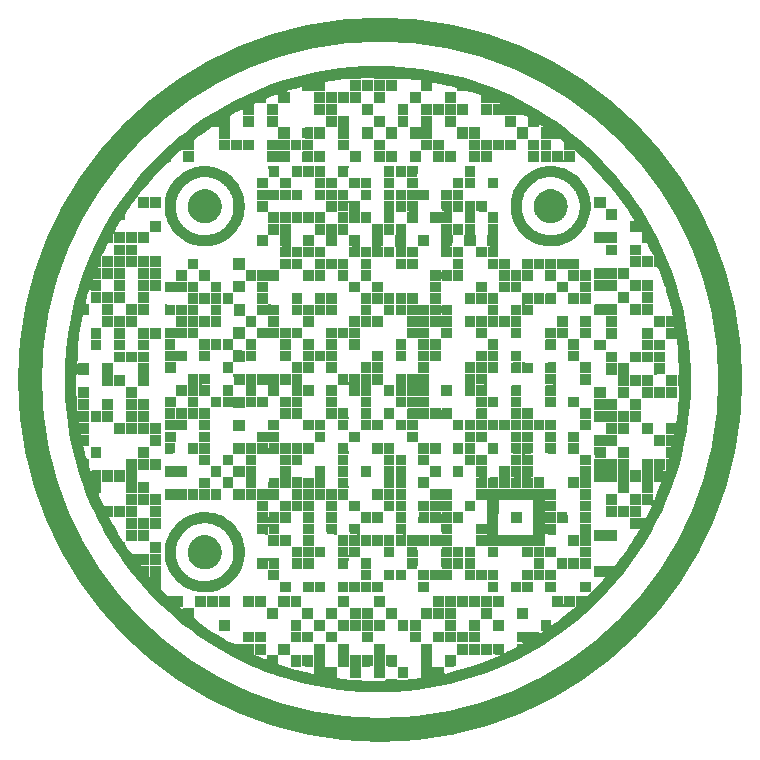
<source format=gbr>
%TF.GenerationSoftware,KiCad,Pcbnew,7.0.1*%
%TF.CreationDate,2023-03-27T13:13:23-05:00*%
%TF.ProjectId,_autosave-Circuitry-Circuit-Card,5f617574-6f73-4617-9665-2d4369726375,rev?*%
%TF.SameCoordinates,Original*%
%TF.FileFunction,Soldermask,Bot*%
%TF.FilePolarity,Negative*%
%FSLAX46Y46*%
G04 Gerber Fmt 4.6, Leading zero omitted, Abs format (unit mm)*
G04 Created by KiCad (PCBNEW 7.0.1) date 2023-03-27 13:13:23*
%MOMM*%
%LPD*%
G01*
G04 APERTURE LIST*
%ADD10C,0.000000*%
%ADD11C,2.000000*%
%TA.AperFunction,Profile*%
%ADD12C,0.100000*%
%TD*%
G04 APERTURE END LIST*
D10*
G36*
X120685670Y-61635583D02*
G01*
X119733171Y-61635583D01*
X119733171Y-61184025D01*
X119733653Y-61092082D01*
X119735045Y-61005432D01*
X119737264Y-60926057D01*
X119740227Y-60855943D01*
X119743851Y-60797073D01*
X119745886Y-60772475D01*
X119748055Y-60751432D01*
X119750348Y-60734193D01*
X119752755Y-60721005D01*
X119755265Y-60712116D01*
X119756556Y-60709362D01*
X119757869Y-60707775D01*
X119762209Y-60705172D01*
X119771097Y-60702662D01*
X119801523Y-60697963D01*
X119847163Y-60693761D01*
X119906032Y-60690137D01*
X119976146Y-60687174D01*
X120055521Y-60684956D01*
X120142173Y-60683565D01*
X120234117Y-60683082D01*
X120685670Y-60683082D01*
X120685670Y-61635583D01*
G37*
G36*
X89147337Y-85377527D02*
G01*
X88265393Y-85377527D01*
X88265393Y-84460303D01*
X89147337Y-84460303D01*
X89147337Y-85377527D01*
G37*
G36*
X96943725Y-70737249D02*
G01*
X96061781Y-70737249D01*
X96061781Y-69820026D01*
X96943725Y-69820026D01*
X96943725Y-70737249D01*
G37*
G36*
X99871782Y-65833637D02*
G01*
X98989837Y-65833637D01*
X98989837Y-64951693D01*
X99871782Y-64951693D01*
X99871782Y-65833637D01*
G37*
G36*
X98474783Y-78611249D02*
G01*
X98901643Y-78621833D01*
X98912225Y-79069861D01*
X98922810Y-79521415D01*
X98002060Y-79521415D01*
X98002060Y-79087501D01*
X98002542Y-78999346D01*
X98003934Y-78916071D01*
X98006152Y-78839576D01*
X98009115Y-78771763D01*
X98012739Y-78714533D01*
X98014773Y-78690481D01*
X98016942Y-78669788D01*
X98019235Y-78652692D01*
X98021641Y-78639430D01*
X98024151Y-78630241D01*
X98025442Y-78627247D01*
X98026754Y-78625361D01*
X98031553Y-78623419D01*
X98040507Y-78621571D01*
X98069970Y-78618195D01*
X98113323Y-78615315D01*
X98168747Y-78613013D01*
X98234424Y-78611373D01*
X98308535Y-78610478D01*
X98389261Y-78610409D01*
X98474783Y-78611249D01*
G37*
G36*
X107703450Y-63893360D02*
G01*
X106786226Y-63893360D01*
X106786226Y-63011416D01*
X107703450Y-63011416D01*
X107703450Y-63893360D01*
G37*
G36*
X119415672Y-72677527D02*
G01*
X118533726Y-72677527D01*
X118533726Y-71795582D01*
X119415672Y-71795582D01*
X119415672Y-72677527D01*
G37*
G36*
X108655949Y-60965304D02*
G01*
X107774003Y-60965304D01*
X107774003Y-60083360D01*
X108655949Y-60083360D01*
X108655949Y-60965304D01*
G37*
G36*
X86219281Y-79521415D02*
G01*
X85337337Y-79521415D01*
X85337337Y-78604194D01*
X86219281Y-78604194D01*
X86219281Y-79521415D01*
G37*
G36*
X99977615Y-96419471D02*
G01*
X99060392Y-96419471D01*
X99060392Y-95502250D01*
X99977615Y-95502250D01*
X99977615Y-96419471D01*
G37*
G36*
X86219281Y-70737249D02*
G01*
X85337337Y-70737249D01*
X85337337Y-69820026D01*
X86219281Y-69820026D01*
X86219281Y-70737249D01*
G37*
G36*
X90911226Y-56767249D02*
G01*
X89994004Y-56767249D01*
X89994004Y-55850027D01*
X90911226Y-55850027D01*
X90911226Y-56767249D01*
G37*
G36*
X90163337Y-81997916D02*
G01*
X90152754Y-82467109D01*
X89669449Y-82477692D01*
X89182615Y-82488276D01*
X89182615Y-81532249D01*
X90173921Y-81532249D01*
X90163337Y-81997916D01*
G37*
G36*
X104775392Y-81461695D02*
G01*
X103858171Y-81461695D01*
X103858171Y-80579749D01*
X104775392Y-80579749D01*
X104775392Y-81461695D01*
G37*
G36*
X84279004Y-75605582D02*
G01*
X83361782Y-75605582D01*
X83361782Y-74723638D01*
X84279004Y-74723638D01*
X84279004Y-75605582D01*
G37*
G36*
X84279004Y-81461695D02*
G01*
X83361782Y-81461695D01*
X83361782Y-80579749D01*
X84279004Y-80579749D01*
X84279004Y-81461695D01*
G37*
G36*
X109643727Y-75605582D02*
G01*
X108761781Y-75605582D01*
X108761781Y-74723638D01*
X109643727Y-74723638D01*
X109643727Y-75605582D01*
G37*
G36*
X83044281Y-90845582D02*
G01*
X82091781Y-90845582D01*
X82091781Y-89928361D01*
X83044281Y-89928361D01*
X83044281Y-90845582D01*
G37*
G36*
X88159559Y-84389750D02*
G01*
X87277615Y-84389750D01*
X87277615Y-83507804D01*
X88159559Y-83507804D01*
X88159559Y-84389750D01*
G37*
G36*
X124707338Y-77757526D02*
G01*
X123790113Y-77757526D01*
X123790113Y-76805027D01*
X124707338Y-76805027D01*
X124707338Y-77757526D01*
G37*
G36*
X88159559Y-86330027D02*
G01*
X87277615Y-86330027D01*
X87277615Y-85448081D01*
X88159559Y-85448081D01*
X88159559Y-86330027D01*
G37*
G36*
X83345085Y-61468389D02*
G01*
X84289866Y-61468389D01*
X84292348Y-61607505D01*
X84302711Y-61746116D01*
X84320896Y-61883849D01*
X84346844Y-62020332D01*
X84380492Y-62155191D01*
X84421783Y-62288054D01*
X84470655Y-62418549D01*
X84527048Y-62546302D01*
X84590903Y-62670941D01*
X84662160Y-62792093D01*
X84740757Y-62909385D01*
X84826636Y-63022446D01*
X84919736Y-63130901D01*
X85019997Y-63234378D01*
X85127359Y-63332505D01*
X85241762Y-63424909D01*
X85363146Y-63511217D01*
X85491450Y-63591056D01*
X85626616Y-63664054D01*
X85704277Y-63702060D01*
X85780094Y-63736759D01*
X85854454Y-63768234D01*
X85927744Y-63796566D01*
X86000352Y-63821840D01*
X86072666Y-63844136D01*
X86145072Y-63863539D01*
X86217959Y-63880131D01*
X86291714Y-63893994D01*
X86366725Y-63905211D01*
X86443380Y-63913865D01*
X86522065Y-63920038D01*
X86603168Y-63923813D01*
X86687078Y-63925274D01*
X86774181Y-63924502D01*
X86864866Y-63921580D01*
X86971064Y-63915724D01*
X87066225Y-63908462D01*
X87152538Y-63899381D01*
X87193062Y-63894029D01*
X87232195Y-63888067D01*
X87270213Y-63881444D01*
X87307388Y-63874108D01*
X87343995Y-63866006D01*
X87380307Y-63857089D01*
X87416598Y-63847303D01*
X87453143Y-63836597D01*
X87528087Y-63812220D01*
X87663105Y-63762241D01*
X87792981Y-63706242D01*
X87917699Y-63644238D01*
X88037245Y-63576245D01*
X88151602Y-63502278D01*
X88260756Y-63422352D01*
X88364690Y-63336484D01*
X88463389Y-63244688D01*
X88556838Y-63146981D01*
X88645022Y-63043377D01*
X88727924Y-62933893D01*
X88805529Y-62818543D01*
X88877821Y-62697344D01*
X88944786Y-62570310D01*
X89006408Y-62437458D01*
X89062671Y-62298802D01*
X89093256Y-62216382D01*
X89116855Y-62144132D01*
X89126332Y-62109522D01*
X89134418Y-62074694D01*
X89141233Y-62038729D01*
X89146896Y-62000707D01*
X89151526Y-61959709D01*
X89155240Y-61914814D01*
X89160401Y-61809656D01*
X89163329Y-61677874D01*
X89164976Y-61512110D01*
X89164356Y-61349218D01*
X89163441Y-61280224D01*
X89162000Y-61218366D01*
X89159938Y-61162772D01*
X89157163Y-61112567D01*
X89153581Y-61066880D01*
X89149101Y-61024835D01*
X89143629Y-60985560D01*
X89137071Y-60948182D01*
X89129335Y-60911827D01*
X89120328Y-60875622D01*
X89109956Y-60838693D01*
X89098128Y-60800168D01*
X89069726Y-60714833D01*
X89043339Y-60642508D01*
X89015728Y-60572302D01*
X88986824Y-60504101D01*
X88956561Y-60437791D01*
X88924873Y-60373259D01*
X88891690Y-60310391D01*
X88856947Y-60249074D01*
X88820577Y-60189193D01*
X88782511Y-60130635D01*
X88742683Y-60073286D01*
X88701026Y-60017033D01*
X88657472Y-59961762D01*
X88611955Y-59907359D01*
X88564406Y-59853710D01*
X88514760Y-59800702D01*
X88462948Y-59748221D01*
X88406627Y-59694551D01*
X88350052Y-59643304D01*
X88293137Y-59594424D01*
X88235792Y-59547854D01*
X88177931Y-59503537D01*
X88119465Y-59461416D01*
X88060307Y-59421435D01*
X88000368Y-59383537D01*
X87939562Y-59347664D01*
X87877799Y-59313760D01*
X87814992Y-59281768D01*
X87751054Y-59251631D01*
X87685896Y-59223293D01*
X87619430Y-59196696D01*
X87551570Y-59171784D01*
X87482226Y-59148499D01*
X87421840Y-59130688D01*
X87357479Y-59114323D01*
X87289719Y-59099447D01*
X87219131Y-59086100D01*
X87146291Y-59074325D01*
X87071771Y-59064162D01*
X86996145Y-59055652D01*
X86919987Y-59048838D01*
X86843870Y-59043760D01*
X86768368Y-59040460D01*
X86694055Y-59038978D01*
X86621504Y-59039357D01*
X86551288Y-59041638D01*
X86483982Y-59045862D01*
X86420159Y-59052070D01*
X86360392Y-59060304D01*
X86266462Y-59077378D01*
X86173834Y-59098179D01*
X86082487Y-59122710D01*
X85992401Y-59150978D01*
X85903556Y-59182987D01*
X85815930Y-59218743D01*
X85729503Y-59258250D01*
X85644254Y-59301515D01*
X85560162Y-59348541D01*
X85477208Y-59399335D01*
X85395370Y-59453901D01*
X85314627Y-59512245D01*
X85234959Y-59574372D01*
X85156346Y-59640286D01*
X85078766Y-59709993D01*
X85002198Y-59783499D01*
X84896748Y-59895265D01*
X84799960Y-60011370D01*
X84711775Y-60131444D01*
X84632133Y-60255112D01*
X84560974Y-60382002D01*
X84498237Y-60511741D01*
X84443863Y-60643957D01*
X84397791Y-60778277D01*
X84359961Y-60914328D01*
X84330314Y-61051737D01*
X84308790Y-61190132D01*
X84295327Y-61329141D01*
X84289866Y-61468389D01*
X83345085Y-61468389D01*
X83347229Y-61350272D01*
X83359610Y-61176294D01*
X83381205Y-61002807D01*
X83412009Y-60830094D01*
X83452016Y-60658441D01*
X83501221Y-60488132D01*
X83559620Y-60319450D01*
X83627206Y-60152681D01*
X83703976Y-59988107D01*
X83804188Y-59800684D01*
X83915319Y-59620971D01*
X84036878Y-59449320D01*
X84168375Y-59286081D01*
X84309318Y-59131607D01*
X84459217Y-58986248D01*
X84617580Y-58850357D01*
X84783917Y-58724284D01*
X84957737Y-58608380D01*
X85138548Y-58502998D01*
X85325861Y-58408489D01*
X85519183Y-58325204D01*
X85718025Y-58253494D01*
X85921894Y-58193711D01*
X86130301Y-58146206D01*
X86342754Y-58111331D01*
X86436597Y-58100569D01*
X86533901Y-58093368D01*
X86634162Y-58089650D01*
X86736873Y-58089337D01*
X86841526Y-58092353D01*
X86947616Y-58098618D01*
X87054636Y-58108057D01*
X87162080Y-58120591D01*
X87269441Y-58136143D01*
X87376214Y-58154636D01*
X87481890Y-58175991D01*
X87585965Y-58200132D01*
X87687931Y-58226980D01*
X87787283Y-58256459D01*
X87883513Y-58288491D01*
X87976115Y-58322998D01*
X88168431Y-58406128D01*
X88353622Y-58499215D01*
X88531422Y-58601966D01*
X88701569Y-58714086D01*
X88863800Y-58835280D01*
X89017850Y-58965254D01*
X89163456Y-59103714D01*
X89300354Y-59250363D01*
X89428282Y-59404910D01*
X89546975Y-59567057D01*
X89656170Y-59736512D01*
X89755603Y-59912979D01*
X89845011Y-60096165D01*
X89924130Y-60285773D01*
X89992697Y-60481511D01*
X90050448Y-60683082D01*
X90068351Y-60764531D01*
X90083700Y-60855778D01*
X90096507Y-60955376D01*
X90106782Y-61061877D01*
X90114536Y-61173836D01*
X90119777Y-61289805D01*
X90122768Y-61527985D01*
X90115836Y-61764842D01*
X90108675Y-61879156D01*
X90099065Y-61988800D01*
X90087016Y-62092325D01*
X90072538Y-62188284D01*
X90055642Y-62275231D01*
X90036337Y-62351719D01*
X89965223Y-62573767D01*
X89882989Y-62787324D01*
X89789841Y-62992169D01*
X89685985Y-63188079D01*
X89571628Y-63374831D01*
X89446978Y-63552205D01*
X89312240Y-63719977D01*
X89167622Y-63877925D01*
X89013330Y-64025827D01*
X88849571Y-64163461D01*
X88676551Y-64290605D01*
X88494478Y-64407037D01*
X88303558Y-64512533D01*
X88103997Y-64606873D01*
X87896003Y-64689834D01*
X87679782Y-64761193D01*
X87603764Y-64781522D01*
X87521762Y-64800136D01*
X87434572Y-64816972D01*
X87342989Y-64831968D01*
X87247810Y-64845063D01*
X87149829Y-64856194D01*
X86948650Y-64872317D01*
X86745816Y-64879842D01*
X86645769Y-64880224D01*
X86547696Y-64878271D01*
X86452393Y-64873920D01*
X86360655Y-64867109D01*
X86273279Y-64857776D01*
X86191060Y-64845859D01*
X85974195Y-64803561D01*
X85761863Y-64747088D01*
X85554625Y-64676900D01*
X85353047Y-64593457D01*
X85157690Y-64497219D01*
X84969118Y-64388646D01*
X84787895Y-64268198D01*
X84614584Y-64136334D01*
X84449747Y-63993515D01*
X84293949Y-63840201D01*
X84147752Y-63676851D01*
X84011720Y-63503925D01*
X83886415Y-63321884D01*
X83772402Y-63131187D01*
X83670244Y-62932295D01*
X83580504Y-62725666D01*
X83518987Y-62557992D01*
X83466726Y-62388535D01*
X83423715Y-62217580D01*
X83389948Y-62045410D01*
X83365422Y-61872310D01*
X83350130Y-61698565D01*
X83344068Y-61524457D01*
X83345085Y-61468389D01*
G37*
G36*
X85231504Y-80473914D02*
G01*
X84349559Y-80473914D01*
X84349559Y-79591971D01*
X85231504Y-79591971D01*
X85231504Y-80473914D01*
G37*
G36*
X119415672Y-87317805D02*
G01*
X118533726Y-87317805D01*
X118533726Y-86435859D01*
X119415672Y-86435859D01*
X119415672Y-87317805D01*
G37*
G36*
X91087614Y-77545859D02*
G01*
X90205670Y-77545859D01*
X90205670Y-76663917D01*
X91087614Y-76663917D01*
X91087614Y-77545859D01*
G37*
G36*
X103787614Y-86330027D02*
G01*
X102905671Y-86330027D01*
X102905671Y-85448081D01*
X103787614Y-85448081D01*
X103787614Y-86330027D01*
G37*
G36*
X97966781Y-96419471D02*
G01*
X97049559Y-96419471D01*
X97049559Y-95502250D01*
X97966781Y-95502250D01*
X97966781Y-96419471D01*
G37*
G36*
X98919282Y-66821416D02*
G01*
X98002060Y-66821416D01*
X98002060Y-65939471D01*
X98919282Y-65939471D01*
X98919282Y-66821416D01*
G37*
G36*
X113594838Y-88340861D02*
G01*
X112642338Y-88340861D01*
X112642338Y-87388361D01*
X113594838Y-87388361D01*
X113594838Y-88340861D01*
G37*
G36*
X108655949Y-92224943D02*
G01*
X108225560Y-92214362D01*
X107791642Y-92203776D01*
X107781059Y-91752219D01*
X107770475Y-91304194D01*
X108655949Y-91304194D01*
X108655949Y-92224943D01*
G37*
G36*
X78987337Y-75746693D02*
G01*
X78070115Y-75746693D01*
X78070115Y-74794193D01*
X78987337Y-74794193D01*
X78987337Y-75746693D01*
G37*
G36*
X89888171Y-56767249D02*
G01*
X88970948Y-56767249D01*
X88970948Y-55850027D01*
X89888171Y-55850027D01*
X89888171Y-56767249D01*
G37*
G36*
X103787614Y-65833637D02*
G01*
X102905671Y-65833637D01*
X102905671Y-64951693D01*
X103787614Y-64951693D01*
X103787614Y-65833637D01*
G37*
G36*
X93945115Y-56767249D02*
G01*
X92992614Y-56767249D01*
X92992614Y-55850027D01*
X93945115Y-55850027D01*
X93945115Y-56767249D01*
G37*
G36*
X119415672Y-85377527D02*
G01*
X118533726Y-85377527D01*
X118533726Y-84460303D01*
X119415672Y-84460303D01*
X119415672Y-85377527D01*
G37*
G36*
X110631504Y-76596888D02*
G01*
X110183476Y-76586304D01*
X109731920Y-76575721D01*
X109721339Y-76173554D01*
X109720340Y-76091354D01*
X109719961Y-76012709D01*
X109720161Y-75939522D01*
X109720898Y-75873693D01*
X109722131Y-75817124D01*
X109723820Y-75771718D01*
X109725921Y-75739375D01*
X109727114Y-75728697D01*
X109728395Y-75721998D01*
X109732267Y-75715669D01*
X109738702Y-75709898D01*
X109747865Y-75704665D01*
X109759923Y-75699949D01*
X109775040Y-75695729D01*
X109793381Y-75691985D01*
X109840400Y-75685839D01*
X109902301Y-75681347D01*
X109980409Y-75678343D01*
X110076044Y-75676662D01*
X110190532Y-75676139D01*
X110631504Y-75676139D01*
X110631504Y-76596888D01*
G37*
G36*
X122696504Y-77757526D02*
G01*
X121779283Y-77757526D01*
X121779283Y-76805027D01*
X122696504Y-76805027D01*
X122696504Y-77757526D01*
G37*
G36*
X96943725Y-100476417D02*
G01*
X96026504Y-100476417D01*
X96026504Y-99523917D01*
X96943725Y-99523917D01*
X96943725Y-100476417D01*
G37*
G36*
X108056227Y-54756415D02*
G01*
X107103727Y-54756415D01*
X107103727Y-53839193D01*
X108056227Y-53839193D01*
X108056227Y-54756415D01*
G37*
G36*
X90135115Y-72712804D02*
G01*
X89182615Y-72712804D01*
X89182615Y-71760305D01*
X90135115Y-71760305D01*
X90135115Y-72712804D01*
G37*
G36*
X120685670Y-82805775D02*
G01*
X120220005Y-82795194D01*
X119750810Y-82784611D01*
X119740229Y-82315415D01*
X119729643Y-81849750D01*
X120685670Y-81849750D01*
X120685670Y-82805775D01*
G37*
G36*
X98919282Y-80473914D02*
G01*
X98002060Y-80473914D01*
X98002060Y-79591971D01*
X98919282Y-79591971D01*
X98919282Y-80473914D01*
G37*
G36*
X96943725Y-60965304D02*
G01*
X96061781Y-60965304D01*
X96061781Y-60083360D01*
X96943725Y-60083360D01*
X96943725Y-60965304D01*
G37*
G36*
X99871782Y-68761693D02*
G01*
X98989837Y-68761693D01*
X98989837Y-67879749D01*
X99871782Y-67879749D01*
X99871782Y-68761693D01*
G37*
G36*
X98919282Y-94161695D02*
G01*
X98002060Y-94161695D01*
X98002060Y-93279749D01*
X98919282Y-93279749D01*
X98919282Y-94161695D01*
G37*
G36*
X95991226Y-94161695D02*
G01*
X95074003Y-94161695D01*
X95074003Y-93279749D01*
X95991226Y-93279749D01*
X95991226Y-94161695D01*
G37*
G36*
X95003448Y-65833637D02*
G01*
X94121504Y-65833637D01*
X94121504Y-64951693D01*
X95003448Y-64951693D01*
X95003448Y-65833637D01*
G37*
G36*
X95003448Y-76593360D02*
G01*
X94121504Y-76593360D01*
X94121504Y-75676139D01*
X95003448Y-75676139D01*
X95003448Y-76593360D01*
G37*
G36*
X96943725Y-86330027D02*
G01*
X96061781Y-86330027D01*
X96061781Y-85448081D01*
X96943725Y-85448081D01*
X96943725Y-86330027D01*
G37*
G36*
X120685670Y-78745304D02*
G01*
X119733171Y-78745304D01*
X119733171Y-77828083D01*
X120685670Y-77828083D01*
X120685670Y-78745304D01*
G37*
G36*
X107703450Y-93173914D02*
G01*
X106786226Y-93173914D01*
X106786226Y-92291971D01*
X107703450Y-92291971D01*
X107703450Y-93173914D01*
G37*
G36*
X116487614Y-67812720D02*
G01*
X116039589Y-67802137D01*
X115588032Y-67791555D01*
X115577452Y-67421137D01*
X115575446Y-67344870D01*
X115574639Y-67270711D01*
X115574908Y-67200438D01*
X115576127Y-67135829D01*
X115578174Y-67078661D01*
X115580923Y-67030712D01*
X115584250Y-66993760D01*
X115586092Y-66979963D01*
X115588032Y-66969582D01*
X115591400Y-66956502D01*
X115595295Y-66944977D01*
X115600326Y-66934910D01*
X115607104Y-66926201D01*
X115616239Y-66918754D01*
X115628340Y-66912469D01*
X115644017Y-66907249D01*
X115663879Y-66902995D01*
X115688538Y-66899610D01*
X115718601Y-66896994D01*
X115797383Y-66893680D01*
X115905104Y-66892268D01*
X116046641Y-66891971D01*
X116487614Y-66891971D01*
X116487614Y-67812720D01*
G37*
G36*
X110631504Y-85377527D02*
G01*
X109714280Y-85377527D01*
X109714280Y-84943607D01*
X109714763Y-84855462D01*
X109716155Y-84772236D01*
X109718373Y-84695872D01*
X109721336Y-84628314D01*
X109724960Y-84571505D01*
X109726995Y-84547738D01*
X109729163Y-84527387D01*
X109731456Y-84510694D01*
X109733863Y-84497904D01*
X109736372Y-84489257D01*
X109737663Y-84486564D01*
X109738975Y-84484998D01*
X109743234Y-84482395D01*
X109751881Y-84479886D01*
X109781364Y-84475186D01*
X109825482Y-84470983D01*
X109882291Y-84467359D01*
X109949850Y-84464396D01*
X110026214Y-84462178D01*
X110109441Y-84460786D01*
X110197587Y-84460303D01*
X110631504Y-84460303D01*
X110631504Y-85377527D01*
G37*
G36*
X103787614Y-85377527D02*
G01*
X102905671Y-85377527D01*
X102905671Y-84460303D01*
X103787614Y-84460303D01*
X103787614Y-85377527D01*
G37*
G36*
X108655949Y-67809194D02*
G01*
X107774003Y-67809194D01*
X107774003Y-66891971D01*
X108655949Y-66891971D01*
X108655949Y-67809194D01*
G37*
G36*
X105727891Y-83401972D02*
G01*
X104845948Y-83401972D01*
X104845948Y-82520026D01*
X105727891Y-82520026D01*
X105727891Y-83401972D01*
G37*
G36*
X101000670Y-53733360D02*
G01*
X100048170Y-53733360D01*
X100048170Y-52816138D01*
X101000670Y-52816138D01*
X101000670Y-53733360D01*
G37*
G36*
X114081672Y-78611249D02*
G01*
X114529698Y-78621833D01*
X114529698Y-79503776D01*
X114081672Y-79514359D01*
X113630116Y-79524943D01*
X113630116Y-78600663D01*
X114081672Y-78611249D01*
G37*
G36*
X125247090Y-76812083D02*
G01*
X125712754Y-76822666D01*
X125723338Y-77288334D01*
X125733918Y-77757526D01*
X124777894Y-77757526D01*
X124777894Y-76801499D01*
X125247090Y-76812083D01*
G37*
G36*
X113559559Y-84389750D02*
G01*
X112642338Y-84389750D01*
X112642338Y-83507804D01*
X113559559Y-83507804D01*
X113559559Y-84389750D01*
G37*
G36*
X80010392Y-64634194D02*
G01*
X79093170Y-64634194D01*
X79093170Y-63716971D01*
X80010392Y-63716971D01*
X80010392Y-64634194D01*
G37*
G36*
X116487614Y-77545859D02*
G01*
X115570393Y-77545859D01*
X115570393Y-77129581D01*
X115570875Y-77045232D01*
X115572267Y-76965431D01*
X115574486Y-76892078D01*
X115577449Y-76827077D01*
X115581074Y-76772327D01*
X115583108Y-76749392D01*
X115585277Y-76729732D01*
X115587570Y-76713587D01*
X115589977Y-76701193D01*
X115592488Y-76692789D01*
X115593778Y-76690157D01*
X115595091Y-76688611D01*
X115599349Y-76686008D01*
X115607995Y-76683498D01*
X115637478Y-76678798D01*
X115681595Y-76674595D01*
X115738405Y-76670971D01*
X115805963Y-76668009D01*
X115882327Y-76665790D01*
X115965553Y-76664399D01*
X116053700Y-76663917D01*
X116487614Y-76663917D01*
X116487614Y-77545859D01*
G37*
G36*
X82021226Y-80756138D02*
G01*
X81104004Y-80756138D01*
X81104004Y-79838917D01*
X82021226Y-79838917D01*
X82021226Y-80756138D01*
G37*
G36*
X93063171Y-71689748D02*
G01*
X92145948Y-71689748D01*
X92145948Y-70807804D01*
X93063171Y-70807804D01*
X93063171Y-71689748D01*
G37*
G36*
X108655949Y-63893360D02*
G01*
X107774003Y-63893360D01*
X107774003Y-63011416D01*
X108655949Y-63011416D01*
X108655949Y-63893360D01*
G37*
G36*
X100993614Y-99989582D02*
G01*
X100983030Y-100458777D01*
X100517366Y-100469361D01*
X100048170Y-100479941D01*
X100048170Y-99523917D01*
X101004200Y-99523917D01*
X100993614Y-99989582D01*
G37*
G36*
X93063171Y-77545859D02*
G01*
X92145948Y-77545859D01*
X92145948Y-76663917D01*
X93063171Y-76663917D01*
X93063171Y-77545859D01*
G37*
G36*
X98919282Y-90245859D02*
G01*
X98002060Y-90245859D01*
X98002060Y-89363917D01*
X98919282Y-89363917D01*
X98919282Y-90245859D01*
G37*
G36*
X114088725Y-96419471D02*
G01*
X113171504Y-96419471D01*
X113171504Y-95502250D01*
X114088725Y-95502250D01*
X114088725Y-96419471D01*
G37*
G36*
X108056227Y-52745582D02*
G01*
X107103727Y-52745582D01*
X107103727Y-51828360D01*
X108056227Y-51828360D01*
X108056227Y-52745582D01*
G37*
G36*
X123684282Y-70701971D02*
G01*
X122767061Y-70701971D01*
X122767061Y-69749471D01*
X123684282Y-69749471D01*
X123684282Y-70701971D01*
G37*
G36*
X95003448Y-85377527D02*
G01*
X94121504Y-85377527D01*
X94121504Y-84460303D01*
X95003448Y-84460303D01*
X95003448Y-85377527D01*
G37*
G36*
X94932893Y-98430305D02*
G01*
X94015670Y-98430305D01*
X94015670Y-97513084D01*
X94932893Y-97513084D01*
X94932893Y-98430305D01*
G37*
G36*
X97966781Y-64881138D02*
G01*
X97014282Y-64881138D01*
X97014282Y-63928638D01*
X97966781Y-63928638D01*
X97966781Y-64881138D01*
G37*
G36*
X93063171Y-80473914D02*
G01*
X92145948Y-80473914D01*
X92145948Y-79591971D01*
X93063171Y-79591971D01*
X93063171Y-80473914D01*
G37*
G36*
X105727891Y-71689748D02*
G01*
X104845948Y-71689748D01*
X104845948Y-70807804D01*
X105727891Y-70807804D01*
X105727891Y-71689748D01*
G37*
G36*
X101847337Y-80473914D02*
G01*
X100930116Y-80473914D01*
X100930116Y-79591971D01*
X101847337Y-79591971D01*
X101847337Y-80473914D01*
G37*
G36*
X94015670Y-85377527D02*
G01*
X93133726Y-85377527D01*
X93133726Y-84460303D01*
X94015670Y-84460303D01*
X94015670Y-85377527D01*
G37*
G36*
X107703450Y-61956609D02*
G01*
X107255421Y-61946024D01*
X106803865Y-61935444D01*
X106793281Y-61483886D01*
X106782698Y-61035860D01*
X107703450Y-61035860D01*
X107703450Y-61956609D01*
G37*
G36*
X77999559Y-72712804D02*
G01*
X77082337Y-72712804D01*
X77082337Y-71795582D01*
X77999559Y-71795582D01*
X77999559Y-72712804D01*
G37*
G36*
X116487614Y-72677527D02*
G01*
X115570393Y-72677527D01*
X115570393Y-72261249D01*
X115570875Y-72176900D01*
X115572267Y-72097097D01*
X115574486Y-72023744D01*
X115577449Y-71958742D01*
X115581074Y-71903992D01*
X115583108Y-71881057D01*
X115585277Y-71861397D01*
X115587570Y-71845252D01*
X115589977Y-71832858D01*
X115592488Y-71824454D01*
X115593778Y-71821822D01*
X115595091Y-71820277D01*
X115599349Y-71817674D01*
X115607995Y-71815164D01*
X115637478Y-71810465D01*
X115681595Y-71806262D01*
X115738405Y-71802637D01*
X115805963Y-71799675D01*
X115882327Y-71797456D01*
X115965553Y-71796064D01*
X116053700Y-71795582D01*
X116487614Y-71795582D01*
X116487614Y-72677527D01*
G37*
G36*
X109044004Y-98430305D02*
G01*
X108126780Y-98430305D01*
X108126780Y-97513084D01*
X109044004Y-97513084D01*
X109044004Y-98430305D01*
G37*
G36*
X114081672Y-69827083D02*
G01*
X114529698Y-69837665D01*
X114529698Y-70719610D01*
X114081672Y-70730193D01*
X113630116Y-70740775D01*
X113630116Y-69816498D01*
X114081672Y-69827083D01*
G37*
G36*
X108655949Y-82449473D02*
G01*
X107774003Y-82449473D01*
X107774003Y-81532249D01*
X108655949Y-81532249D01*
X108655949Y-82449473D01*
G37*
G36*
X86219281Y-76593360D02*
G01*
X85337337Y-76593360D01*
X85337337Y-75676139D01*
X86219281Y-75676139D01*
X86219281Y-76593360D01*
G37*
G36*
X94015670Y-87317805D02*
G01*
X93133726Y-87317805D01*
X93133726Y-86435859D01*
X94015670Y-86435859D01*
X94015670Y-87317805D01*
G37*
G36*
X96943725Y-55779471D02*
G01*
X96026504Y-55779471D01*
X96026504Y-54826971D01*
X96943725Y-54826971D01*
X96943725Y-55779471D01*
G37*
G36*
X106010115Y-54756415D02*
G01*
X105092894Y-54756415D01*
X105092894Y-53839193D01*
X106010115Y-53839193D01*
X106010115Y-54756415D01*
G37*
G36*
X103787614Y-89296888D02*
G01*
X103357225Y-89286307D01*
X102923311Y-89275721D01*
X102912727Y-88824164D01*
X102902144Y-88376139D01*
X103787614Y-88376139D01*
X103787614Y-89296888D01*
G37*
G36*
X98919282Y-62905582D02*
G01*
X98002060Y-62905582D01*
X98002060Y-62023638D01*
X98919282Y-62023638D01*
X98919282Y-62905582D01*
G37*
G36*
X89147337Y-77545859D02*
G01*
X88265393Y-77545859D01*
X88265393Y-76663917D01*
X89147337Y-76663917D01*
X89147337Y-77545859D01*
G37*
G36*
X101988447Y-97442527D02*
G01*
X101071226Y-97442527D01*
X101071226Y-96525306D01*
X101988447Y-96525306D01*
X101988447Y-97442527D01*
G37*
G36*
X105727891Y-82449473D02*
G01*
X104845948Y-82449473D01*
X104845948Y-81532249D01*
X105727891Y-81532249D01*
X105727891Y-82449473D01*
G37*
G36*
X94015670Y-73665305D02*
G01*
X93133726Y-73665305D01*
X93133726Y-72748083D01*
X94015670Y-72748083D01*
X94015670Y-73665305D01*
G37*
G36*
X96943725Y-65833637D02*
G01*
X96061781Y-65833637D01*
X96061781Y-64951693D01*
X96943725Y-64951693D01*
X96943725Y-65833637D01*
G37*
G36*
X90911226Y-54756415D02*
G01*
X89994004Y-54756415D01*
X89994004Y-53839193D01*
X90911226Y-53839193D01*
X90911226Y-54756415D01*
G37*
G36*
X107258949Y-87395414D02*
G01*
X107685811Y-87406000D01*
X107696391Y-87854026D01*
X107706978Y-88305582D01*
X106786226Y-88305582D01*
X106786226Y-87871665D01*
X106786708Y-87783513D01*
X106788100Y-87700238D01*
X106790318Y-87623743D01*
X106793281Y-87555929D01*
X106796906Y-87498699D01*
X106798940Y-87474647D01*
X106801109Y-87453954D01*
X106803401Y-87436857D01*
X106805808Y-87423595D01*
X106808318Y-87414405D01*
X106809608Y-87411412D01*
X106810920Y-87409525D01*
X106815719Y-87407584D01*
X106824673Y-87405736D01*
X106854136Y-87402361D01*
X106897489Y-87399480D01*
X106952914Y-87397179D01*
X107018591Y-87395539D01*
X107092702Y-87394643D01*
X107173428Y-87394573D01*
X107258949Y-87395414D01*
G37*
G36*
X86219281Y-86330027D02*
G01*
X85337337Y-86330027D01*
X85337337Y-85448081D01*
X86219281Y-85448081D01*
X86219281Y-86330027D01*
G37*
G36*
X124707338Y-74723638D02*
G01*
X123790113Y-74723638D01*
X123790113Y-73806415D01*
X124707338Y-73806415D01*
X124707338Y-74723638D01*
G37*
G36*
X113559559Y-68761693D02*
G01*
X112642338Y-68761693D01*
X112642338Y-68345415D01*
X112642821Y-68261066D01*
X112644212Y-68181264D01*
X112646431Y-68107911D01*
X112649394Y-68042909D01*
X112653018Y-67988160D01*
X112655053Y-67965224D01*
X112657221Y-67945565D01*
X112659514Y-67929419D01*
X112661920Y-67917026D01*
X112664430Y-67908621D01*
X112665721Y-67905989D01*
X112667033Y-67904444D01*
X112671292Y-67901841D01*
X112679938Y-67899331D01*
X112709420Y-67894632D01*
X112753538Y-67890428D01*
X112810348Y-67886804D01*
X112877907Y-67883842D01*
X112954271Y-67881623D01*
X113037499Y-67880231D01*
X113125645Y-67879749D01*
X113559559Y-67879749D01*
X113559559Y-68761693D01*
G37*
G36*
X81033448Y-87811695D02*
G01*
X80080948Y-87811695D01*
X80080948Y-86894471D01*
X81033448Y-86894471D01*
X81033448Y-87811695D01*
G37*
G36*
X97931504Y-60965304D02*
G01*
X97049559Y-60965304D01*
X97049559Y-60083360D01*
X97931504Y-60083360D01*
X97931504Y-60965304D01*
G37*
G36*
X85231504Y-71689748D02*
G01*
X84349559Y-71689748D01*
X84349559Y-70807804D01*
X85231504Y-70807804D01*
X85231504Y-71689748D01*
G37*
G36*
X83813337Y-78611249D02*
G01*
X84261365Y-78621833D01*
X84261365Y-79503776D01*
X83813337Y-79514359D01*
X83361782Y-79524943D01*
X83361782Y-78600663D01*
X83813337Y-78611249D01*
G37*
G36*
X107572920Y-56844858D02*
G01*
X108038588Y-56855443D01*
X108049171Y-57321108D01*
X108059755Y-57790304D01*
X107103727Y-57790304D01*
X107103727Y-56834277D01*
X107572920Y-56844858D01*
G37*
G36*
X100859559Y-78533637D02*
G01*
X99977615Y-78533637D01*
X99977615Y-77651694D01*
X100859559Y-77651694D01*
X100859559Y-78533637D01*
G37*
G36*
X106010115Y-55779471D02*
G01*
X105092894Y-55779471D01*
X105092894Y-54826971D01*
X106010115Y-54826971D01*
X106010115Y-55779471D01*
G37*
G36*
X86741393Y-81539304D02*
G01*
X87189421Y-81549888D01*
X87200004Y-81997916D01*
X87210587Y-82449473D01*
X86289837Y-82449473D01*
X86289837Y-81528721D01*
X86741393Y-81539304D01*
G37*
G36*
X88900393Y-95431693D02*
G01*
X87983171Y-95431693D01*
X87983171Y-94479194D01*
X88900393Y-94479194D01*
X88900393Y-95431693D01*
G37*
G36*
X87877337Y-95431693D02*
G01*
X86960115Y-95431693D01*
X86960115Y-94479194D01*
X87877337Y-94479194D01*
X87877337Y-95431693D01*
G37*
G36*
X88159559Y-78533637D02*
G01*
X87277615Y-78533637D01*
X87277615Y-77651694D01*
X88159559Y-77651694D01*
X88159559Y-78533637D01*
G37*
G36*
X82021226Y-64634194D02*
G01*
X81104004Y-64634194D01*
X81104004Y-63716971D01*
X82021226Y-63716971D01*
X82021226Y-64634194D01*
G37*
G36*
X81033448Y-65657249D02*
G01*
X80080948Y-65657249D01*
X80080948Y-64740027D01*
X81033448Y-64740027D01*
X81033448Y-65657249D01*
G37*
G36*
X112571782Y-67809194D02*
G01*
X111689836Y-67809194D01*
X111689836Y-66891971D01*
X112571782Y-66891971D01*
X112571782Y-67809194D01*
G37*
G36*
X106715672Y-93173914D02*
G01*
X105833726Y-93173914D01*
X105833726Y-92291971D01*
X106715672Y-92291971D01*
X106715672Y-93173914D01*
G37*
G36*
X112077891Y-95431693D02*
G01*
X111125392Y-95431693D01*
X111125392Y-94980137D01*
X111125874Y-94888194D01*
X111127266Y-94801543D01*
X111129486Y-94722168D01*
X111132449Y-94652054D01*
X111136074Y-94593184D01*
X111138108Y-94568586D01*
X111140277Y-94547543D01*
X111142570Y-94530304D01*
X111144977Y-94517116D01*
X111147487Y-94508227D01*
X111148777Y-94505472D01*
X111150090Y-94503886D01*
X111154430Y-94501283D01*
X111163318Y-94498774D01*
X111193744Y-94494075D01*
X111239385Y-94489873D01*
X111298254Y-94486249D01*
X111368369Y-94483286D01*
X111447745Y-94481068D01*
X111534397Y-94479676D01*
X111626341Y-94479194D01*
X112077891Y-94479194D01*
X112077891Y-95431693D01*
G37*
G36*
X116099559Y-57790304D02*
G01*
X115182338Y-57790304D01*
X115182338Y-56837804D01*
X116099559Y-56837804D01*
X116099559Y-57790304D01*
G37*
G36*
X108056227Y-97442527D02*
G01*
X107103727Y-97442527D01*
X107103727Y-96525306D01*
X108056227Y-96525306D01*
X108056227Y-97442527D01*
G37*
G36*
X115499836Y-66821416D02*
G01*
X114617894Y-66821416D01*
X114617894Y-65939471D01*
X115499836Y-65939471D01*
X115499836Y-66821416D01*
G37*
G36*
X91087614Y-71689748D02*
G01*
X90205670Y-71689748D01*
X90205670Y-70807804D01*
X91087614Y-70807804D01*
X91087614Y-71689748D01*
G37*
G36*
X104775392Y-80473914D02*
G01*
X103858171Y-80473914D01*
X103858171Y-79591971D01*
X104775392Y-79591971D01*
X104775392Y-80473914D01*
G37*
G36*
X95955948Y-56767249D02*
G01*
X95003448Y-56767249D01*
X95003448Y-55850027D01*
X95955948Y-55850027D01*
X95955948Y-56767249D01*
G37*
G36*
X81033448Y-71689748D02*
G01*
X80080948Y-71689748D01*
X80080948Y-70772527D01*
X81033448Y-70772527D01*
X81033448Y-71689748D01*
G37*
G36*
X116487614Y-82452997D02*
G01*
X116039589Y-82442414D01*
X115588032Y-82431834D01*
X115577452Y-82061414D01*
X115575446Y-81985148D01*
X115574639Y-81910989D01*
X115574908Y-81840717D01*
X115576127Y-81776108D01*
X115578174Y-81718940D01*
X115580923Y-81670991D01*
X115584250Y-81634039D01*
X115586092Y-81620242D01*
X115588032Y-81609861D01*
X115591400Y-81596780D01*
X115595295Y-81585256D01*
X115600326Y-81575188D01*
X115607104Y-81566480D01*
X115616239Y-81559032D01*
X115628340Y-81552747D01*
X115644017Y-81547527D01*
X115663879Y-81543273D01*
X115688538Y-81539887D01*
X115718601Y-81537272D01*
X115797383Y-81533957D01*
X115905104Y-81532545D01*
X116046641Y-81532249D01*
X116487614Y-81532249D01*
X116487614Y-82452997D01*
G37*
G36*
X81033448Y-77757526D02*
G01*
X80080948Y-77757526D01*
X80080948Y-76805027D01*
X81033448Y-76805027D01*
X81033448Y-77757526D01*
G37*
G36*
X114153324Y-90316546D02*
G01*
X114208422Y-90316960D01*
X114257856Y-90317695D01*
X114301936Y-90318786D01*
X114340973Y-90320270D01*
X114375276Y-90322183D01*
X114390749Y-90323312D01*
X114405156Y-90324561D01*
X114418533Y-90325936D01*
X114430922Y-90327440D01*
X114442359Y-90329079D01*
X114452884Y-90330857D01*
X114462536Y-90332778D01*
X114471353Y-90334847D01*
X114479375Y-90337068D01*
X114486639Y-90339447D01*
X114493185Y-90341987D01*
X114499052Y-90344693D01*
X114504277Y-90347569D01*
X114508901Y-90350620D01*
X114512961Y-90353851D01*
X114516497Y-90357267D01*
X114519547Y-90360870D01*
X114522150Y-90364667D01*
X114524345Y-90368662D01*
X114526170Y-90372858D01*
X114530119Y-90392565D01*
X114533944Y-90426658D01*
X114537520Y-90473318D01*
X114540723Y-90530728D01*
X114543431Y-90597067D01*
X114545518Y-90670517D01*
X114546862Y-90749257D01*
X114547337Y-90831470D01*
X114547337Y-91233637D01*
X113630116Y-91233637D01*
X113630116Y-90799720D01*
X113630598Y-90711574D01*
X113631990Y-90628348D01*
X113634209Y-90551985D01*
X113637172Y-90484426D01*
X113640796Y-90427616D01*
X113642830Y-90403849D01*
X113644999Y-90383498D01*
X113647292Y-90366805D01*
X113649698Y-90354014D01*
X113652208Y-90345367D01*
X113653498Y-90342674D01*
X113654811Y-90341108D01*
X113658948Y-90338506D01*
X113667240Y-90335996D01*
X113695379Y-90331298D01*
X113737408Y-90327095D01*
X113791510Y-90323471D01*
X113855864Y-90320509D01*
X113928652Y-90318290D01*
X114008054Y-90316898D01*
X114092253Y-90316416D01*
X114153324Y-90316546D01*
G37*
G36*
X108056227Y-53733360D02*
G01*
X107103727Y-53733360D01*
X107103727Y-52816138D01*
X108056227Y-52816138D01*
X108056227Y-53733360D01*
G37*
G36*
X112077891Y-56767249D02*
G01*
X111125392Y-56767249D01*
X111125392Y-55850027D01*
X112077891Y-55850027D01*
X112077891Y-56767249D01*
G37*
G36*
X95546727Y-90323469D02*
G01*
X95973587Y-90334055D01*
X95984170Y-90782081D01*
X95994755Y-91233637D01*
X95074003Y-91233637D01*
X95074003Y-90799720D01*
X95074486Y-90711568D01*
X95075877Y-90628293D01*
X95078096Y-90551799D01*
X95081059Y-90483986D01*
X95084683Y-90426756D01*
X95086718Y-90402704D01*
X95088886Y-90382011D01*
X95091179Y-90364915D01*
X95093585Y-90351653D01*
X95096095Y-90342463D01*
X95097386Y-90339469D01*
X95098698Y-90337583D01*
X95103497Y-90335642D01*
X95112451Y-90333793D01*
X95141914Y-90330417D01*
X95185267Y-90327537D01*
X95240692Y-90325235D01*
X95306369Y-90323595D01*
X95380480Y-90322699D01*
X95461205Y-90322629D01*
X95546727Y-90323469D01*
G37*
G36*
X100859559Y-94161695D02*
G01*
X99977615Y-94161695D01*
X99977615Y-93279749D01*
X100859559Y-93279749D01*
X100859559Y-94161695D01*
G37*
G36*
X95546727Y-87395414D02*
G01*
X95973587Y-87406000D01*
X95984170Y-87854026D01*
X95994755Y-88305582D01*
X95074003Y-88305582D01*
X95074003Y-87871665D01*
X95074486Y-87783513D01*
X95075877Y-87700238D01*
X95078096Y-87623743D01*
X95081059Y-87555929D01*
X95084683Y-87498699D01*
X95086718Y-87474647D01*
X95088886Y-87453954D01*
X95091179Y-87436857D01*
X95093585Y-87423595D01*
X95096095Y-87414405D01*
X95097386Y-87411412D01*
X95098698Y-87409525D01*
X95103497Y-87407584D01*
X95112451Y-87405736D01*
X95141914Y-87402361D01*
X95185267Y-87399480D01*
X95240692Y-87397179D01*
X95306369Y-87395539D01*
X95380480Y-87394643D01*
X95461205Y-87394573D01*
X95546727Y-87395414D01*
G37*
G36*
X83044281Y-86823914D02*
G01*
X82091781Y-86823914D01*
X82091781Y-86372358D01*
X82092264Y-86280416D01*
X82093655Y-86193765D01*
X82095874Y-86114391D01*
X82098837Y-86044276D01*
X82102461Y-85985407D01*
X82104496Y-85960809D01*
X82106664Y-85939766D01*
X82108957Y-85922527D01*
X82111363Y-85909339D01*
X82113873Y-85900450D01*
X82115164Y-85897696D01*
X82116476Y-85896110D01*
X82120817Y-85893507D01*
X82129705Y-85890998D01*
X82160132Y-85886299D01*
X82205773Y-85882096D01*
X82264643Y-85878472D01*
X82334757Y-85875508D01*
X82414132Y-85873289D01*
X82500783Y-85871897D01*
X82592726Y-85871415D01*
X83044281Y-85871415D01*
X83044281Y-86823914D01*
G37*
G36*
X95003448Y-91233637D02*
G01*
X94121504Y-91233637D01*
X94121504Y-90799720D01*
X94121986Y-90711574D01*
X94123378Y-90628348D01*
X94125597Y-90551985D01*
X94128560Y-90484426D01*
X94132184Y-90427616D01*
X94134218Y-90403849D01*
X94136387Y-90383498D01*
X94138680Y-90366805D01*
X94141086Y-90354014D01*
X94143596Y-90345367D01*
X94144886Y-90342674D01*
X94146199Y-90341108D01*
X94150376Y-90338506D01*
X94158780Y-90335996D01*
X94187319Y-90331298D01*
X94229915Y-90327095D01*
X94284664Y-90323471D01*
X94349666Y-90320509D01*
X94423019Y-90318290D01*
X94502822Y-90316898D01*
X94587172Y-90316416D01*
X95003448Y-90316416D01*
X95003448Y-91233637D01*
G37*
G36*
X76976504Y-77757526D02*
G01*
X76059281Y-77757526D01*
X76059281Y-76805027D01*
X76976504Y-76805027D01*
X76976504Y-77757526D01*
G37*
G36*
X96943725Y-69749471D02*
G01*
X96061781Y-69749471D01*
X96061781Y-68867527D01*
X96943725Y-68867527D01*
X96943725Y-69749471D01*
G37*
G36*
X97931504Y-78533637D02*
G01*
X97049559Y-78533637D01*
X97049559Y-77651694D01*
X97931504Y-77651694D01*
X97931504Y-78533637D01*
G37*
G36*
X96943725Y-59977527D02*
G01*
X96061781Y-59977527D01*
X96061781Y-59095582D01*
X96943725Y-59095582D01*
X96943725Y-59977527D01*
G37*
G36*
X111584004Y-62905582D02*
G01*
X110702058Y-62905582D01*
X110702058Y-62023638D01*
X111584004Y-62023638D01*
X111584004Y-62905582D01*
G37*
G36*
X123684282Y-86823914D02*
G01*
X122767061Y-86823914D01*
X122767061Y-85871415D01*
X123684282Y-85871415D01*
X123684282Y-86823914D01*
G37*
G36*
X107033171Y-95431693D02*
G01*
X106115950Y-95431693D01*
X106115950Y-94479194D01*
X107033171Y-94479194D01*
X107033171Y-95431693D01*
G37*
G36*
X98954559Y-55779471D02*
G01*
X98037336Y-55779471D01*
X98037336Y-54826971D01*
X98954559Y-54826971D01*
X98954559Y-55779471D01*
G37*
G36*
X83044281Y-61635583D02*
G01*
X82091781Y-61635583D01*
X82091781Y-61184025D01*
X82092264Y-61092082D01*
X82093655Y-61005432D01*
X82095874Y-60926057D01*
X82098837Y-60855943D01*
X82102461Y-60797073D01*
X82104496Y-60772475D01*
X82106664Y-60751432D01*
X82108957Y-60734193D01*
X82111363Y-60721005D01*
X82113873Y-60712116D01*
X82115164Y-60709362D01*
X82116476Y-60707775D01*
X82120817Y-60705172D01*
X82129705Y-60702662D01*
X82160132Y-60697963D01*
X82205773Y-60693761D01*
X82264643Y-60690137D01*
X82334757Y-60687174D01*
X82414132Y-60684956D01*
X82500783Y-60683565D01*
X82592726Y-60683082D01*
X83044281Y-60683082D01*
X83044281Y-61635583D01*
G37*
G36*
X96943725Y-97442527D02*
G01*
X96026504Y-97442527D01*
X96026504Y-96525306D01*
X96943725Y-96525306D01*
X96943725Y-97442527D01*
G37*
G36*
X105727891Y-78533637D02*
G01*
X104845948Y-78533637D01*
X104845948Y-77651694D01*
X105727891Y-77651694D01*
X105727891Y-78533637D01*
G37*
G36*
X104775392Y-76593360D02*
G01*
X103858171Y-76593360D01*
X103858171Y-76159443D01*
X103858653Y-76071296D01*
X103860045Y-75988070D01*
X103862264Y-75911706D01*
X103865226Y-75844147D01*
X103868851Y-75787338D01*
X103870885Y-75763571D01*
X103873054Y-75743221D01*
X103875347Y-75726529D01*
X103877753Y-75713738D01*
X103880263Y-75705092D01*
X103881553Y-75702399D01*
X103882866Y-75700834D01*
X103887125Y-75698230D01*
X103895771Y-75695720D01*
X103925254Y-75691021D01*
X103969372Y-75686818D01*
X104026182Y-75683193D01*
X104093740Y-75680231D01*
X104170104Y-75678013D01*
X104253331Y-75676621D01*
X104341478Y-75676139D01*
X104775392Y-75676139D01*
X104775392Y-76593360D01*
G37*
G36*
X93056114Y-67340000D02*
G01*
X93045532Y-67791555D01*
X92597505Y-67802137D01*
X92145948Y-67812720D01*
X92145948Y-66891971D01*
X93066699Y-66891971D01*
X93056114Y-67340000D01*
G37*
G36*
X91087614Y-82449473D02*
G01*
X90205670Y-82449473D01*
X90205670Y-81532249D01*
X91087614Y-81532249D01*
X91087614Y-82449473D01*
G37*
G36*
X102799836Y-87317805D02*
G01*
X101917894Y-87317805D01*
X101917894Y-86435859D01*
X102799836Y-86435859D01*
X102799836Y-87317805D01*
G37*
G36*
X109643727Y-59977527D02*
G01*
X108761781Y-59977527D01*
X108761781Y-59095582D01*
X109643727Y-59095582D01*
X109643727Y-59977527D01*
G37*
G36*
X111619282Y-64919942D02*
G01*
X111153618Y-64909357D01*
X110684422Y-64898777D01*
X110673838Y-64411942D01*
X110663255Y-63928638D01*
X111619282Y-63928638D01*
X111619282Y-64919942D01*
G37*
G36*
X88159559Y-68761693D02*
G01*
X87277615Y-68761693D01*
X87277615Y-67879749D01*
X88159559Y-67879749D01*
X88159559Y-68761693D01*
G37*
G36*
X95546727Y-84467362D02*
G01*
X95973587Y-84477943D01*
X95984170Y-84925968D01*
X95994755Y-85377527D01*
X95074003Y-85377527D01*
X95074003Y-84943607D01*
X95074486Y-84855455D01*
X95075877Y-84772181D01*
X95078096Y-84695686D01*
X95081059Y-84627873D01*
X95084683Y-84570643D01*
X95086718Y-84546591D01*
X95088886Y-84525898D01*
X95091179Y-84508802D01*
X95093585Y-84495540D01*
X95096095Y-84486350D01*
X95097386Y-84483357D01*
X95098698Y-84481470D01*
X95103497Y-84479529D01*
X95112451Y-84477681D01*
X95141914Y-84474304D01*
X95185267Y-84471424D01*
X95240692Y-84469123D01*
X95306369Y-84467484D01*
X95380480Y-84466589D01*
X95461205Y-84466520D01*
X95546727Y-84467362D01*
G37*
G36*
X99871782Y-81461695D02*
G01*
X98989837Y-81461695D01*
X98989837Y-80579749D01*
X99871782Y-80579749D01*
X99871782Y-81461695D01*
G37*
G36*
X101847337Y-63893360D02*
G01*
X100930116Y-63893360D01*
X100930116Y-63011416D01*
X101847337Y-63011416D01*
X101847337Y-63893360D01*
G37*
G36*
X82021226Y-85800861D02*
G01*
X81104004Y-85800861D01*
X81104004Y-84883637D01*
X82021226Y-84883637D01*
X82021226Y-85800861D01*
G37*
G36*
X80010392Y-80756138D02*
G01*
X79093170Y-80756138D01*
X79093170Y-79838917D01*
X80010392Y-79838917D01*
X80010392Y-80756138D01*
G37*
G36*
X119415672Y-69749471D02*
G01*
X118533726Y-69749471D01*
X118533726Y-68867527D01*
X119415672Y-68867527D01*
X119415672Y-69749471D01*
G37*
G36*
X110067061Y-56767249D02*
G01*
X109114558Y-56767249D01*
X109114558Y-55850027D01*
X110067061Y-55850027D01*
X110067061Y-56767249D01*
G37*
G36*
X100859559Y-71689748D02*
G01*
X99977615Y-71689748D01*
X99977615Y-70807804D01*
X100859559Y-70807804D01*
X100859559Y-71689748D01*
G37*
G36*
X95955948Y-96419471D02*
G01*
X95003448Y-96419471D01*
X95003448Y-95502250D01*
X95955948Y-95502250D01*
X95955948Y-96419471D01*
G37*
G36*
X85231504Y-86330027D02*
G01*
X84349559Y-86330027D01*
X84349559Y-85448081D01*
X85231504Y-85448081D01*
X85231504Y-86330027D01*
G37*
G36*
X88900393Y-55779471D02*
G01*
X87983171Y-55779471D01*
X87983171Y-54826971D01*
X88900393Y-54826971D01*
X88900393Y-55779471D01*
G37*
G36*
X121673448Y-79768360D02*
G01*
X120756227Y-79768360D01*
X120756227Y-78851139D01*
X121673448Y-78851139D01*
X121673448Y-79768360D01*
G37*
G36*
X95003448Y-77545859D02*
G01*
X94121504Y-77545859D01*
X94121504Y-76663917D01*
X95003448Y-76663917D01*
X95003448Y-77545859D01*
G37*
G36*
X109643727Y-91233637D02*
G01*
X108761781Y-91233637D01*
X108761781Y-90799720D01*
X108762263Y-90711574D01*
X108763655Y-90628348D01*
X108765874Y-90551985D01*
X108768837Y-90484426D01*
X108772461Y-90427616D01*
X108774495Y-90403849D01*
X108776664Y-90383498D01*
X108778957Y-90366805D01*
X108781363Y-90354014D01*
X108783873Y-90345367D01*
X108785163Y-90342674D01*
X108786476Y-90341108D01*
X108790653Y-90338506D01*
X108799057Y-90335996D01*
X108827597Y-90331298D01*
X108870192Y-90327095D01*
X108924941Y-90323471D01*
X108989943Y-90320509D01*
X109063297Y-90318290D01*
X109143099Y-90316898D01*
X109227449Y-90316416D01*
X109643727Y-90316416D01*
X109643727Y-91233637D01*
G37*
G36*
X119415672Y-88305582D02*
G01*
X118533726Y-88305582D01*
X118533726Y-87388361D01*
X119415672Y-87388361D01*
X119415672Y-88305582D01*
G37*
G36*
X113559559Y-70740775D02*
G01*
X113111534Y-70730193D01*
X112659977Y-70719610D01*
X112649394Y-70317443D01*
X112648394Y-70235243D01*
X112648015Y-70156598D01*
X112648214Y-70083411D01*
X112648952Y-70017582D01*
X112650185Y-69961014D01*
X112651874Y-69915608D01*
X112653976Y-69883265D01*
X112655169Y-69872587D01*
X112656450Y-69865888D01*
X112660322Y-69859559D01*
X112666757Y-69853789D01*
X112675921Y-69848556D01*
X112687979Y-69843839D01*
X112703096Y-69839619D01*
X112721438Y-69835874D01*
X112768456Y-69829728D01*
X112830357Y-69825235D01*
X112908464Y-69822231D01*
X113004099Y-69820550D01*
X113118586Y-69820026D01*
X113559559Y-69820026D01*
X113559559Y-70740775D01*
G37*
G36*
X94932893Y-100476417D02*
G01*
X94015670Y-100476417D01*
X94015670Y-99523917D01*
X94932893Y-99523917D01*
X94932893Y-100476417D01*
G37*
G36*
X95003448Y-78533637D02*
G01*
X94121504Y-78533637D01*
X94121504Y-77651694D01*
X95003448Y-77651694D01*
X95003448Y-78533637D01*
G37*
G36*
X109679005Y-64881138D02*
G01*
X108726503Y-64881138D01*
X108726503Y-63928638D01*
X109679005Y-63928638D01*
X109679005Y-64881138D01*
G37*
G36*
X103787614Y-74617805D02*
G01*
X102905671Y-74617805D01*
X102905671Y-73735860D01*
X103787614Y-73735860D01*
X103787614Y-74617805D01*
G37*
G36*
X109643727Y-59025027D02*
G01*
X108761781Y-59025027D01*
X108761781Y-58107805D01*
X109643727Y-58107805D01*
X109643727Y-59025027D01*
G37*
X116840000Y-91440000D02*
X116840000Y-91440000D01*
X116840000Y-91440000D02*
X116840000Y-91440000D01*
X116840000Y-91440000D02*
X116840000Y-91440000D01*
X116840000Y-91440000D02*
X116840000Y-91440000D01*
X116840000Y-91440000D02*
X116840000Y-91440000D01*
X116840000Y-91440000D02*
X116840000Y-91440000D01*
X116840000Y-91440000D02*
X116840000Y-91440000D01*
X116840000Y-91440000D02*
X116840000Y-91440000D01*
X116840000Y-91440000D02*
X116840000Y-91440000D01*
X116840000Y-91440000D02*
X116840000Y-91440000D01*
X116840000Y-91440000D02*
X116840000Y-91440000D01*
X116840000Y-91440000D02*
X116840000Y-91440000D01*
X116840000Y-91440000D02*
X116840000Y-91440000D01*
X116840000Y-91440000D02*
X116840000Y-91440000D01*
X116840000Y-91440000D02*
X116840000Y-91440000D01*
X116840000Y-91440000D02*
X116840000Y-91440000D01*
X116840000Y-91440000D02*
X116840000Y-91440000D01*
X116840000Y-91440000D02*
X116840000Y-91440000D01*
X116840000Y-91440000D02*
X116840000Y-91440000D01*
X116840000Y-91440000D02*
X116840000Y-91440000D01*
X116840000Y-91440000D02*
X116840000Y-91440000D01*
X116840000Y-91440000D02*
X116840000Y-91440000D01*
X116840000Y-91440000D02*
X116840000Y-91440000D01*
X116840000Y-91440000D02*
X116840000Y-91440000D01*
X116840000Y-91440000D02*
X116840000Y-91440000D01*
X116840000Y-91440000D02*
X116840000Y-91440000D01*
X116840000Y-91440000D02*
X116840000Y-91440000D01*
X116840000Y-91440000D02*
X116840000Y-91440000D01*
X116840000Y-91440000D02*
X116840000Y-91440000D01*
X116840000Y-91440000D02*
X116840000Y-91440000D01*
X116840000Y-91440000D02*
X116840000Y-91440000D01*
X116840000Y-91440000D02*
X116840000Y-91440000D01*
X116840000Y-91440000D02*
X116840000Y-91440000D01*
X116840000Y-91440000D02*
X116840000Y-91440000D01*
X116840000Y-91440000D02*
X116840000Y-91440000D01*
X116840000Y-91440000D02*
X116840000Y-91440000D01*
X116840000Y-91440000D02*
X116840000Y-91440000D01*
X116840000Y-91440000D02*
X116840000Y-91440000D01*
X116840000Y-91440000D02*
X116840000Y-91440000D01*
X116840000Y-91440000D02*
X116840000Y-91440000D01*
X116840000Y-91440000D02*
X116840000Y-91440000D01*
X116840000Y-91440000D02*
X116840000Y-91440000D01*
X116840000Y-91440000D02*
X116840000Y-91440000D01*
X116840000Y-91440000D02*
X116840000Y-91440000D01*
X116840000Y-91440000D02*
X116840000Y-91440000D01*
X116840000Y-91440000D02*
X116840000Y-91440000D01*
X116840000Y-91440000D02*
X116840000Y-91440000D01*
X116840000Y-91440000D02*
X116840000Y-91440000D01*
X116840000Y-91440000D02*
X116840000Y-91440000D01*
X116840000Y-91440000D02*
X116840000Y-91440000D01*
X116840000Y-91440000D02*
X116840000Y-91440000D01*
X116840000Y-91440000D02*
X116840000Y-91440000D01*
X116840000Y-91440000D02*
X116840000Y-91440000D01*
X116840000Y-91440000D02*
X116840000Y-91440000D01*
X116840000Y-91440000D02*
X116840000Y-91440000D01*
X116840000Y-91440000D02*
X116840000Y-91440000D01*
X116840000Y-91440000D02*
X116840000Y-91440000D01*
X116840000Y-91440000D02*
X116840000Y-91440000D01*
X116840000Y-91440000D02*
X116840000Y-91440000D01*
X116840000Y-91440000D02*
X116840000Y-91440000D01*
X116840000Y-91440000D02*
X116840000Y-91440000D01*
X116840000Y-91440000D02*
X116840000Y-91440000D01*
X116840000Y-91440000D02*
X116840000Y-91440000D01*
X116840000Y-91440000D02*
X116840000Y-91440000D01*
X116840000Y-91440000D02*
X116840000Y-91440000D01*
X116840000Y-91440000D02*
X116840000Y-91440000D01*
X116840000Y-91440000D02*
X116840000Y-91440000D01*
X116840000Y-91440000D02*
X116840000Y-91440000D01*
X116840000Y-91440000D02*
X116840000Y-91440000D01*
X116840000Y-91440000D02*
X116840000Y-91440000D01*
X116840000Y-91440000D02*
X116840000Y-91440000D01*
X116840000Y-91440000D02*
X116840000Y-91440000D01*
X116840000Y-91440000D02*
X116840000Y-91440000D01*
X116840000Y-91440000D02*
X116840000Y-91440000D01*
X116840000Y-91440000D02*
X116840000Y-91440000D01*
X116840000Y-91440000D02*
X116840000Y-91440000D01*
X116840000Y-91440000D02*
X116840000Y-91440000D01*
X116840000Y-91440000D02*
X116840000Y-91440000D01*
X116840000Y-91440000D02*
X116840000Y-91440000D01*
X116840000Y-91440000D02*
X116840000Y-91440000D01*
X116840000Y-91440000D02*
X116840000Y-91440000D01*
X116840000Y-91440000D02*
X116840000Y-91440000D01*
X116840000Y-91440000D02*
X116840000Y-91440000D01*
X116840000Y-91440000D02*
X116840000Y-91440000D01*
X116840000Y-91440000D02*
X116840000Y-91440000D01*
X116840000Y-91440000D02*
X116840000Y-91440000D01*
X116840000Y-91440000D02*
X116840000Y-91440000D01*
X116840000Y-91440000D02*
X116840000Y-91440000D01*
X116840000Y-91440000D02*
X116840000Y-91440000D01*
X116840000Y-91440000D02*
X116840000Y-91440000D01*
X116840000Y-91440000D02*
X116840000Y-91440000D01*
X116840000Y-91440000D02*
X116840000Y-91440000D01*
X116840000Y-91440000D02*
X116840000Y-91440000D01*
X116840000Y-91440000D02*
X116840000Y-91440000D01*
X116840000Y-91440000D02*
X116840000Y-91440000D01*
X116840000Y-91440000D02*
X116840000Y-91440000D01*
X116840000Y-91440000D02*
X116840000Y-91440000D01*
X116840000Y-91440000D02*
X116840000Y-91440000D01*
X116840000Y-91440000D02*
X116840000Y-91440000D01*
X116840000Y-91440000D02*
X116840000Y-91440000D01*
X116840000Y-91440000D02*
X116840000Y-91440000D01*
X116840000Y-91440000D02*
X116840000Y-91440000D01*
X116840000Y-91440000D02*
X116840000Y-91440000D01*
X116840000Y-91440000D02*
X116840000Y-91440000D01*
X116840000Y-91440000D02*
X116840000Y-91440000D01*
X116840000Y-91440000D02*
X116840000Y-91440000D01*
X116840000Y-91440000D02*
X116840000Y-91440000D01*
X116840000Y-91440000D02*
X116840000Y-91440000D01*
X116840000Y-91440000D02*
X116840000Y-91440000D01*
X116840000Y-91440000D02*
X116840000Y-91440000D01*
X116840000Y-91440000D02*
X116840000Y-91440000D01*
X116840000Y-91440000D02*
X116840000Y-91440000D01*
X116840000Y-91440000D02*
X116840000Y-91440000D01*
X116840000Y-91440000D02*
X116840000Y-91440000D01*
X116840000Y-91440000D02*
X116840000Y-91440000D01*
X116840000Y-91440000D02*
X116840000Y-91440000D01*
X116840000Y-91440000D02*
X116840000Y-91440000D01*
X116840000Y-91440000D02*
X116840000Y-91440000D01*
X116840000Y-91440000D02*
X116840000Y-91440000D01*
X116840000Y-91440000D02*
X116840000Y-91440000D01*
X116840000Y-91440000D02*
X116840000Y-91440000D01*
X116840000Y-91440000D02*
X116840000Y-91440000D01*
X116840000Y-91440000D02*
X116840000Y-91440000D01*
X116840000Y-91440000D02*
X116840000Y-91440000D01*
X116840000Y-91440000D02*
X116840000Y-91440000D01*
X116840000Y-91440000D02*
X116840000Y-91440000D01*
X116840000Y-91440000D02*
X116840000Y-91440000D01*
X116840000Y-91440000D02*
X116840000Y-91440000D01*
X116840000Y-91440000D02*
X116840000Y-91440000D01*
X116840000Y-91440000D02*
X116840000Y-91440000D01*
X116840000Y-91440000D02*
X116840000Y-91440000D01*
X116840000Y-91440000D02*
X116840000Y-91440000D01*
X116840000Y-91440000D02*
X116840000Y-91440000D01*
X116840000Y-91440000D02*
X116840000Y-91440000D01*
X116840000Y-91440000D02*
X116840000Y-91440000D01*
X116840000Y-91440000D02*
X116840000Y-91440000D01*
X116840000Y-91440000D02*
X116840000Y-91440000D01*
X116840000Y-91440000D02*
X116840000Y-91440000D01*
X116840000Y-91440000D02*
X116840000Y-91440000D01*
X116840000Y-91440000D02*
X116840000Y-91440000D01*
X116840000Y-91440000D02*
X116840000Y-91440000D01*
X116840000Y-91440000D02*
X116840000Y-91440000D01*
X116840000Y-91440000D02*
X116840000Y-91440000D01*
X116840000Y-91440000D02*
X116840000Y-91440000D01*
X116840000Y-91440000D02*
X116840000Y-91440000D01*
X116840000Y-91440000D02*
X116840000Y-91440000D01*
X116840000Y-91440000D02*
X116840000Y-91440000D01*
X116840000Y-91440000D02*
X116840000Y-91440000D01*
X116840000Y-91440000D02*
X116840000Y-91440000D01*
X116840000Y-91440000D02*
X116840000Y-91440000D01*
X116840000Y-91440000D02*
X116840000Y-91440000D01*
X116840000Y-91440000D02*
X116840000Y-91440000D01*
X116840000Y-91440000D02*
X116840000Y-91440000D01*
X116840000Y-91440000D02*
X116840000Y-91440000D01*
X116840000Y-91440000D02*
X116840000Y-91440000D01*
X116840000Y-91440000D02*
X116840000Y-91440000D01*
X116840000Y-91440000D02*
X116840000Y-91440000D01*
X116840000Y-91440000D02*
X116840000Y-91440000D01*
X116840000Y-91440000D02*
X116840000Y-91440000D01*
X116840000Y-91440000D02*
X116840000Y-91440000D01*
X116840000Y-91440000D02*
X116840000Y-91440000D01*
X116840000Y-91440000D02*
X116840000Y-91440000D01*
X116840000Y-91440000D02*
X116840000Y-91440000D01*
X116840000Y-91440000D02*
X116840000Y-91440000D01*
X116840000Y-91440000D02*
X116840000Y-91440000D01*
X116840000Y-91440000D02*
X116840000Y-91440000D01*
X116840000Y-91440000D02*
X116840000Y-91440000D01*
X116840000Y-91440000D02*
X116840000Y-91440000D01*
X116840000Y-91440000D02*
X116840000Y-91440000D01*
X116840000Y-91440000D02*
X116840000Y-91440000D01*
X116840000Y-91440000D02*
X116840000Y-91440000D01*
X116840000Y-91440000D02*
X116840000Y-91440000D01*
X116840000Y-91440000D02*
X116840000Y-91440000D01*
X116840000Y-91440000D02*
X116840000Y-91440000D01*
X116840000Y-91440000D02*
X116840000Y-91440000D01*
X116840000Y-91440000D02*
X116840000Y-91440000D01*
X116840000Y-91440000D02*
X116840000Y-91440000D01*
X116840000Y-91440000D02*
X116840000Y-91440000D01*
X116840000Y-91440000D02*
X116840000Y-91440000D01*
X116840000Y-91440000D02*
X116840000Y-91440000D01*
X116840000Y-91440000D02*
X116840000Y-91440000D01*
X116840000Y-91440000D02*
X116840000Y-91440000D01*
X116840000Y-91440000D02*
X116840000Y-91440000D01*
X116840000Y-91440000D02*
X116840000Y-91440000D01*
X116840000Y-91440000D02*
X116840000Y-91440000D01*
X116840000Y-91440000D02*
X116840000Y-91440000D01*
X116840000Y-91440000D02*
X116840000Y-91440000D01*
X116840000Y-91440000D02*
X116840000Y-91440000D01*
X116840000Y-91440000D02*
X116840000Y-91440000D01*
X116840000Y-91440000D02*
X116840000Y-91440000D01*
X116840000Y-91440000D02*
X116840000Y-91440000D01*
X116840000Y-91440000D02*
X116840000Y-91440000D01*
X116840000Y-91440000D02*
X116840000Y-91440000D01*
X116840000Y-91440000D02*
X116840000Y-91440000D01*
X116840000Y-91440000D02*
X116840000Y-91440000D01*
X116840000Y-91440000D02*
X116840000Y-91440000D01*
X116840000Y-91440000D02*
X116840000Y-91440000D01*
X116840000Y-91440000D02*
X116840000Y-91440000D01*
X116840000Y-91440000D02*
X116840000Y-91440000D01*
X116840000Y-91440000D02*
X116840000Y-91440000D01*
X116840000Y-91440000D02*
X116840000Y-91440000D01*
X116840000Y-91440000D02*
X116840000Y-91440000D01*
X116840000Y-91440000D02*
X116840000Y-91440000D01*
X116840000Y-91440000D02*
X116840000Y-91440000D01*
X116840000Y-91440000D02*
X116840000Y-91440000D01*
X116840000Y-91440000D02*
X116840000Y-91440000D01*
X116840000Y-91440000D02*
X116840000Y-91440000D01*
X116840000Y-91440000D02*
X116840000Y-91440000D01*
X116840000Y-91440000D02*
X116840000Y-91440000D01*
X116840000Y-91440000D02*
X116840000Y-91440000D01*
X116840000Y-91440000D02*
X116840000Y-91440000D01*
X116840000Y-91440000D02*
X116840000Y-91440000D01*
X116840000Y-91440000D02*
X116840000Y-91440000D01*
X116840000Y-91440000D02*
X116840000Y-91440000D01*
X116840000Y-91440000D02*
X116840000Y-91440000D01*
X116840000Y-91440000D02*
X116840000Y-91440000D01*
X116840000Y-91440000D02*
X116840000Y-91440000D01*
X116840000Y-91440000D02*
X116840000Y-91440000D01*
X116840000Y-91440000D02*
X116840000Y-91440000D01*
X116840000Y-91440000D02*
X116840000Y-91440000D01*
X116840000Y-91440000D02*
X116840000Y-91440000D01*
X116840000Y-91440000D02*
X116840000Y-91440000D01*
X116840000Y-91440000D02*
X116840000Y-91440000D01*
X116840000Y-91440000D02*
X116840000Y-91440000D01*
X116840000Y-91440000D02*
X116840000Y-91440000D01*
X116840000Y-91440000D02*
X116840000Y-91440000D01*
X116840000Y-91440000D02*
X116840000Y-91440000D01*
X116840000Y-91440000D02*
X116840000Y-91440000D01*
X116840000Y-91440000D02*
X116840000Y-91440000D01*
X116840000Y-91440000D02*
X116840000Y-91440000D01*
X116840000Y-91440000D02*
X116840000Y-91440000D01*
X116840000Y-91440000D02*
X116840000Y-91440000D01*
X116840000Y-91440000D02*
X116840000Y-91440000D01*
X116840000Y-91440000D02*
X116840000Y-91440000D01*
X116840000Y-91440000D02*
X116840000Y-91440000D01*
X116840000Y-91440000D02*
X116840000Y-91440000D01*
X116840000Y-91440000D02*
X116840000Y-91440000D01*
X116840000Y-91440000D02*
X116840000Y-91440000D01*
X116840000Y-91440000D02*
X116840000Y-91440000D01*
X116840000Y-91440000D02*
X116840000Y-91440000D01*
X116840000Y-91440000D02*
X116840000Y-91440000D01*
X116840000Y-91440000D02*
X116840000Y-91440000D01*
X116840000Y-91440000D02*
X116840000Y-91440000D01*
X116840000Y-91440000D02*
X116840000Y-91440000D01*
X116840000Y-91440000D02*
X116840000Y-91440000D01*
X116840000Y-91440000D02*
X116840000Y-91440000D01*
X116840000Y-91440000D02*
X116840000Y-91440000D01*
X116840000Y-91440000D02*
X116840000Y-91440000D01*
X116840000Y-91440000D02*
X116840000Y-91440000D01*
X116840000Y-91440000D02*
X116840000Y-91440000D01*
X116840000Y-91440000D02*
X116840000Y-91440000D01*
X116840000Y-91440000D02*
X116840000Y-91440000D01*
X116840000Y-91440000D02*
X116840000Y-91440000D01*
X116840000Y-91440000D02*
X116840000Y-91440000D01*
X116840000Y-91440000D02*
X116840000Y-91440000D01*
X116840000Y-91440000D02*
X116840000Y-91440000D01*
X116840000Y-91440000D02*
X116840000Y-91440000D01*
X116840000Y-91440000D02*
X116840000Y-91440000D01*
X116840000Y-91440000D02*
X116840000Y-91440000D01*
X116840000Y-91440000D02*
X116840000Y-91440000D01*
X116840000Y-91440000D02*
X116840000Y-91440000D01*
X116840000Y-91440000D02*
X116840000Y-91440000D01*
X116840000Y-91440000D02*
X116840000Y-91440000D01*
X116840000Y-91440000D02*
X116840000Y-91440000D01*
X116840000Y-91440000D02*
X116840000Y-91440000D01*
X116840000Y-91440000D02*
X116840000Y-91440000D01*
X116840000Y-91440000D02*
X116840000Y-91440000D01*
X116840000Y-91440000D02*
X116840000Y-91440000D01*
X116840000Y-91440000D02*
X116840000Y-91440000D01*
X116840000Y-91440000D02*
X116840000Y-91440000D01*
X116840000Y-91440000D02*
X116840000Y-91440000D01*
X116840000Y-91440000D02*
X116840000Y-91440000D01*
X116840000Y-91440000D02*
X116840000Y-91440000D01*
X116840000Y-91440000D02*
X116840000Y-91440000D01*
X116840000Y-91440000D02*
X116840000Y-91440000D01*
X116840000Y-91440000D02*
X116840000Y-91440000D01*
X116840000Y-91440000D02*
X116840000Y-91440000D01*
X116840000Y-91440000D02*
X116840000Y-91440000D01*
X116840000Y-91440000D02*
X116840000Y-91440000D01*
X116840000Y-91440000D02*
X116840000Y-91440000D01*
X116840000Y-91440000D02*
X116840000Y-91440000D01*
X116840000Y-91440000D02*
X116840000Y-91440000D01*
X116840000Y-91440000D02*
X116840000Y-91440000D01*
X116840000Y-91440000D02*
X116840000Y-91440000D01*
X116840000Y-91440000D02*
X116840000Y-91440000D01*
X116840000Y-91440000D02*
X116840000Y-91440000D01*
X116840000Y-91440000D02*
X116840000Y-91440000D01*
X116840000Y-91440000D02*
X116840000Y-91440000D01*
X116840000Y-91440000D02*
X116840000Y-91440000D01*
X116840000Y-91440000D02*
X116840000Y-91440000D01*
X116840000Y-91440000D02*
X116840000Y-91440000D01*
X116840000Y-91440000D02*
X116840000Y-91440000D01*
X116840000Y-91440000D02*
X116840000Y-91440000D01*
X116840000Y-91440000D02*
X116840000Y-91440000D01*
X116840000Y-91440000D02*
X116840000Y-91440000D01*
X116840000Y-91440000D02*
X116840000Y-91440000D01*
X116840000Y-91440000D02*
X116840000Y-91440000D01*
X116840000Y-91440000D02*
X116840000Y-91440000D01*
X116840000Y-91440000D02*
X116840000Y-91440000D01*
X116840000Y-91440000D02*
X116840000Y-91440000D01*
X116840000Y-91440000D02*
X116840000Y-91440000D01*
X116840000Y-91440000D02*
X116840000Y-91440000D01*
X116840000Y-91440000D02*
X116840000Y-91440000D01*
X116840000Y-91440000D02*
X116840000Y-91440000D01*
X116840000Y-91440000D02*
X116840000Y-91440000D01*
X116840000Y-91440000D02*
X116840000Y-91440000D01*
X116840000Y-91440000D02*
X116840000Y-91440000D01*
X116840000Y-91440000D02*
X116840000Y-91440000D01*
X116840000Y-91440000D02*
X116840000Y-91440000D01*
X116840000Y-91440000D02*
X116840000Y-91440000D01*
X116840000Y-91440000D02*
X116840000Y-91440000D01*
X116840000Y-91440000D02*
X116840000Y-91440000D01*
X116840000Y-91440000D02*
X116840000Y-91440000D01*
X116840000Y-91440000D02*
X116840000Y-91440000D01*
X116840000Y-91440000D02*
X116840000Y-91440000D01*
X116840000Y-91440000D02*
X116840000Y-91440000D01*
X116840000Y-91440000D02*
X116840000Y-91440000D01*
X116840000Y-91440000D02*
X116840000Y-91440000D01*
X116840000Y-91440000D02*
X116840000Y-91440000D01*
X116840000Y-91440000D02*
X116840000Y-91440000D01*
X116840000Y-91440000D02*
X116840000Y-91440000D01*
X116840000Y-91440000D02*
X116840000Y-91440000D01*
X116840000Y-91440000D02*
X116840000Y-91440000D01*
X116840000Y-91440000D02*
X116840000Y-91440000D01*
X116840000Y-91440000D02*
X116840000Y-91440000D01*
X116840000Y-91440000D02*
X116840000Y-91440000D01*
X116840000Y-91440000D02*
X116840000Y-91440000D01*
X116840000Y-91440000D02*
X116840000Y-91440000D01*
X116840000Y-91440000D02*
X116840000Y-91440000D01*
X116840000Y-91440000D02*
X116840000Y-91440000D01*
X116840000Y-91440000D02*
X116840000Y-91440000D01*
X116840000Y-91440000D02*
X116840000Y-91440000D01*
X116840000Y-91440000D02*
X116840000Y-91440000D01*
X116840000Y-91440000D02*
X116840000Y-91440000D01*
X116840000Y-91440000D02*
X116840000Y-91440000D01*
X116840000Y-91440000D02*
X116840000Y-91440000D01*
X116840000Y-91440000D02*
X116840000Y-91440000D01*
X116840000Y-91440000D02*
X116840000Y-91440000D01*
X116840000Y-91440000D02*
X116840000Y-91440000D01*
X116840000Y-91440000D02*
X116840000Y-91440000D01*
X116840000Y-91440000D02*
X116840000Y-91440000D01*
X116840000Y-91440000D02*
X116840000Y-91440000D01*
X116840000Y-91440000D02*
X116840000Y-91440000D01*
X116840000Y-91440000D02*
X116840000Y-91440000D01*
X116840000Y-91440000D02*
X116840000Y-91440000D01*
X116840000Y-91440000D02*
X116840000Y-91440000D01*
X116840000Y-91440000D02*
X116840000Y-91440000D01*
X116840000Y-91440000D02*
X116840000Y-91440000D01*
X116840000Y-91440000D02*
X116840000Y-91440000D01*
X116840000Y-91440000D02*
X116840000Y-91440000D01*
X116840000Y-91440000D02*
X116840000Y-91440000D01*
X116840000Y-91440000D02*
X116840000Y-91440000D01*
X116840000Y-91440000D02*
X116840000Y-91440000D01*
X116840000Y-91440000D02*
X116840000Y-91440000D01*
X116840000Y-91440000D02*
X116840000Y-91440000D01*
X116840000Y-91440000D02*
X116840000Y-91440000D01*
X116840000Y-91440000D02*
X116840000Y-91440000D01*
X116840000Y-91440000D02*
X116840000Y-91440000D01*
X116840000Y-91440000D02*
X116840000Y-91440000D01*
X116840000Y-91440000D02*
X116840000Y-91440000D01*
X116840000Y-91440000D02*
X116840000Y-91440000D01*
X116840000Y-91440000D02*
X116840000Y-91440000D01*
X116840000Y-91440000D02*
X116840000Y-91440000D01*
X116840000Y-91440000D02*
X116840000Y-91440000D01*
X116840000Y-91440000D02*
X116840000Y-91440000D01*
X116840000Y-91440000D02*
X116840000Y-91440000D01*
X116840000Y-91440000D02*
X116840000Y-91440000D01*
X116840000Y-91440000D02*
X116840000Y-91440000D01*
X116840000Y-91440000D02*
X116840000Y-91440000D01*
X116840000Y-91440000D02*
X116840000Y-91440000D01*
X116840000Y-91440000D02*
X116840000Y-91440000D01*
X116840000Y-91440000D02*
X116840000Y-91440000D01*
X116840000Y-91440000D02*
X116840000Y-91440000D01*
X116840000Y-91440000D02*
X116840000Y-91440000D01*
X116840000Y-91440000D02*
X116840000Y-91440000D01*
X116840000Y-91440000D02*
X116840000Y-91440000D01*
X116840000Y-91440000D02*
X116840000Y-91440000D01*
X116840000Y-91440000D02*
X116840000Y-91440000D01*
X116840000Y-91440000D02*
X116840000Y-91440000D01*
X116840000Y-91440000D02*
X116840000Y-91440000D01*
X116840000Y-91440000D02*
X116840000Y-91440000D01*
X116840000Y-91440000D02*
X116840000Y-91440000D01*
X116840000Y-91440000D02*
X116840000Y-91440000D01*
X116840000Y-91440000D02*
X116840000Y-91440000D01*
X116840000Y-91440000D02*
X116840000Y-91440000D01*
X116840000Y-91440000D02*
X116840000Y-91440000D01*
X116840000Y-91440000D02*
X116840000Y-91440000D01*
X116840000Y-91440000D02*
X116840000Y-91440000D01*
X116840000Y-91440000D02*
X116840000Y-91440000D01*
X116840000Y-91440000D02*
X116840000Y-91440000D01*
X116840000Y-91440000D02*
X116840000Y-91440000D01*
X116840000Y-91440000D02*
X116840000Y-91440000D01*
X116840000Y-91440000D02*
X116840000Y-91440000D01*
X116840000Y-91440000D02*
X116840000Y-91440000D01*
X116840000Y-91440000D02*
X116840000Y-91440000D01*
X116840000Y-91440000D02*
X116840000Y-91440000D01*
X116840000Y-91440000D02*
X116840000Y-91440000D01*
X116840000Y-91440000D02*
X116840000Y-91440000D01*
X116840000Y-91440000D02*
X116840000Y-91440000D01*
X116840000Y-91440000D02*
X116840000Y-91440000D01*
X116840000Y-91440000D02*
X116840000Y-91440000D01*
X116840000Y-91440000D02*
X116840000Y-91440000D01*
X116840000Y-91440000D02*
X116840000Y-91440000D01*
X116840000Y-91440000D02*
X116840000Y-91440000D01*
X116840000Y-91440000D02*
X116840000Y-91440000D01*
X116840000Y-91440000D02*
X116840000Y-91440000D01*
X116840000Y-91440000D02*
X116840000Y-91440000D01*
X116840000Y-91440000D02*
X116840000Y-91440000D01*
X116840000Y-91440000D02*
X116840000Y-91440000D01*
X116840000Y-91440000D02*
X116840000Y-91440000D01*
X116840000Y-91440000D02*
X116840000Y-91440000D01*
X116840000Y-91440000D02*
X116840000Y-91440000D01*
X116840000Y-91440000D02*
X116840000Y-91440000D01*
X116840000Y-91440000D02*
X116840000Y-91440000D01*
X116840000Y-91440000D02*
X116840000Y-91440000D01*
X116840000Y-91440000D02*
X116840000Y-91440000D01*
X116840000Y-91440000D02*
X116840000Y-91440000D01*
X116840000Y-91440000D02*
X116840000Y-91440000D01*
X116840000Y-91440000D02*
X116840000Y-91440000D01*
X116840000Y-91440000D02*
X116840000Y-91440000D01*
X116840000Y-91440000D02*
X116840000Y-91440000D01*
X116840000Y-91440000D02*
X116840000Y-91440000D01*
X116840000Y-91440000D02*
X116840000Y-91440000D01*
X116840000Y-91440000D02*
X116840000Y-91440000D01*
X116840000Y-91440000D02*
X116840000Y-91440000D01*
X116840000Y-91440000D02*
X116840000Y-91440000D01*
X116840000Y-91440000D02*
X116840000Y-91440000D01*
X116840000Y-91440000D02*
X116840000Y-91440000D01*
X116840000Y-91440000D02*
X116840000Y-91440000D01*
X116840000Y-91440000D02*
X116840000Y-91440000D01*
X116840000Y-91440000D02*
X116840000Y-91440000D01*
X116840000Y-91440000D02*
X116840000Y-91440000D01*
X116840000Y-91440000D02*
X116840000Y-91440000D01*
X116840000Y-91440000D02*
X116840000Y-91440000D01*
X116840000Y-91440000D02*
X116840000Y-91440000D01*
X116840000Y-91440000D02*
X116840000Y-91440000D01*
X116840000Y-91440000D02*
X116840000Y-91440000D01*
X116840000Y-91440000D02*
X116840000Y-91440000D01*
X116840000Y-91440000D02*
X116840000Y-91440000D01*
X116840000Y-91440000D02*
X116840000Y-91440000D01*
X116840000Y-91440000D02*
X116840000Y-91440000D01*
X116840000Y-91440000D02*
X116840000Y-91440000D01*
X116840000Y-91440000D02*
X116840000Y-91440000D01*
X116840000Y-91440000D02*
X116840000Y-91440000D01*
X116840000Y-91440000D02*
X116840000Y-91440000D01*
X116840000Y-91440000D02*
X116840000Y-91440000D01*
X116840000Y-91440000D02*
X116840000Y-91440000D01*
X116840000Y-91440000D02*
X116840000Y-91440000D01*
X116840000Y-91440000D02*
X116840000Y-91440000D01*
X116840000Y-91440000D02*
X116840000Y-91440000D01*
X116840000Y-91440000D02*
X116840000Y-91440000D01*
X116840000Y-91440000D02*
X116840000Y-91440000D01*
X116840000Y-91440000D02*
X116840000Y-91440000D01*
X116840000Y-91440000D02*
X116840000Y-91440000D01*
X116840000Y-91440000D02*
X116840000Y-91440000D01*
X116840000Y-91440000D02*
X116840000Y-91440000D01*
X116840000Y-91440000D02*
X116840000Y-91440000D01*
X116840000Y-91440000D02*
X116840000Y-91440000D01*
X116840000Y-91440000D02*
X116840000Y-91440000D01*
X116840000Y-91440000D02*
X116840000Y-91440000D01*
X116840000Y-91440000D02*
X116840000Y-91440000D01*
X116840000Y-91440000D02*
X116840000Y-91440000D01*
X116840000Y-91440000D02*
X116840000Y-91440000D01*
X116840000Y-91440000D02*
X116840000Y-91440000D01*
X116840000Y-91440000D02*
X116840000Y-91440000D01*
X116840000Y-91440000D02*
X116840000Y-91440000D01*
X116840000Y-91440000D02*
X116840000Y-91440000D01*
X116840000Y-91440000D02*
X116840000Y-91440000D01*
X116840000Y-91440000D02*
X116840000Y-91440000D01*
X116840000Y-91440000D02*
X116840000Y-91440000D01*
X116840000Y-91440000D02*
X116840000Y-91440000D01*
X116840000Y-91440000D02*
X116840000Y-91440000D01*
X116840000Y-91440000D02*
X116840000Y-91440000D01*
X116840000Y-91440000D02*
X116840000Y-91440000D01*
X116840000Y-91440000D02*
X116840000Y-91440000D01*
X116840000Y-91440000D02*
X116840000Y-91440000D01*
X116840000Y-91440000D02*
X116840000Y-91440000D01*
X116840000Y-91440000D02*
X116840000Y-91440000D01*
X116840000Y-91440000D02*
X116840000Y-91440000D01*
X116840000Y-91440000D02*
X116840000Y-91440000D01*
X116840000Y-91440000D02*
X116840000Y-91440000D01*
X116840000Y-91440000D02*
X116840000Y-91440000D01*
X116840000Y-91440000D02*
X116840000Y-91440000D01*
X116840000Y-91440000D02*
X116840000Y-91440000D01*
X116840000Y-91440000D02*
X116840000Y-91440000D01*
X116840000Y-91440000D02*
X116840000Y-91440000D01*
X116840000Y-91440000D02*
X116840000Y-91440000D01*
X116840000Y-91440000D02*
X116840000Y-91440000D01*
X116840000Y-91440000D02*
X116840000Y-91440000D01*
X116840000Y-91440000D02*
X116840000Y-91440000D01*
X116840000Y-91440000D02*
X116840000Y-91440000D01*
X116840000Y-91440000D02*
X116840000Y-91440000D01*
X116840000Y-91440000D02*
X116840000Y-91440000D01*
X116840000Y-91440000D02*
X116840000Y-91440000D01*
X116840000Y-91440000D02*
X116840000Y-91440000D01*
X116840000Y-91440000D02*
X116840000Y-91440000D01*
X116840000Y-91440000D02*
X116840000Y-91440000D01*
X116840000Y-91440000D02*
X116840000Y-91440000D01*
X116840000Y-91440000D02*
X116840000Y-91440000D01*
X116840000Y-91440000D02*
X116840000Y-91440000D01*
X116840000Y-91440000D02*
X116840000Y-91440000D01*
X116840000Y-91440000D02*
X116840000Y-91440000D01*
X116840000Y-91440000D02*
X116840000Y-91440000D01*
X116840000Y-91440000D02*
X116840000Y-91440000D01*
X116840000Y-91440000D02*
X116840000Y-91440000D01*
X116840000Y-91440000D02*
X116840000Y-91440000D01*
X116840000Y-91440000D02*
X116840000Y-91440000D01*
X116840000Y-91440000D02*
X116840000Y-91440000D01*
X116840000Y-91440000D02*
X116840000Y-91440000D01*
X116840000Y-91440000D02*
X116840000Y-91440000D01*
X116840000Y-91440000D02*
X116840000Y-91440000D01*
X116840000Y-91440000D02*
X116840000Y-91440000D01*
X116840000Y-91440000D02*
X116840000Y-91440000D01*
X116840000Y-91440000D02*
X116840000Y-91440000D01*
X116840000Y-91440000D02*
X116840000Y-91440000D01*
X116840000Y-91440000D02*
X116840000Y-91440000D01*
X116840000Y-91440000D02*
X116840000Y-91440000D01*
X116840000Y-91440000D02*
X116840000Y-91440000D01*
X116840000Y-91440000D02*
X116840000Y-91440000D01*
X116840000Y-91440000D02*
X116840000Y-91440000D01*
X116840000Y-91440000D02*
X116840000Y-91440000D01*
X116840000Y-91440000D02*
X116840000Y-91440000D01*
X116840000Y-91440000D02*
X116840000Y-91440000D01*
X116840000Y-91440000D02*
X116840000Y-91440000D01*
X116840000Y-91440000D02*
X116840000Y-91440000D01*
X116840000Y-91440000D02*
X116840000Y-91440000D01*
X116840000Y-91440000D02*
X116840000Y-91440000D01*
X116840000Y-91440000D02*
X116840000Y-91440000D01*
X116840000Y-91440000D02*
X116840000Y-91440000D01*
X116840000Y-91440000D02*
X116840000Y-91440000D01*
X116840000Y-91440000D02*
X116840000Y-91440000D01*
X116840000Y-91440000D02*
X116840000Y-91440000D01*
X116840000Y-91440000D02*
X116840000Y-91440000D01*
X116840000Y-91440000D02*
X116840000Y-91440000D01*
X116840000Y-91440000D02*
X116840000Y-91440000D01*
X116840000Y-91440000D02*
X116840000Y-91440000D01*
X116840000Y-91440000D02*
X116840000Y-91440000D01*
X116840000Y-91440000D02*
X116840000Y-91440000D01*
X116840000Y-91440000D02*
X116840000Y-91440000D01*
X116840000Y-91440000D02*
X116840000Y-91440000D01*
X116840000Y-91440000D02*
X116840000Y-91440000D01*
X116840000Y-91440000D02*
X116840000Y-91440000D01*
X116840000Y-91440000D02*
X116840000Y-91440000D01*
X116840000Y-91440000D02*
X116840000Y-91440000D01*
X116840000Y-91440000D02*
X116840000Y-91440000D01*
X116840000Y-91440000D02*
X116840000Y-91440000D01*
X116840000Y-91440000D02*
X116840000Y-91440000D01*
X116840000Y-91440000D02*
X116840000Y-91440000D01*
X116840000Y-91440000D02*
X116840000Y-91440000D01*
X116840000Y-91440000D02*
X116840000Y-91440000D01*
X116840000Y-91440000D02*
X116840000Y-91440000D01*
X116840000Y-91440000D02*
X116840000Y-91440000D01*
X116840000Y-91440000D02*
X116840000Y-91440000D01*
X116840000Y-91440000D02*
X116840000Y-91440000D01*
X116840000Y-91440000D02*
X116840000Y-91440000D01*
X116840000Y-91440000D02*
X116840000Y-91440000D01*
X116840000Y-91440000D02*
X116840000Y-91440000D01*
X116840000Y-91440000D02*
X116840000Y-91440000D01*
X116840000Y-91440000D02*
X116840000Y-91440000D01*
X116840000Y-91440000D02*
X116840000Y-91440000D01*
X116840000Y-91440000D02*
X116840000Y-91440000D01*
X116840000Y-91440000D02*
X116840000Y-91440000D01*
X116840000Y-91440000D02*
X116840000Y-91440000D01*
X116840000Y-91440000D02*
X116840000Y-91440000D01*
X116840000Y-91440000D02*
X116840000Y-91440000D01*
X116840000Y-91440000D02*
X116840000Y-91440000D01*
X116840000Y-91440000D02*
X116840000Y-91440000D01*
X116840000Y-91440000D02*
X116840000Y-91440000D01*
X116840000Y-91440000D02*
X116840000Y-91440000D01*
X116840000Y-91440000D02*
X116840000Y-91440000D01*
X116840000Y-91440000D02*
X116840000Y-91440000D01*
X116840000Y-91440000D02*
X116840000Y-91440000D01*
X116840000Y-91440000D02*
X116840000Y-91440000D01*
X116840000Y-91440000D02*
X116840000Y-91440000D01*
X116840000Y-91440000D02*
X116840000Y-91440000D01*
X116840000Y-91440000D02*
X116840000Y-91440000D01*
X116840000Y-91440000D02*
X116840000Y-91440000D01*
X116840000Y-91440000D02*
X116840000Y-91440000D01*
X116840000Y-91440000D02*
X116840000Y-91440000D01*
X116840000Y-91440000D02*
X116840000Y-91440000D01*
X116840000Y-91440000D02*
X116840000Y-91440000D01*
X116840000Y-91440000D02*
X116840000Y-91440000D01*
X116840000Y-91440000D02*
X116840000Y-91440000D01*
X116840000Y-91440000D02*
X116840000Y-91440000D01*
X116840000Y-91440000D02*
X116840000Y-91440000D01*
X116840000Y-91440000D02*
X116840000Y-91440000D01*
X116840000Y-91440000D02*
X116840000Y-91440000D01*
X116840000Y-91440000D02*
X116840000Y-91440000D01*
X116840000Y-91440000D02*
X116840000Y-91440000D01*
X116840000Y-91440000D02*
X116840000Y-91440000D01*
X116840000Y-91440000D02*
X116840000Y-91440000D01*
X116840000Y-91440000D02*
X116840000Y-91440000D01*
X116840000Y-91440000D02*
X116840000Y-91440000D01*
X116840000Y-91440000D02*
X116840000Y-91440000D01*
X116840000Y-91440000D02*
X116840000Y-91440000D01*
X116840000Y-91440000D02*
X116840000Y-91440000D01*
X116840000Y-91440000D02*
X116840000Y-91440000D01*
X116840000Y-91440000D02*
X116840000Y-91440000D01*
X116840000Y-91440000D02*
X116840000Y-91440000D01*
X116840000Y-91440000D02*
X116840000Y-91440000D01*
X116840000Y-91440000D02*
X116840000Y-91440000D01*
X116840000Y-91440000D02*
X116840000Y-91440000D01*
X116840000Y-91440000D02*
X116840000Y-91440000D01*
X116840000Y-91440000D02*
X116840000Y-91440000D01*
X116840000Y-91440000D02*
X116840000Y-91440000D01*
X116840000Y-91440000D02*
X116840000Y-91440000D01*
X116840000Y-91440000D02*
X116840000Y-91440000D01*
X116840000Y-91440000D02*
X116840000Y-91440000D01*
X116840000Y-91440000D02*
X116840000Y-91440000D01*
X116840000Y-91440000D02*
X116840000Y-91440000D01*
X116840000Y-91440000D02*
X116840000Y-91440000D01*
X116840000Y-91440000D02*
X116840000Y-91440000D01*
X116840000Y-91440000D02*
X116840000Y-91440000D01*
X116840000Y-91440000D02*
X116840000Y-91440000D01*
X116840000Y-91440000D02*
X116840000Y-91440000D01*
X116840000Y-91440000D02*
X116840000Y-91440000D01*
X116840000Y-91440000D02*
X116840000Y-91440000D01*
X116840000Y-91440000D02*
X116840000Y-91440000D01*
X116840000Y-91440000D02*
X116840000Y-91440000D01*
X116840000Y-91440000D02*
X116840000Y-91440000D01*
X116840000Y-91440000D02*
X116840000Y-91440000D01*
X116840000Y-91440000D02*
X116840000Y-91440000D01*
X116840000Y-91440000D02*
X116840000Y-91440000D01*
X116840000Y-91440000D02*
X116840000Y-91440000D01*
X116840000Y-91440000D02*
X116840000Y-91440000D01*
X116840000Y-91440000D02*
X116840000Y-91440000D01*
X116840000Y-91440000D02*
X116840000Y-91440000D01*
X116840000Y-91440000D02*
X116840000Y-91440000D01*
X116840000Y-91440000D02*
X116840000Y-91440000D01*
X116840000Y-91440000D02*
X116840000Y-91440000D01*
X116840000Y-91440000D02*
X116840000Y-91440000D01*
X116840000Y-91440000D02*
X116840000Y-91440000D01*
X116840000Y-91440000D02*
X116840000Y-91440000D01*
X116840000Y-91440000D02*
X116840000Y-91440000D01*
X116840000Y-91440000D02*
X116840000Y-91440000D01*
X116840000Y-91440000D02*
X116840000Y-91440000D01*
X116840000Y-91440000D02*
X116840000Y-91440000D01*
X116840000Y-91440000D02*
X116840000Y-91440000D01*
X116840000Y-91440000D02*
X116840000Y-91440000D01*
X116840000Y-91440000D02*
X116840000Y-91440000D01*
X116840000Y-91440000D02*
X116840000Y-91440000D01*
X116840000Y-91440000D02*
X116840000Y-91440000D01*
X116840000Y-91440000D02*
X116840000Y-91440000D01*
X116840000Y-91440000D02*
X116840000Y-91440000D01*
X116840000Y-91440000D02*
X116840000Y-91440000D01*
X116840000Y-91440000D02*
X116840000Y-91440000D01*
X116840000Y-91440000D02*
X116840000Y-91440000D01*
X116840000Y-91440000D02*
X116840000Y-91440000D01*
X116840000Y-91440000D02*
X116840000Y-91440000D01*
X116840000Y-91440000D02*
X116840000Y-91440000D01*
X116840000Y-91440000D02*
X116840000Y-91440000D01*
X116840000Y-91440000D02*
X116840000Y-91440000D01*
X116840000Y-91440000D02*
X116840000Y-91440000D01*
X116840000Y-91440000D02*
X116840000Y-91440000D01*
X116840000Y-91440000D02*
X116840000Y-91440000D01*
X116840000Y-91440000D02*
X116840000Y-91440000D01*
X116840000Y-91440000D02*
X116840000Y-91440000D01*
X116840000Y-91440000D02*
X116840000Y-91440000D01*
X116840000Y-91440000D02*
X116840000Y-91440000D01*
X116840000Y-91440000D02*
X116840000Y-91440000D01*
X116840000Y-91440000D02*
X116840000Y-91440000D01*
X116840000Y-91440000D02*
X116840000Y-91440000D01*
X116840000Y-91440000D02*
X116840000Y-91440000D01*
X116840000Y-91440000D02*
X116840000Y-91440000D01*
X116840000Y-91440000D02*
X116840000Y-91440000D01*
X116840000Y-91440000D02*
X116840000Y-91440000D01*
X116840000Y-91440000D02*
X116840000Y-91440000D01*
X116840000Y-91440000D02*
X116840000Y-91440000D01*
X116840000Y-91440000D02*
X116840000Y-91440000D01*
X116840000Y-91440000D02*
X116840000Y-91440000D01*
X116840000Y-91440000D02*
X116840000Y-91440000D01*
X116840000Y-91440000D02*
X116840000Y-91440000D01*
X116840000Y-91440000D02*
X116840000Y-91440000D01*
X116840000Y-91440000D02*
X116840000Y-91440000D01*
X116840000Y-91440000D02*
X116840000Y-91440000D01*
X116840000Y-91440000D02*
X116840000Y-91440000D01*
X116840000Y-91440000D02*
X116840000Y-91440000D01*
X116840000Y-91440000D02*
X116840000Y-91440000D01*
X116840000Y-91440000D02*
X116840000Y-91440000D01*
X116840000Y-91440000D02*
X116840000Y-91440000D01*
X116840000Y-91440000D02*
X116840000Y-91440000D01*
X116840000Y-91440000D02*
X116840000Y-91440000D01*
X116840000Y-91440000D02*
X116840000Y-91440000D01*
X116840000Y-91440000D02*
X116840000Y-91440000D01*
X116840000Y-91440000D02*
X116840000Y-91440000D01*
X116840000Y-91440000D02*
X116840000Y-91440000D01*
X116840000Y-91440000D02*
X116840000Y-91440000D01*
X116840000Y-91440000D02*
X116840000Y-91440000D01*
X116840000Y-91440000D02*
X116840000Y-91440000D01*
X116840000Y-91440000D02*
X116840000Y-91440000D01*
X116840000Y-91440000D02*
X116840000Y-91440000D01*
X116840000Y-91440000D02*
X116840000Y-91440000D01*
X116840000Y-91440000D02*
X116840000Y-91440000D01*
X116840000Y-91440000D02*
X116840000Y-91440000D01*
X116840000Y-91440000D02*
X116840000Y-91440000D01*
X116840000Y-91440000D02*
X116840000Y-91440000D01*
X116840000Y-91440000D02*
X116840000Y-91440000D01*
X116840000Y-91440000D02*
X116840000Y-91440000D01*
X116840000Y-91440000D02*
X116840000Y-91440000D01*
X116840000Y-91440000D02*
X116840000Y-91440000D01*
X116840000Y-91440000D02*
X116840000Y-91440000D01*
X116840000Y-91440000D02*
X116840000Y-91440000D01*
X116840000Y-91440000D02*
X116840000Y-91440000D01*
X116840000Y-91440000D02*
X116840000Y-91440000D01*
X116840000Y-91440000D02*
X116840000Y-91440000D01*
X116840000Y-91440000D02*
X116840000Y-91440000D01*
X116840000Y-91440000D02*
X116840000Y-91440000D01*
X116840000Y-91440000D02*
X116840000Y-91440000D01*
X116840000Y-91440000D02*
X116840000Y-91440000D01*
X116840000Y-91440000D02*
X116840000Y-91440000D01*
X116840000Y-91440000D02*
X116840000Y-91440000D01*
X116840000Y-91440000D02*
X116840000Y-91440000D01*
X116840000Y-91440000D02*
X116840000Y-91440000D01*
X116840000Y-91440000D02*
X116840000Y-91440000D01*
X116840000Y-91440000D02*
X116840000Y-91440000D01*
X116840000Y-91440000D02*
X116840000Y-91440000D01*
X116840000Y-91440000D02*
X116840000Y-91440000D01*
X116840000Y-91440000D02*
X116840000Y-91440000D01*
X116840000Y-91440000D02*
X116840000Y-91440000D01*
X116840000Y-91440000D02*
X116840000Y-91440000D01*
X116840000Y-91440000D02*
X116840000Y-91440000D01*
X116840000Y-91440000D02*
X116840000Y-91440000D01*
X116840000Y-91440000D02*
X116840000Y-91440000D01*
X116840000Y-91440000D02*
X116840000Y-91440000D01*
X116840000Y-91440000D02*
X116840000Y-91440000D01*
X116840000Y-91440000D02*
X116840000Y-91440000D01*
X116840000Y-91440000D02*
X116840000Y-91440000D01*
X116840000Y-91440000D02*
X116840000Y-91440000D01*
X116840000Y-91440000D02*
X116840000Y-91440000D01*
X116840000Y-91440000D02*
X116840000Y-91440000D01*
X116840000Y-91440000D02*
X116840000Y-91440000D01*
X116840000Y-91440000D02*
X116840000Y-91440000D01*
X116840000Y-91440000D02*
X116840000Y-91440000D01*
X116840000Y-91440000D02*
X116840000Y-91440000D01*
X116840000Y-91440000D02*
X116840000Y-91440000D01*
X116840000Y-91440000D02*
X116840000Y-91440000D01*
X116840000Y-91440000D02*
X116840000Y-91440000D01*
X116840000Y-91440000D02*
X116840000Y-91440000D01*
X116840000Y-91440000D02*
X116840000Y-91440000D01*
X116840000Y-91440000D02*
X116840000Y-91440000D01*
X116840000Y-91440000D02*
X116840000Y-91440000D01*
X116840000Y-91440000D02*
X116840000Y-91440000D01*
X116840000Y-91440000D02*
X116840000Y-91440000D01*
X116840000Y-91440000D02*
X116840000Y-91440000D01*
X116840000Y-91440000D02*
X116840000Y-91440000D01*
X116840000Y-91440000D02*
X116840000Y-91440000D01*
X116840000Y-91440000D02*
X116840000Y-91440000D01*
X116840000Y-91440000D02*
X116840000Y-91440000D01*
X116840000Y-91440000D02*
X116840000Y-91440000D01*
X116840000Y-91440000D02*
X116840000Y-91440000D01*
X116840000Y-91440000D02*
X116840000Y-91440000D01*
X116840000Y-91440000D02*
X116840000Y-91440000D01*
X116840000Y-91440000D02*
X116840000Y-91440000D01*
X116840000Y-91440000D02*
X116840000Y-91440000D01*
X116840000Y-91440000D02*
X116840000Y-91440000D01*
X116840000Y-91440000D02*
X116840000Y-91440000D01*
X116840000Y-91440000D02*
X116840000Y-91440000D01*
X116840000Y-91440000D02*
X116840000Y-91440000D01*
X116840000Y-91440000D02*
X116840000Y-91440000D01*
X116840000Y-91440000D02*
X116840000Y-91440000D01*
X116840000Y-91440000D02*
X116840000Y-91440000D01*
X116840000Y-91440000D02*
X116840000Y-91440000D01*
X116840000Y-91440000D02*
X116840000Y-91440000D01*
X116840000Y-91440000D02*
X116840000Y-91440000D01*
X116840000Y-91440000D02*
X116840000Y-91440000D01*
X116840000Y-91440000D02*
X116840000Y-91440000D01*
X116840000Y-91440000D02*
X116840000Y-91440000D01*
X116840000Y-91440000D02*
X116840000Y-91440000D01*
X116840000Y-91440000D02*
X116840000Y-91440000D01*
X116840000Y-91440000D02*
X116840000Y-91440000D01*
X116840000Y-91440000D02*
X116840000Y-91440000D01*
X116840000Y-91440000D02*
X116840000Y-91440000D01*
X116840000Y-91440000D02*
X116840000Y-91440000D01*
X116840000Y-91440000D02*
X116840000Y-91440000D01*
X116840000Y-91440000D02*
X116840000Y-91440000D01*
X116840000Y-91440000D02*
X116840000Y-91440000D01*
X116840000Y-91440000D02*
X116840000Y-91440000D01*
X116840000Y-91440000D02*
X116840000Y-91440000D01*
X116840000Y-91440000D02*
X116840000Y-91440000D01*
X116840000Y-91440000D02*
X116840000Y-91440000D01*
X116840000Y-91440000D02*
X116840000Y-91440000D01*
X116840000Y-91440000D02*
X116840000Y-91440000D01*
X116840000Y-91440000D02*
X116840000Y-91440000D01*
X116840000Y-91440000D02*
X116840000Y-91440000D01*
X116840000Y-91440000D02*
X116840000Y-91440000D01*
X116840000Y-91440000D02*
X116840000Y-91440000D01*
X116840000Y-91440000D02*
X116840000Y-91440000D01*
X116840000Y-91440000D02*
X116840000Y-91440000D01*
X116840000Y-91440000D02*
X116840000Y-91440000D01*
X116840000Y-91440000D02*
X116840000Y-91440000D01*
X116840000Y-91440000D02*
X116840000Y-91440000D01*
X116840000Y-91440000D02*
X116840000Y-91440000D01*
X116840000Y-91440000D02*
X116840000Y-91440000D01*
X116840000Y-91440000D02*
X116840000Y-91440000D01*
X116840000Y-91440000D02*
X116840000Y-91440000D01*
X116840000Y-91440000D02*
X116840000Y-91440000D01*
X116840000Y-91440000D02*
X116840000Y-91440000D01*
X116840000Y-91440000D02*
X116840000Y-91440000D01*
X116840000Y-91440000D02*
X116840000Y-91440000D01*
X116840000Y-91440000D02*
X116840000Y-91440000D01*
X116840000Y-91440000D02*
X116840000Y-91440000D01*
X116840000Y-91440000D02*
X116840000Y-91440000D01*
X116840000Y-91440000D02*
X116840000Y-91440000D01*
X116840000Y-91440000D02*
X116840000Y-91440000D01*
X116840000Y-91440000D02*
X116840000Y-91440000D01*
X116840000Y-91440000D02*
X116840000Y-91440000D01*
X116840000Y-91440000D02*
X116840000Y-91440000D01*
X116840000Y-91440000D02*
X116840000Y-91440000D01*
X116840000Y-91440000D02*
X116840000Y-91440000D01*
X116840000Y-91440000D02*
X116840000Y-91440000D01*
X116840000Y-91440000D02*
X116840000Y-91440000D01*
X116840000Y-91440000D02*
X116840000Y-91440000D01*
X116840000Y-91440000D02*
X116840000Y-91440000D01*
X116840000Y-91440000D02*
X116840000Y-91440000D01*
X116840000Y-91440000D02*
X116840000Y-91440000D01*
X116840000Y-91440000D02*
X116840000Y-91440000D01*
X116840000Y-91440000D02*
X116840000Y-91440000D01*
X116840000Y-91440000D02*
X116840000Y-91440000D01*
X116840000Y-91440000D02*
X116840000Y-91440000D01*
X116840000Y-91440000D02*
X116840000Y-91440000D01*
X116840000Y-91440000D02*
X116840000Y-91440000D01*
X116840000Y-91440000D02*
X116840000Y-91440000D01*
X116840000Y-91440000D02*
X116840000Y-91440000D01*
X116840000Y-91440000D02*
X116840000Y-91440000D01*
X116840000Y-91440000D02*
X116840000Y-91440000D01*
X116840000Y-91440000D02*
X116840000Y-91440000D01*
X116840000Y-91440000D02*
X116840000Y-91440000D01*
X116840000Y-91440000D02*
X116840000Y-91440000D01*
X116840000Y-91440000D02*
X116840000Y-91440000D01*
X116840000Y-91440000D02*
X116840000Y-91440000D01*
X116840000Y-91440000D02*
X116840000Y-91440000D01*
X116840000Y-91440000D02*
X116840000Y-91440000D01*
X116840000Y-91440000D02*
X116840000Y-91440000D01*
X116840000Y-91440000D02*
X116840000Y-91440000D01*
X116840000Y-91440000D02*
X116840000Y-91440000D01*
X116840000Y-91440000D02*
X116840000Y-91440000D01*
X116840000Y-91440000D02*
X116840000Y-91440000D01*
X116840000Y-91440000D02*
X116840000Y-91440000D01*
X116840000Y-91440000D02*
X116840000Y-91440000D01*
X116840000Y-91440000D02*
X116840000Y-91440000D01*
X116840000Y-91440000D02*
X116840000Y-91440000D01*
X116840000Y-91440000D02*
X116840000Y-91440000D01*
X116840000Y-91440000D02*
X116840000Y-91440000D01*
X116840000Y-91440000D02*
X116840000Y-91440000D01*
X116840000Y-91440000D02*
X116840000Y-91440000D01*
X116840000Y-91440000D02*
X116840000Y-91440000D01*
X116840000Y-91440000D02*
X116840000Y-91440000D01*
X116840000Y-91440000D02*
X116840000Y-91440000D01*
X116840000Y-91440000D02*
X116840000Y-91440000D01*
X116840000Y-91440000D02*
X116840000Y-91440000D01*
X116840000Y-91440000D02*
X116840000Y-91440000D01*
X116840000Y-91440000D02*
X116840000Y-91440000D01*
X116840000Y-91440000D02*
X116840000Y-91440000D01*
X116840000Y-91440000D02*
X116840000Y-91440000D01*
X116840000Y-91440000D02*
X116840000Y-91440000D01*
X116840000Y-91440000D02*
X116840000Y-91440000D01*
X116840000Y-91440000D02*
X116840000Y-91440000D01*
X116840000Y-91440000D02*
X116840000Y-91440000D01*
X116840000Y-91440000D02*
X116840000Y-91440000D01*
X116840000Y-91440000D02*
X116840000Y-91440000D01*
X116840000Y-91440000D02*
X116840000Y-91440000D01*
X116840000Y-91440000D02*
X116840000Y-91440000D01*
X116840000Y-91440000D02*
X116840000Y-91440000D01*
X116840000Y-91440000D02*
X116840000Y-91440000D01*
X116840000Y-91440000D02*
X116840000Y-91440000D01*
X116840000Y-91440000D02*
X116840000Y-91440000D01*
X116840000Y-91440000D02*
X116840000Y-91440000D01*
X116840000Y-91440000D02*
X116840000Y-91440000D01*
X116840000Y-91440000D02*
X116840000Y-91440000D01*
X116840000Y-91440000D02*
X116840000Y-91440000D01*
X116840000Y-91440000D02*
X116840000Y-91440000D01*
X116840000Y-91440000D02*
X116840000Y-91440000D01*
X116840000Y-91440000D02*
X116840000Y-91440000D01*
X116840000Y-91440000D02*
X116840000Y-91440000D01*
X116840000Y-91440000D02*
X116840000Y-91440000D01*
X116840000Y-91440000D02*
X116840000Y-91440000D01*
X116840000Y-91440000D02*
X116840000Y-91440000D01*
X116840000Y-91440000D02*
X116840000Y-91440000D01*
X116840000Y-91440000D02*
X116840000Y-91440000D01*
X116840000Y-91440000D02*
X116840000Y-91440000D01*
X116840000Y-91440000D02*
X116840000Y-91440000D01*
X116840000Y-91440000D02*
X116840000Y-91440000D01*
X116840000Y-91440000D02*
X116840000Y-91440000D01*
X116840000Y-91440000D02*
X116840000Y-91440000D01*
X116840000Y-91440000D02*
X116840000Y-91440000D01*
X116840000Y-91440000D02*
X116840000Y-91440000D01*
X116840000Y-91440000D02*
X116840000Y-91440000D01*
X116840000Y-91440000D02*
X116840000Y-91440000D01*
X116840000Y-91440000D02*
X116840000Y-91440000D01*
X116840000Y-91440000D02*
X116840000Y-91440000D01*
X116840000Y-91440000D02*
X116840000Y-91440000D01*
X116840000Y-91440000D02*
X116840000Y-91440000D01*
X116840000Y-91440000D02*
X116840000Y-91440000D01*
X116840000Y-91440000D02*
X116840000Y-91440000D01*
X116840000Y-91440000D02*
X116840000Y-91440000D01*
X116840000Y-91440000D02*
X116840000Y-91440000D01*
X116840000Y-91440000D02*
X116840000Y-91440000D01*
X116840000Y-91440000D02*
X116840000Y-91440000D01*
X116840000Y-91440000D02*
X116840000Y-91440000D01*
X116840000Y-91440000D02*
X116840000Y-91440000D01*
X116840000Y-91440000D02*
X116840000Y-91440000D01*
X116840000Y-91440000D02*
X116840000Y-91440000D01*
X116840000Y-91440000D02*
X116840000Y-91440000D01*
X116840000Y-91440000D02*
X116840000Y-91440000D01*
X116840000Y-91440000D02*
X116840000Y-91440000D01*
X116840000Y-91440000D02*
X116840000Y-91440000D01*
X116840000Y-91440000D02*
X116840000Y-91440000D01*
X116840000Y-91440000D02*
X116840000Y-91440000D01*
X116840000Y-91440000D02*
X116840000Y-91440000D01*
X116840000Y-91440000D02*
X116840000Y-91440000D01*
X116840000Y-91440000D02*
X116840000Y-91440000D01*
X116840000Y-91440000D02*
X116840000Y-91440000D01*
X116840000Y-91440000D02*
X116840000Y-91440000D01*
X116840000Y-91440000D02*
X116840000Y-91440000D01*
X116840000Y-91440000D02*
X116840000Y-91440000D01*
X116840000Y-91440000D02*
X116840000Y-91440000D01*
X116840000Y-91440000D02*
X116840000Y-91440000D01*
X116840000Y-91440000D02*
X116840000Y-91440000D01*
X116840000Y-91440000D02*
X116840000Y-91440000D01*
X116840000Y-91440000D02*
X116840000Y-91440000D01*
X116840000Y-91440000D02*
X116840000Y-91440000D01*
X116840000Y-91440000D02*
X116840000Y-91440000D01*
X116840000Y-91440000D02*
X116840000Y-91440000D01*
X116840000Y-91440000D02*
X116840000Y-91440000D01*
X116840000Y-91440000D02*
X116840000Y-91440000D01*
X116840000Y-91440000D02*
X116840000Y-91440000D01*
X116840000Y-91440000D02*
X116840000Y-91440000D01*
X116840000Y-91440000D02*
X116840000Y-91440000D01*
X116840000Y-91440000D02*
X116840000Y-91440000D01*
X116840000Y-91440000D02*
X116840000Y-91440000D01*
X116840000Y-91440000D02*
X116840000Y-91440000D01*
X116840000Y-91440000D02*
X116840000Y-91440000D01*
X116840000Y-91440000D02*
X116840000Y-91440000D01*
X116840000Y-91440000D02*
X116840000Y-91440000D01*
X116840000Y-91440000D02*
X116840000Y-91440000D01*
X116840000Y-91440000D02*
X116840000Y-91440000D01*
X116840000Y-91440000D02*
X116840000Y-91440000D01*
X116840000Y-91440000D02*
X116840000Y-91440000D01*
X116840000Y-91440000D02*
X116840000Y-91440000D01*
X116840000Y-91440000D02*
X116840000Y-91440000D01*
X116840000Y-91440000D02*
X116840000Y-91440000D01*
X116840000Y-91440000D02*
X116840000Y-91440000D01*
X116840000Y-91440000D02*
X116840000Y-91440000D01*
X116840000Y-91440000D02*
X116840000Y-91440000D01*
X116840000Y-91440000D02*
X116840000Y-91440000D01*
X116840000Y-91440000D02*
X116840000Y-91440000D01*
X116840000Y-91440000D02*
X116840000Y-91440000D01*
X116840000Y-91440000D02*
X116840000Y-91440000D01*
X116840000Y-91440000D02*
X116840000Y-91440000D01*
X116840000Y-91440000D02*
X116840000Y-91440000D01*
X116840000Y-91440000D02*
X116840000Y-91440000D01*
X116840000Y-91440000D02*
X116840000Y-91440000D01*
X116840000Y-91440000D02*
X116840000Y-91440000D01*
X116840000Y-91440000D02*
X116840000Y-91440000D01*
X116840000Y-91440000D02*
X116840000Y-91440000D01*
X116840000Y-91440000D02*
X116840000Y-91440000D01*
X116840000Y-91440000D02*
X116840000Y-91440000D01*
X116840000Y-91440000D02*
X116840000Y-91440000D01*
X116840000Y-91440000D02*
X116840000Y-91440000D01*
X116840000Y-91440000D02*
X116840000Y-91440000D01*
X116840000Y-91440000D02*
X116840000Y-91440000D01*
X116840000Y-91440000D02*
X116840000Y-91440000D01*
X116840000Y-91440000D02*
X116840000Y-91440000D01*
X116840000Y-91440000D02*
X116840000Y-91440000D01*
X116840000Y-91440000D02*
X116840000Y-91440000D01*
X116840000Y-91440000D02*
X116840000Y-91440000D01*
X116840000Y-91440000D02*
X116840000Y-91440000D01*
X116840000Y-91440000D02*
X116840000Y-91440000D01*
X116840000Y-91440000D02*
X116840000Y-91440000D01*
X116840000Y-91440000D02*
X116840000Y-91440000D01*
X116840000Y-91440000D02*
X116840000Y-91440000D01*
X116840000Y-91440000D02*
X116840000Y-91440000D01*
X116840000Y-91440000D02*
X116840000Y-91440000D01*
X116840000Y-91440000D02*
X116840000Y-91440000D01*
X116840000Y-91440000D02*
X116840000Y-91440000D01*
X116840000Y-91440000D02*
X116840000Y-91440000D01*
X116840000Y-91440000D02*
X116840000Y-91440000D01*
X116840000Y-91440000D02*
X116840000Y-91440000D01*
X116840000Y-91440000D02*
X116840000Y-91440000D01*
X116840000Y-91440000D02*
X116840000Y-91440000D01*
X116840000Y-91440000D02*
X116840000Y-91440000D01*
X116840000Y-91440000D02*
X116840000Y-91440000D01*
X116840000Y-91440000D02*
X116840000Y-91440000D01*
X116840000Y-91440000D02*
X116840000Y-91440000D01*
X116840000Y-91440000D02*
X116840000Y-91440000D01*
X116840000Y-91440000D02*
X116840000Y-91440000D01*
X116840000Y-91440000D02*
X116840000Y-91440000D01*
X116840000Y-91440000D02*
X116840000Y-91440000D01*
X116840000Y-91440000D02*
X116840000Y-91440000D01*
X116840000Y-91440000D02*
X116840000Y-91440000D01*
X116840000Y-91440000D02*
X116840000Y-91440000D01*
X116840000Y-91440000D02*
X116840000Y-91440000D01*
X116840000Y-91440000D02*
X116840000Y-91440000D01*
X116840000Y-91440000D02*
X116840000Y-91440000D01*
X116840000Y-91440000D02*
X116840000Y-91440000D01*
X116840000Y-91440000D02*
X116840000Y-91440000D01*
X116840000Y-91440000D02*
X116840000Y-91440000D01*
X116840000Y-91440000D02*
X116840000Y-91440000D01*
X116840000Y-91440000D02*
X116840000Y-91440000D01*
X116840000Y-91440000D02*
X116840000Y-91440000D01*
X116840000Y-91440000D02*
X116840000Y-91440000D01*
X116840000Y-91440000D02*
X116840000Y-91440000D01*
X116840000Y-91440000D02*
X116840000Y-91440000D01*
X116840000Y-91440000D02*
X116840000Y-91440000D01*
X116840000Y-91440000D02*
X116840000Y-91440000D01*
X116840000Y-91440000D02*
X116840000Y-91440000D01*
X116840000Y-91440000D02*
X116840000Y-91440000D01*
X116840000Y-91440000D02*
X116840000Y-91440000D01*
X116840000Y-91440000D02*
X116840000Y-91440000D01*
X116840000Y-91440000D02*
X116840000Y-91440000D01*
X116840000Y-91440000D02*
X116840000Y-91440000D01*
X116840000Y-91440000D02*
X116840000Y-91440000D01*
X116840000Y-91440000D02*
X116840000Y-91440000D01*
X116840000Y-91440000D02*
X116840000Y-91440000D01*
X116840000Y-91440000D02*
X116840000Y-91440000D01*
X116840000Y-91440000D02*
X116840000Y-91440000D01*
X116840000Y-91440000D02*
X116840000Y-91440000D01*
X116840000Y-91440000D02*
X116840000Y-91440000D01*
X116840000Y-91440000D02*
X116840000Y-91440000D01*
X116840000Y-91440000D02*
X116840000Y-91440000D01*
X116840000Y-91440000D02*
X116840000Y-91440000D01*
X116840000Y-91440000D02*
X116840000Y-91440000D01*
X116840000Y-91440000D02*
X116840000Y-91440000D01*
X116840000Y-91440000D02*
X116840000Y-91440000D01*
X116840000Y-91440000D02*
X116840000Y-91440000D01*
X116840000Y-91440000D02*
X116840000Y-91440000D01*
X116840000Y-91440000D02*
X116840000Y-91440000D01*
X116840000Y-91440000D02*
X116840000Y-91440000D01*
X116840000Y-91440000D02*
X116840000Y-91440000D01*
X116840000Y-91440000D02*
X116840000Y-91440000D01*
X116840000Y-91440000D02*
X116840000Y-91440000D01*
X116840000Y-91440000D02*
X116840000Y-91440000D01*
X116840000Y-91440000D02*
X116840000Y-91440000D01*
X116840000Y-91440000D02*
X116840000Y-91440000D01*
X116840000Y-91440000D02*
X116840000Y-91440000D01*
X116840000Y-91440000D02*
X116840000Y-91440000D01*
X116840000Y-91440000D02*
X116840000Y-91440000D01*
X116840000Y-91440000D02*
X116840000Y-91440000D01*
X116840000Y-91440000D02*
X116840000Y-91440000D01*
X116840000Y-91440000D02*
X116840000Y-91440000D01*
X116840000Y-91440000D02*
X116840000Y-91440000D01*
X116840000Y-91440000D02*
X116840000Y-91440000D01*
X116840000Y-91440000D02*
X116840000Y-91440000D01*
X116840000Y-91440000D02*
X116840000Y-91440000D01*
X116840000Y-91440000D02*
X116840000Y-91440000D01*
X116840000Y-91440000D02*
X116840000Y-91440000D01*
X116840000Y-91440000D02*
X116840000Y-91440000D01*
X116840000Y-91440000D02*
X116840000Y-91440000D01*
X116840000Y-91440000D02*
X116840000Y-91440000D01*
X116840000Y-91440000D02*
X116840000Y-91440000D01*
X116840000Y-91440000D02*
X116840000Y-91440000D01*
X116840000Y-91440000D02*
X116840000Y-91440000D01*
X116840000Y-91440000D02*
X116840000Y-91440000D01*
X116840000Y-91440000D02*
X116840000Y-91440000D01*
X116840000Y-91440000D02*
X116840000Y-91440000D01*
X116840000Y-91440000D02*
X116840000Y-91440000D01*
X116840000Y-91440000D02*
X116840000Y-91440000D01*
X116840000Y-91440000D02*
X116840000Y-91440000D01*
X116840000Y-91440000D02*
X116840000Y-91440000D01*
X116840000Y-91440000D02*
X116840000Y-91440000D01*
X116840000Y-91440000D02*
X116840000Y-91440000D01*
X116840000Y-91440000D02*
X116840000Y-91440000D01*
X116840000Y-91440000D02*
X116840000Y-91440000D01*
X116840000Y-91440000D02*
X116840000Y-91440000D01*
X116840000Y-91440000D02*
X116840000Y-91440000D01*
X116840000Y-91440000D02*
X116840000Y-91440000D01*
X116840000Y-91440000D02*
X116840000Y-91440000D01*
X116840000Y-91440000D02*
X116840000Y-91440000D01*
X116840000Y-91440000D02*
X116840000Y-91440000D01*
X116840000Y-91440000D02*
X116840000Y-91440000D01*
X116840000Y-91440000D02*
X116840000Y-91440000D01*
X116840000Y-91440000D02*
X116840000Y-91440000D01*
X116840000Y-91440000D02*
X116840000Y-91440000D01*
X116840000Y-91440000D02*
X116840000Y-91440000D01*
X116840000Y-91440000D02*
X116840000Y-91440000D01*
X116840000Y-91440000D02*
X116840000Y-91440000D01*
X116840000Y-91440000D02*
X116840000Y-91440000D01*
X116840000Y-91440000D02*
X116840000Y-91440000D01*
X116840000Y-91440000D02*
X116840000Y-91440000D01*
X116840000Y-91440000D02*
X116840000Y-91440000D01*
X116840000Y-91440000D02*
X116840000Y-91440000D01*
X116840000Y-91440000D02*
X116840000Y-91440000D01*
X116840000Y-91440000D02*
X116840000Y-91440000D01*
X116840000Y-91440000D02*
X116840000Y-91440000D01*
X116840000Y-91440000D02*
X116840000Y-91440000D01*
X116840000Y-91440000D02*
X116840000Y-91440000D01*
X116840000Y-91440000D02*
X116840000Y-91440000D01*
X116840000Y-91440000D02*
X116840000Y-91440000D01*
X116840000Y-91440000D02*
X116840000Y-91440000D01*
X116840000Y-91440000D02*
X116840000Y-91440000D01*
X116840000Y-91440000D02*
X116840000Y-91440000D01*
X116840000Y-91440000D02*
X116840000Y-91440000D01*
X116840000Y-91440000D02*
X116840000Y-91440000D01*
X116840000Y-91440000D02*
X116840000Y-91440000D01*
X116840000Y-91440000D02*
X116840000Y-91440000D01*
X116840000Y-91440000D02*
X116840000Y-91440000D01*
X116840000Y-91440000D02*
X116840000Y-91440000D01*
X116840000Y-91440000D02*
X116840000Y-91440000D01*
X116840000Y-91440000D02*
X116840000Y-91440000D01*
X116840000Y-91440000D02*
X116840000Y-91440000D01*
X116840000Y-91440000D02*
X116840000Y-91440000D01*
X116840000Y-91440000D02*
X116840000Y-91440000D01*
X116840000Y-91440000D02*
X116840000Y-91440000D01*
X116840000Y-91440000D02*
X116840000Y-91440000D01*
X116840000Y-91440000D02*
X116840000Y-91440000D01*
X116840000Y-91440000D02*
X116840000Y-91440000D01*
X116840000Y-91440000D02*
X116840000Y-91440000D01*
X116840000Y-91440000D02*
X116840000Y-91440000D01*
X116840000Y-91440000D02*
X116840000Y-91440000D01*
X116840000Y-91440000D02*
X116840000Y-91440000D01*
X116840000Y-91440000D02*
X116840000Y-91440000D01*
X116840000Y-91440000D02*
X116840000Y-91440000D01*
X116840000Y-91440000D02*
X116840000Y-91440000D01*
X116840000Y-91440000D02*
X116840000Y-91440000D01*
X116840000Y-91440000D02*
X116840000Y-91440000D01*
X116840000Y-91440000D02*
X116840000Y-91440000D01*
X116840000Y-91440000D02*
X116840000Y-91440000D01*
X116840000Y-91440000D02*
X116840000Y-91440000D01*
X116840000Y-91440000D02*
X116840000Y-91440000D01*
X116840000Y-91440000D02*
X116840000Y-91440000D01*
X116840000Y-91440000D02*
X116840000Y-91440000D01*
X116840000Y-91440000D02*
X116840000Y-91440000D01*
X116840000Y-91440000D02*
X116840000Y-91440000D01*
X116840000Y-91440000D02*
X116840000Y-91440000D01*
X116840000Y-91440000D02*
X116840000Y-91440000D01*
X116840000Y-91440000D02*
X116840000Y-91440000D01*
X116840000Y-91440000D02*
X116840000Y-91440000D01*
X116840000Y-91440000D02*
X116840000Y-91440000D01*
X116840000Y-91440000D02*
X116840000Y-91440000D01*
X116840000Y-91440000D02*
X116840000Y-91440000D01*
X116840000Y-91440000D02*
X116840000Y-91440000D01*
X116840000Y-91440000D02*
X116840000Y-91440000D01*
X116840000Y-91440000D02*
X116840000Y-91440000D01*
X116840000Y-91440000D02*
X116840000Y-91440000D01*
X116840000Y-91440000D02*
X116840000Y-91440000D01*
X116840000Y-91440000D02*
X116840000Y-91440000D01*
X116840000Y-91440000D02*
X116840000Y-91440000D01*
X116840000Y-91440000D02*
X116840000Y-91440000D01*
X116840000Y-91440000D02*
X116840000Y-91440000D01*
X116840000Y-91440000D02*
X116840000Y-91440000D01*
X116840000Y-91440000D02*
X116840000Y-91440000D01*
X116840000Y-91440000D02*
X116840000Y-91440000D01*
X116840000Y-91440000D02*
X116840000Y-91440000D01*
X116840000Y-91440000D02*
X116840000Y-91440000D01*
X116840000Y-91440000D02*
X116840000Y-91440000D01*
X116840000Y-91440000D02*
X116840000Y-91440000D01*
X116840000Y-91440000D02*
X116840000Y-91440000D01*
X116840000Y-91440000D02*
X116840000Y-91440000D01*
X116840000Y-91440000D02*
X116840000Y-91440000D01*
X116840000Y-91440000D02*
X116840000Y-91440000D01*
X116840000Y-91440000D02*
X116840000Y-91440000D01*
X116840000Y-91440000D02*
X116840000Y-91440000D01*
X116840000Y-91440000D02*
X116840000Y-91440000D01*
X116840000Y-91440000D02*
X116840000Y-91440000D01*
X116840000Y-91440000D02*
X116840000Y-91440000D01*
X116840000Y-91440000D02*
X116840000Y-91440000D01*
X116840000Y-91440000D02*
X116840000Y-91440000D01*
X116840000Y-91440000D02*
X116840000Y-91440000D01*
X116840000Y-91440000D02*
X116840000Y-91440000D01*
X116840000Y-91440000D02*
X116840000Y-91440000D01*
X116840000Y-91440000D02*
X116840000Y-91440000D01*
X116840000Y-91440000D02*
X116840000Y-91440000D01*
X116840000Y-91440000D02*
X116840000Y-91440000D01*
X116840000Y-91440000D02*
X116840000Y-91440000D01*
X116840000Y-91440000D02*
X116840000Y-91440000D01*
X116840000Y-91440000D02*
X116840000Y-91440000D01*
X116840000Y-91440000D02*
X116840000Y-91440000D01*
X116840000Y-91440000D02*
X116840000Y-91440000D01*
X116840000Y-91440000D02*
X116840000Y-91440000D01*
X116840000Y-91440000D02*
X116840000Y-91440000D01*
X116840000Y-91440000D02*
X116840000Y-91440000D01*
X116840000Y-91440000D02*
X116840000Y-91440000D01*
X116840000Y-91440000D02*
X116840000Y-91440000D01*
X116840000Y-91440000D02*
X116840000Y-91440000D01*
X116840000Y-91440000D02*
X116840000Y-91440000D01*
X116840000Y-91440000D02*
X116840000Y-91440000D01*
X116840000Y-91440000D02*
X116840000Y-91440000D01*
X116840000Y-91440000D02*
X116840000Y-91440000D01*
X116840000Y-91440000D02*
X116840000Y-91440000D01*
X116840000Y-91440000D02*
X116840000Y-91440000D01*
X116840000Y-91440000D02*
X116840000Y-91440000D01*
X116840000Y-91440000D02*
X116840000Y-91440000D01*
X116840000Y-91440000D02*
X116840000Y-91440000D01*
X116840000Y-91440000D02*
X116840000Y-91440000D01*
X116840000Y-91440000D02*
X116840000Y-91440000D01*
X116840000Y-91440000D02*
X116840000Y-91440000D01*
X116840000Y-91440000D02*
X116840000Y-91440000D01*
X116840000Y-91440000D02*
X116840000Y-91440000D01*
X116840000Y-91440000D02*
X116840000Y-91440000D01*
X116840000Y-91440000D02*
X116840000Y-91440000D01*
X116840000Y-91440000D02*
X116840000Y-91440000D01*
X116840000Y-91440000D02*
X116840000Y-91440000D01*
X116840000Y-91440000D02*
X116840000Y-91440000D01*
X116840000Y-91440000D02*
X116840000Y-91440000D01*
X116840000Y-91440000D02*
X116840000Y-91440000D01*
X116840000Y-91440000D02*
X116840000Y-91440000D01*
X116840000Y-91440000D02*
X116840000Y-91440000D01*
X116840000Y-91440000D02*
X116840000Y-91440000D01*
X116840000Y-91440000D02*
X116840000Y-91440000D01*
X116840000Y-91440000D02*
X116840000Y-91440000D01*
X116840000Y-91440000D02*
X116840000Y-91440000D01*
X116840000Y-91440000D02*
X116840000Y-91440000D01*
X116840000Y-91440000D02*
X116840000Y-91440000D01*
X116840000Y-91440000D02*
X116840000Y-91440000D01*
X116840000Y-91440000D02*
X116840000Y-91440000D01*
X116840000Y-91440000D02*
X116840000Y-91440000D01*
X116840000Y-91440000D02*
X116840000Y-91440000D01*
X116840000Y-91440000D02*
X116840000Y-91440000D01*
X116840000Y-91440000D02*
X116840000Y-91440000D01*
X116840000Y-91440000D02*
X116840000Y-91440000D01*
X116840000Y-91440000D02*
X116840000Y-91440000D01*
X116840000Y-91440000D02*
X116840000Y-91440000D01*
X116840000Y-91440000D02*
X116840000Y-91440000D01*
X116840000Y-91440000D02*
X116840000Y-91440000D01*
X116840000Y-91440000D02*
X116840000Y-91440000D01*
X116840000Y-91440000D02*
X116840000Y-91440000D01*
X116840000Y-91440000D02*
X116840000Y-91440000D01*
X116840000Y-91440000D02*
X116840000Y-91440000D01*
X116840000Y-91440000D02*
X116840000Y-91440000D01*
X116840000Y-91440000D02*
X116840000Y-91440000D01*
X116840000Y-91440000D02*
X116840000Y-91440000D01*
X116840000Y-91440000D02*
X116840000Y-91440000D01*
X116840000Y-91440000D02*
X116840000Y-91440000D01*
X116840000Y-91440000D02*
X116840000Y-91440000D01*
X116840000Y-91440000D02*
X116840000Y-91440000D01*
X116840000Y-91440000D02*
X116840000Y-91440000D01*
X116840000Y-91440000D02*
X116840000Y-91440000D01*
X116840000Y-91440000D02*
X116840000Y-91440000D01*
X116840000Y-91440000D02*
X116840000Y-91440000D01*
X116840000Y-91440000D02*
X116840000Y-91440000D01*
X116840000Y-91440000D02*
X116840000Y-91440000D01*
X116840000Y-91440000D02*
X116840000Y-91440000D01*
X116840000Y-91440000D02*
X116840000Y-91440000D01*
X116840000Y-91440000D02*
X116840000Y-91440000D01*
X116840000Y-91440000D02*
X116840000Y-91440000D01*
X116840000Y-91440000D02*
X116840000Y-91440000D01*
X116840000Y-91440000D02*
X116840000Y-91440000D01*
X116840000Y-91440000D02*
X116840000Y-91440000D01*
X116840000Y-91440000D02*
X116840000Y-91440000D01*
X116840000Y-91440000D02*
X116840000Y-91440000D01*
X116840000Y-91440000D02*
X116840000Y-91440000D01*
X116840000Y-91440000D02*
X116840000Y-91440000D01*
X116840000Y-91440000D02*
X116840000Y-91440000D01*
X116840000Y-91440000D02*
X116840000Y-91440000D01*
X116840000Y-91440000D02*
X116840000Y-91440000D01*
X116840000Y-91440000D02*
X116840000Y-91440000D01*
X116840000Y-91440000D02*
X116840000Y-91440000D01*
X116840000Y-91440000D02*
X116840000Y-91440000D01*
X116840000Y-91440000D02*
X116840000Y-91440000D01*
X116840000Y-91440000D02*
X116840000Y-91440000D01*
X116840000Y-91440000D02*
X116840000Y-91440000D01*
X116840000Y-91440000D02*
X116840000Y-91440000D01*
X116840000Y-91440000D02*
X116840000Y-91440000D01*
X116840000Y-91440000D02*
X116840000Y-91440000D01*
X116840000Y-91440000D02*
X116840000Y-91440000D01*
X116840000Y-91440000D02*
X116840000Y-91440000D01*
X116840000Y-91440000D02*
X116840000Y-91440000D01*
X116840000Y-91440000D02*
X116840000Y-91440000D01*
X116840000Y-91440000D02*
X116840000Y-91440000D01*
X116840000Y-91440000D02*
X116840000Y-91440000D01*
X116840000Y-91440000D02*
X116840000Y-91440000D01*
X116840000Y-91440000D02*
X116840000Y-91440000D01*
X116840000Y-91440000D02*
X116840000Y-91440000D01*
X116840000Y-91440000D02*
X116840000Y-91440000D01*
X116840000Y-91440000D02*
X116840000Y-91440000D01*
X116840000Y-91440000D02*
X116840000Y-91440000D01*
X116840000Y-91440000D02*
X116840000Y-91440000D01*
X116840000Y-91440000D02*
X116840000Y-91440000D01*
X116840000Y-91440000D02*
X116840000Y-91440000D01*
X116840000Y-91440000D02*
X116840000Y-91440000D01*
X116840000Y-91440000D02*
X116840000Y-91440000D01*
X116840000Y-91440000D02*
X116840000Y-91440000D01*
X116840000Y-91440000D02*
X116840000Y-91440000D01*
X116840000Y-91440000D02*
X116840000Y-91440000D01*
X116840000Y-91440000D02*
X116840000Y-91440000D01*
X116840000Y-91440000D02*
X116840000Y-91440000D01*
X116840000Y-91440000D02*
X116840000Y-91440000D01*
X116840000Y-91440000D02*
X116840000Y-91440000D01*
X116840000Y-91440000D02*
X116840000Y-91440000D01*
X116840000Y-91440000D02*
X116840000Y-91440000D01*
X116840000Y-91440000D02*
X116840000Y-91440000D01*
X116840000Y-91440000D02*
X116840000Y-91440000D01*
X116840000Y-91440000D02*
X116840000Y-91440000D01*
X116840000Y-91440000D02*
X116840000Y-91440000D01*
X116840000Y-91440000D02*
X116840000Y-91440000D01*
X116840000Y-91440000D02*
X116840000Y-91440000D01*
X116840000Y-91440000D02*
X116840000Y-91440000D01*
X116840000Y-91440000D02*
X116840000Y-91440000D01*
X116840000Y-91440000D02*
X116840000Y-91440000D01*
X116840000Y-91440000D02*
X116840000Y-91440000D01*
X116840000Y-91440000D02*
X116840000Y-91440000D01*
X116840000Y-91440000D02*
X116840000Y-91440000D01*
X116840000Y-91440000D02*
X116840000Y-91440000D01*
X116840000Y-91440000D02*
X116840000Y-91440000D01*
X116840000Y-91440000D02*
X116840000Y-91440000D01*
X116840000Y-91440000D02*
X116840000Y-91440000D01*
X116840000Y-91440000D02*
X116840000Y-91440000D01*
X116840000Y-91440000D02*
X116840000Y-91440000D01*
X116840000Y-91440000D02*
X116840000Y-91440000D01*
X116840000Y-91440000D02*
X116840000Y-91440000D01*
X116840000Y-91440000D02*
X116840000Y-91440000D01*
X116840000Y-91440000D02*
X116840000Y-91440000D01*
X116840000Y-91440000D02*
X116840000Y-91440000D01*
X116840000Y-91440000D02*
X116840000Y-91440000D01*
X116840000Y-91440000D02*
X116840000Y-91440000D01*
X116840000Y-91440000D02*
X116840000Y-91440000D01*
X116840000Y-91440000D02*
X116840000Y-91440000D01*
X116840000Y-91440000D02*
X116840000Y-91440000D01*
X116840000Y-91440000D02*
X116840000Y-91440000D01*
X116840000Y-91440000D02*
X116840000Y-91440000D01*
X116840000Y-91440000D02*
X116840000Y-91440000D01*
X116840000Y-91440000D02*
X116840000Y-91440000D01*
X116840000Y-91440000D02*
X116840000Y-91440000D01*
X116840000Y-91440000D02*
X116840000Y-91440000D01*
X116840000Y-91440000D02*
X116840000Y-91440000D01*
X116840000Y-91440000D02*
X116840000Y-91440000D01*
X116840000Y-91440000D02*
X116840000Y-91440000D01*
X116840000Y-91440000D02*
X116840000Y-91440000D01*
X116840000Y-91440000D02*
X116840000Y-91440000D01*
X116840000Y-91440000D02*
X116840000Y-91440000D01*
X116840000Y-91440000D02*
X116840000Y-91440000D01*
X116840000Y-91440000D02*
X116840000Y-91440000D01*
X116840000Y-91440000D02*
X116840000Y-91440000D01*
X116840000Y-91440000D02*
X116840000Y-91440000D01*
X116840000Y-91440000D02*
X116840000Y-91440000D01*
X116840000Y-91440000D02*
X116840000Y-91440000D01*
X116840000Y-91440000D02*
X116840000Y-91440000D01*
X116840000Y-91440000D02*
X116840000Y-91440000D01*
X116840000Y-91440000D02*
X116840000Y-91440000D01*
X116840000Y-91440000D02*
X116840000Y-91440000D01*
X116840000Y-91440000D02*
X116840000Y-91440000D01*
X116840000Y-91440000D02*
X116840000Y-91440000D01*
X116840000Y-91440000D02*
X116840000Y-91440000D01*
X116840000Y-91440000D02*
X116840000Y-91440000D01*
X116840000Y-91440000D02*
X116840000Y-91440000D01*
X116840000Y-91440000D02*
X116840000Y-91440000D01*
X116840000Y-91440000D02*
X116840000Y-91440000D01*
X116840000Y-91440000D02*
X116840000Y-91440000D01*
X116840000Y-91440000D02*
X116840000Y-91440000D01*
X116840000Y-91440000D02*
X116840000Y-91440000D01*
X116840000Y-91440000D02*
X116840000Y-91440000D01*
X116840000Y-91440000D02*
X116840000Y-91440000D01*
X116840000Y-91440000D02*
X116840000Y-91440000D01*
X116840000Y-91440000D02*
X116840000Y-91440000D01*
X116840000Y-91440000D02*
X116840000Y-91440000D01*
X116840000Y-91440000D02*
X116840000Y-91440000D01*
X116840000Y-91440000D02*
X116840000Y-91440000D01*
X116840000Y-91440000D02*
X116840000Y-91440000D01*
X116840000Y-91440000D02*
X116840000Y-91440000D01*
X116840000Y-91440000D02*
X116840000Y-91440000D01*
X116840000Y-91440000D02*
X116840000Y-91440000D01*
X116840000Y-91440000D02*
X116840000Y-91440000D01*
X116840000Y-91440000D02*
X116840000Y-91440000D01*
X116840000Y-91440000D02*
X116840000Y-91440000D01*
X116840000Y-91440000D02*
X116840000Y-91440000D01*
X116840000Y-91440000D02*
X116840000Y-91440000D01*
X116840000Y-91440000D02*
X116840000Y-91440000D01*
X116840000Y-91440000D02*
X116840000Y-91440000D01*
X116840000Y-91440000D02*
X116840000Y-91440000D01*
X116840000Y-91440000D02*
X116840000Y-91440000D01*
X116840000Y-91440000D02*
X116840000Y-91440000D01*
X116840000Y-91440000D02*
X116840000Y-91440000D01*
X116840000Y-91440000D02*
X116840000Y-91440000D01*
X116840000Y-91440000D02*
X116840000Y-91440000D01*
X116840000Y-91440000D02*
X116840000Y-91440000D01*
X116840000Y-91440000D02*
X116840000Y-91440000D01*
X116840000Y-91440000D02*
X116840000Y-91440000D01*
X116840000Y-91440000D02*
X116840000Y-91440000D01*
X116840000Y-91440000D02*
X116840000Y-91440000D01*
X116840000Y-91440000D02*
X116840000Y-91440000D01*
X116840000Y-91440000D02*
X116840000Y-91440000D01*
X116840000Y-91440000D02*
X116840000Y-91440000D01*
X116840000Y-91440000D02*
X116840000Y-91440000D01*
X116840000Y-91440000D02*
X116840000Y-91440000D01*
X116840000Y-91440000D02*
X116840000Y-91440000D01*
X116840000Y-91440000D02*
X116840000Y-91440000D01*
X116840000Y-91440000D02*
X116840000Y-91440000D01*
X116840000Y-91440000D02*
X116840000Y-91440000D01*
X116840000Y-91440000D02*
X116840000Y-91440000D01*
X116840000Y-91440000D02*
X116840000Y-91440000D01*
X116840000Y-91440000D02*
X116840000Y-91440000D01*
X116840000Y-91440000D02*
X116840000Y-91440000D01*
X116840000Y-91440000D02*
X116840000Y-91440000D01*
X116840000Y-91440000D02*
X116840000Y-91440000D01*
X116840000Y-91440000D02*
X116840000Y-91440000D01*
X116840000Y-91440000D02*
X116840000Y-91440000D01*
X116840000Y-91440000D02*
X116840000Y-91440000D01*
X116840000Y-91440000D02*
X116840000Y-91440000D01*
X116840000Y-91440000D02*
X116840000Y-91440000D01*
X116840000Y-91440000D02*
X116840000Y-91440000D01*
X116840000Y-91440000D02*
X116840000Y-91440000D01*
X116840000Y-91440000D02*
X116840000Y-91440000D01*
X116840000Y-91440000D02*
X116840000Y-91440000D01*
X116840000Y-91440000D02*
X116840000Y-91440000D01*
X116840000Y-91440000D02*
X116840000Y-91440000D01*
X116840000Y-91440000D02*
X116840000Y-91440000D01*
X116840000Y-91440000D02*
X116840000Y-91440000D01*
X116840000Y-91440000D02*
X116840000Y-91440000D01*
X116840000Y-91440000D02*
X116840000Y-91440000D01*
X116840000Y-91440000D02*
X116840000Y-91440000D01*
X116840000Y-91440000D02*
X116840000Y-91440000D01*
X116840000Y-91440000D02*
X116840000Y-91440000D01*
X116840000Y-91440000D02*
X116840000Y-91440000D01*
X116840000Y-91440000D02*
X116840000Y-91440000D01*
X116840000Y-91440000D02*
X116840000Y-91440000D01*
X116840000Y-91440000D02*
X116840000Y-91440000D01*
X116840000Y-91440000D02*
X116840000Y-91440000D01*
X116840000Y-91440000D02*
X116840000Y-91440000D01*
X116840000Y-91440000D02*
X116840000Y-91440000D01*
X116840000Y-91440000D02*
X116840000Y-91440000D01*
X116840000Y-91440000D02*
X116840000Y-91440000D01*
X116840000Y-91440000D02*
X116840000Y-91440000D01*
X116840000Y-91440000D02*
X116840000Y-91440000D01*
X116840000Y-91440000D02*
X116840000Y-91440000D01*
X116840000Y-91440000D02*
X116840000Y-91440000D01*
X116840000Y-91440000D02*
X116840000Y-91440000D01*
X116840000Y-91440000D02*
X116840000Y-91440000D01*
X116840000Y-91440000D02*
X116840000Y-91440000D01*
X116840000Y-91440000D02*
X116840000Y-91440000D01*
X116840000Y-91440000D02*
X116840000Y-91440000D01*
X116840000Y-91440000D02*
X116840000Y-91440000D01*
X116840000Y-91440000D02*
X116840000Y-91440000D01*
X116840000Y-91440000D02*
X116840000Y-91440000D01*
X116840000Y-91440000D02*
X116840000Y-91440000D01*
X116840000Y-91440000D02*
X116840000Y-91440000D01*
X116840000Y-91440000D02*
X116840000Y-91440000D01*
X116840000Y-91440000D02*
X116840000Y-91440000D01*
X116840000Y-91440000D02*
X116840000Y-91440000D01*
X116840000Y-91440000D02*
X116840000Y-91440000D01*
X116840000Y-91440000D02*
X116840000Y-91440000D01*
X116840000Y-91440000D02*
X116840000Y-91440000D01*
X116840000Y-91440000D02*
X116840000Y-91440000D01*
X116840000Y-91440000D02*
X116840000Y-91440000D01*
X116840000Y-91440000D02*
X116840000Y-91440000D01*
X116840000Y-91440000D02*
X116840000Y-91440000D01*
X116840000Y-91440000D02*
X116840000Y-91440000D01*
X116840000Y-91440000D02*
X116840000Y-91440000D01*
X116840000Y-91440000D02*
X116840000Y-91440000D01*
X116840000Y-91440000D02*
X116840000Y-91440000D01*
X116840000Y-91440000D02*
X116840000Y-91440000D01*
X116840000Y-91440000D02*
X116840000Y-91440000D01*
X116840000Y-91440000D02*
X116840000Y-91440000D01*
X116840000Y-91440000D02*
X116840000Y-91440000D01*
X116840000Y-91440000D02*
X116840000Y-91440000D01*
X116840000Y-91440000D02*
X116840000Y-91440000D01*
X116840000Y-91440000D02*
X116840000Y-91440000D01*
X116840000Y-91440000D02*
X116840000Y-91440000D01*
X116840000Y-91440000D02*
X116840000Y-91440000D01*
X116840000Y-91440000D02*
X116840000Y-91440000D01*
X116840000Y-91440000D02*
X116840000Y-91440000D01*
X116840000Y-91440000D02*
X116840000Y-91440000D01*
X116840000Y-91440000D02*
X116840000Y-91440000D01*
X116840000Y-91440000D02*
X116840000Y-91440000D01*
X116840000Y-91440000D02*
X116840000Y-91440000D01*
X116840000Y-91440000D02*
X116840000Y-91440000D01*
X116840000Y-91440000D02*
X116840000Y-91440000D01*
X116840000Y-91440000D02*
X116840000Y-91440000D01*
X116840000Y-91440000D02*
X116840000Y-91440000D01*
X116840000Y-91440000D02*
X116840000Y-91440000D01*
X116840000Y-91440000D02*
X116840000Y-91440000D01*
X116840000Y-91440000D02*
X116840000Y-91440000D01*
X116840000Y-91440000D02*
X116840000Y-91440000D01*
X116840000Y-91440000D02*
X116840000Y-91440000D01*
X116840000Y-91440000D02*
X116840000Y-91440000D01*
X116840000Y-91440000D02*
X116840000Y-91440000D01*
X116840000Y-91440000D02*
X116840000Y-91440000D01*
X116840000Y-91440000D02*
X116840000Y-91440000D01*
X116840000Y-91440000D02*
X116840000Y-91440000D01*
X116840000Y-91440000D02*
X116840000Y-91440000D01*
X116840000Y-91440000D02*
X116840000Y-91440000D01*
X116840000Y-91440000D02*
X116840000Y-91440000D01*
X116840000Y-91440000D02*
X116840000Y-91440000D01*
X116840000Y-91440000D02*
X116840000Y-91440000D01*
X116840000Y-91440000D02*
X116840000Y-91440000D01*
X116840000Y-91440000D02*
X116840000Y-91440000D01*
X116840000Y-91440000D02*
X116840000Y-91440000D01*
X116840000Y-91440000D02*
X116840000Y-91440000D01*
X116840000Y-91440000D02*
X116840000Y-91440000D01*
X116840000Y-91440000D02*
X116840000Y-91440000D01*
X116840000Y-91440000D02*
X116840000Y-91440000D01*
X116840000Y-91440000D02*
X116840000Y-91440000D01*
X116840000Y-91440000D02*
X116840000Y-91440000D01*
X116840000Y-91440000D02*
X116840000Y-91440000D01*
X116840000Y-91440000D02*
X116840000Y-91440000D01*
X116840000Y-91440000D02*
X116840000Y-91440000D01*
X116840000Y-91440000D02*
X116840000Y-91440000D01*
X116840000Y-91440000D02*
X116840000Y-91440000D01*
X116840000Y-91440000D02*
X116840000Y-91440000D01*
X116840000Y-91440000D02*
X116840000Y-91440000D01*
X116840000Y-91440000D02*
X116840000Y-91440000D01*
X116840000Y-91440000D02*
X116840000Y-91440000D01*
X116840000Y-91440000D02*
X116840000Y-91440000D01*
X116840000Y-91440000D02*
X116840000Y-91440000D01*
X116840000Y-91440000D02*
X116840000Y-91440000D01*
X116840000Y-91440000D02*
X116840000Y-91440000D01*
X116840000Y-91440000D02*
X116840000Y-91440000D01*
X116840000Y-91440000D02*
X116840000Y-91440000D01*
X116840000Y-91440000D02*
X116840000Y-91440000D01*
X116840000Y-91440000D02*
X116840000Y-91440000D01*
X116840000Y-91440000D02*
X116840000Y-91440000D01*
X116840000Y-91440000D02*
X116840000Y-91440000D01*
X116840000Y-91440000D02*
X116840000Y-91440000D01*
X116840000Y-91440000D02*
X116840000Y-91440000D01*
X116840000Y-91440000D02*
X116840000Y-91440000D01*
X116840000Y-91440000D02*
X116840000Y-91440000D01*
X116840000Y-91440000D02*
X116840000Y-91440000D01*
X116840000Y-91440000D02*
X116840000Y-91440000D01*
X116840000Y-91440000D02*
X116840000Y-91440000D01*
X116840000Y-91440000D02*
X116840000Y-91440000D01*
X116840000Y-91440000D02*
X116840000Y-91440000D01*
X116840000Y-91440000D02*
X116840000Y-91440000D01*
X116840000Y-91440000D02*
X116840000Y-91440000D01*
X116840000Y-91440000D02*
X116840000Y-91440000D01*
X116840000Y-91440000D02*
X116840000Y-91440000D01*
X116840000Y-91440000D02*
X116840000Y-91440000D01*
X116840000Y-91440000D02*
X116840000Y-91440000D01*
X116840000Y-91440000D02*
X116840000Y-91440000D01*
X116840000Y-91440000D02*
X116840000Y-91440000D01*
X116840000Y-91440000D02*
X116840000Y-91440000D01*
X116840000Y-91440000D02*
X116840000Y-91440000D01*
X116840000Y-91440000D02*
X116840000Y-91440000D01*
X116840000Y-91440000D02*
X116840000Y-91440000D01*
X116840000Y-91440000D02*
X116840000Y-91440000D01*
X116840000Y-91440000D02*
X116840000Y-91440000D01*
X116840000Y-91440000D02*
X116840000Y-91440000D01*
X116840000Y-91440000D02*
X116840000Y-91440000D01*
X116840000Y-91440000D02*
X116840000Y-91440000D01*
X116840000Y-91440000D02*
X116840000Y-91440000D01*
X116840000Y-91440000D02*
X116840000Y-91440000D01*
X116840000Y-91440000D02*
X116840000Y-91440000D01*
X116840000Y-91440000D02*
X116840000Y-91440000D01*
X116840000Y-91440000D02*
X116840000Y-91440000D01*
X116840000Y-91440000D02*
X116840000Y-91440000D01*
X116840000Y-91440000D02*
X116840000Y-91440000D01*
X116840000Y-91440000D02*
X116840000Y-91440000D01*
X116840000Y-91440000D02*
X116840000Y-91440000D01*
X116840000Y-91440000D02*
X116840000Y-91440000D01*
X116840000Y-91440000D02*
X116840000Y-91440000D01*
X116840000Y-91440000D02*
X116840000Y-91440000D01*
X116840000Y-91440000D02*
X116840000Y-91440000D01*
X116840000Y-91440000D02*
X116840000Y-91440000D01*
X116840000Y-91440000D02*
X116840000Y-91440000D01*
X116840000Y-91440000D02*
X116840000Y-91440000D01*
X116840000Y-91440000D02*
X116840000Y-91440000D01*
X116840000Y-91440000D02*
X116840000Y-91440000D01*
X116840000Y-91440000D02*
X116840000Y-91440000D01*
X116840000Y-91440000D02*
X116840000Y-91440000D01*
X116840000Y-91440000D02*
X116840000Y-91440000D01*
X116840000Y-91440000D02*
X116840000Y-91440000D01*
X116840000Y-91440000D02*
X116840000Y-91440000D01*
X116840000Y-91440000D02*
X116840000Y-91440000D01*
X116840000Y-91440000D02*
X116840000Y-91440000D01*
X116840000Y-91440000D02*
X116840000Y-91440000D01*
X116840000Y-91440000D02*
X116840000Y-91440000D01*
X116840000Y-91440000D02*
X116840000Y-91440000D01*
X116840000Y-91440000D02*
X116840000Y-91440000D01*
X116840000Y-91440000D02*
X116840000Y-91440000D01*
X116840000Y-91440000D02*
X116840000Y-91440000D01*
X116840000Y-91440000D02*
X116840000Y-91440000D01*
X116840000Y-91440000D02*
X116840000Y-91440000D01*
X116840000Y-91440000D02*
X116840000Y-91440000D01*
X116840000Y-91440000D02*
X116840000Y-91440000D01*
X116840000Y-91440000D02*
X116840000Y-91440000D01*
X116840000Y-91440000D02*
X116840000Y-91440000D01*
X116840000Y-91440000D02*
X116840000Y-91440000D01*
X116840000Y-91440000D02*
X116840000Y-91440000D01*
X116840000Y-91440000D02*
X116840000Y-91440000D01*
X116840000Y-91440000D02*
X116840000Y-91440000D01*
X116840000Y-91440000D02*
X116840000Y-91440000D01*
X116840000Y-91440000D02*
X116840000Y-91440000D01*
X116840000Y-91440000D02*
X116840000Y-91440000D01*
X116840000Y-91440000D02*
X116840000Y-91440000D01*
X116840000Y-91440000D02*
X116840000Y-91440000D01*
X116840000Y-91440000D02*
X116840000Y-91440000D01*
X116840000Y-91440000D02*
X116840000Y-91440000D01*
X116840000Y-91440000D02*
X116840000Y-91440000D01*
X116840000Y-91440000D02*
X116840000Y-91440000D01*
X116840000Y-91440000D02*
X116840000Y-91440000D01*
X116840000Y-91440000D02*
X116840000Y-91440000D01*
X116840000Y-91440000D02*
X116840000Y-91440000D01*
X116840000Y-91440000D02*
X116840000Y-91440000D01*
X116840000Y-91440000D02*
X116840000Y-91440000D01*
X116840000Y-91440000D02*
X116840000Y-91440000D01*
X116840000Y-91440000D02*
X116840000Y-91440000D01*
X116840000Y-91440000D02*
X116840000Y-91440000D01*
X116840000Y-91440000D02*
X116840000Y-91440000D01*
X116840000Y-91440000D02*
X116840000Y-91440000D01*
X116840000Y-91440000D02*
X116840000Y-91440000D01*
X116840000Y-91440000D02*
X116840000Y-91440000D01*
X116840000Y-91440000D02*
X116840000Y-91440000D01*
X116840000Y-91440000D02*
X116840000Y-91440000D01*
X116840000Y-91440000D02*
X116840000Y-91440000D01*
X116840000Y-91440000D02*
X116840000Y-91440000D01*
X116840000Y-91440000D02*
X116840000Y-91440000D01*
X116840000Y-91440000D02*
X116840000Y-91440000D01*
X116840000Y-91440000D02*
X116840000Y-91440000D01*
X116840000Y-91440000D02*
X116840000Y-91440000D01*
X116840000Y-91440000D02*
X116840000Y-91440000D01*
X116840000Y-91440000D02*
X116840000Y-91440000D01*
X116840000Y-91440000D02*
X116840000Y-91440000D01*
X116840000Y-91440000D02*
X116840000Y-91440000D01*
X116840000Y-91440000D02*
X116840000Y-91440000D01*
X116840000Y-91440000D02*
X116840000Y-91440000D01*
X116840000Y-91440000D02*
X116840000Y-91440000D01*
X116840000Y-91440000D02*
X116840000Y-91440000D01*
X116840000Y-91440000D02*
X116840000Y-91440000D01*
X116840000Y-91440000D02*
X116840000Y-91440000D01*
X116840000Y-91440000D02*
X116840000Y-91440000D01*
X116840000Y-91440000D02*
X116840000Y-91440000D01*
X116840000Y-91440000D02*
X116840000Y-91440000D01*
X116840000Y-91440000D02*
X116840000Y-91440000D01*
X116840000Y-91440000D02*
X116840000Y-91440000D01*
X116840000Y-91440000D02*
X116840000Y-91440000D01*
X116840000Y-91440000D02*
X116840000Y-91440000D01*
X116840000Y-91440000D02*
X116840000Y-91440000D01*
X116840000Y-91440000D02*
X116840000Y-91440000D01*
X116840000Y-91440000D02*
X116840000Y-91440000D01*
X116840000Y-91440000D02*
X116840000Y-91440000D01*
X116840000Y-91440000D02*
X116840000Y-91440000D01*
X116840000Y-91440000D02*
X116840000Y-91440000D01*
X116840000Y-91440000D02*
X116840000Y-91440000D01*
X116840000Y-91440000D02*
X116840000Y-91440000D01*
X116840000Y-91440000D02*
X116840000Y-91440000D01*
X116840000Y-91440000D02*
X116840000Y-91440000D01*
X116840000Y-91440000D02*
X116840000Y-91440000D01*
X116840000Y-91440000D02*
X116840000Y-91440000D01*
X116840000Y-91440000D02*
X116840000Y-91440000D01*
X116840000Y-91440000D02*
X116840000Y-91440000D01*
X116840000Y-91440000D02*
X116840000Y-91440000D01*
X116840000Y-91440000D02*
X116840000Y-91440000D01*
X116840000Y-91440000D02*
X116840000Y-91440000D01*
X116840000Y-91440000D02*
X116840000Y-91440000D01*
X116840000Y-91440000D02*
X116840000Y-91440000D01*
X116840000Y-91440000D02*
X116840000Y-91440000D01*
X116840000Y-91440000D02*
X116840000Y-91440000D01*
X116840000Y-91440000D02*
X116840000Y-91440000D01*
X116840000Y-91440000D02*
X116840000Y-91440000D01*
X116840000Y-91440000D02*
X116840000Y-91440000D01*
X116840000Y-91440000D02*
X116840000Y-91440000D01*
X116840000Y-91440000D02*
X116840000Y-91440000D01*
X116840000Y-91440000D02*
X116840000Y-91440000D01*
X116840000Y-91440000D02*
X116840000Y-91440000D01*
X116840000Y-91440000D02*
X116840000Y-91440000D01*
X116840000Y-91440000D02*
X116840000Y-91440000D01*
X116840000Y-91440000D02*
X116840000Y-91440000D01*
X116840000Y-91440000D02*
X116840000Y-91440000D01*
X116840000Y-91440000D02*
X116840000Y-91440000D01*
X116840000Y-91440000D02*
X116840000Y-91440000D01*
X116840000Y-91440000D02*
X116840000Y-91440000D01*
X116840000Y-91440000D02*
X116840000Y-91440000D01*
X116840000Y-91440000D02*
X116840000Y-91440000D01*
X116840000Y-91440000D02*
X116840000Y-91440000D01*
X116840000Y-91440000D02*
X116840000Y-91440000D01*
X116840000Y-91440000D02*
X116840000Y-91440000D01*
X116840000Y-91440000D02*
X116840000Y-91440000D01*
X116840000Y-91440000D02*
X116840000Y-91440000D01*
X116840000Y-91440000D02*
X116840000Y-91440000D01*
X116840000Y-91440000D02*
X116840000Y-91440000D01*
X116840000Y-91440000D02*
X116840000Y-91440000D01*
X116840000Y-91440000D02*
X116840000Y-91440000D01*
X116840000Y-91440000D02*
X116840000Y-91440000D01*
X116840000Y-91440000D02*
X116840000Y-91440000D01*
X116840000Y-91440000D02*
X116840000Y-91440000D01*
X116840000Y-91440000D02*
X116840000Y-91440000D01*
X116840000Y-91440000D02*
X116840000Y-91440000D01*
X116840000Y-91440000D02*
X116840000Y-91440000D01*
X116840000Y-91440000D02*
X116840000Y-91440000D01*
X116840000Y-91440000D02*
X116840000Y-91440000D01*
X116840000Y-91440000D02*
X116840000Y-91440000D01*
X116840000Y-91440000D02*
X116840000Y-91440000D01*
X116840000Y-91440000D02*
X116840000Y-91440000D01*
X116840000Y-91440000D02*
X116840000Y-91440000D01*
X116840000Y-91440000D02*
X116840000Y-91440000D01*
X116840000Y-91440000D02*
X116840000Y-91440000D01*
X116840000Y-91440000D02*
X116840000Y-91440000D01*
X116840000Y-91440000D02*
X116840000Y-91440000D01*
X116840000Y-91440000D02*
X116840000Y-91440000D01*
X116840000Y-91440000D02*
X116840000Y-91440000D01*
X116840000Y-91440000D02*
X116840000Y-91440000D01*
X116840000Y-91440000D02*
X116840000Y-91440000D01*
X116840000Y-91440000D02*
X116840000Y-91440000D01*
X116840000Y-91440000D02*
X116840000Y-91440000D01*
X116840000Y-91440000D02*
X116840000Y-91440000D01*
X116840000Y-91440000D02*
X116840000Y-91440000D01*
X116840000Y-91440000D02*
X116840000Y-91440000D01*
X116840000Y-91440000D02*
X116840000Y-91440000D01*
X116840000Y-91440000D02*
X116840000Y-91440000D01*
X116840000Y-91440000D02*
X116840000Y-91440000D01*
X116840000Y-91440000D02*
X116840000Y-91440000D01*
X116840000Y-91440000D02*
X116840000Y-91440000D01*
X116840000Y-91440000D02*
X116840000Y-91440000D01*
X116840000Y-91440000D02*
X116840000Y-91440000D01*
X116840000Y-91440000D02*
X116840000Y-91440000D01*
X116840000Y-91440000D02*
X116840000Y-91440000D01*
X116840000Y-91440000D02*
X116840000Y-91440000D01*
X116840000Y-91440000D02*
X116840000Y-91440000D01*
X116840000Y-91440000D02*
X116840000Y-91440000D01*
X116840000Y-91440000D02*
X116840000Y-91440000D01*
X116840000Y-91440000D02*
X116840000Y-91440000D01*
X116840000Y-91440000D02*
X116840000Y-91440000D01*
X116840000Y-91440000D02*
X116840000Y-91440000D01*
X116840000Y-91440000D02*
X116840000Y-91440000D01*
X116840000Y-91440000D02*
X116840000Y-91440000D01*
X116840000Y-91440000D02*
X116840000Y-91440000D01*
X116840000Y-91440000D02*
X116840000Y-91440000D01*
X116840000Y-91440000D02*
X116840000Y-91440000D01*
X116840000Y-91440000D02*
X116840000Y-91440000D01*
X116840000Y-91440000D02*
X116840000Y-91440000D01*
X116840000Y-91440000D02*
X116840000Y-91440000D01*
X116840000Y-91440000D02*
X116840000Y-91440000D01*
X116840000Y-91440000D02*
X116840000Y-91440000D01*
X116840000Y-91440000D02*
X116840000Y-91440000D01*
X116840000Y-91440000D02*
X116840000Y-91440000D01*
X116840000Y-91440000D02*
X116840000Y-91440000D01*
X116840000Y-91440000D02*
X116840000Y-91440000D01*
X116840000Y-91440000D02*
X116840000Y-91440000D01*
X116840000Y-91440000D02*
X116840000Y-91440000D01*
X116840000Y-91440000D02*
X116840000Y-91440000D01*
X116840000Y-91440000D02*
X116840000Y-91440000D01*
X116840000Y-91440000D02*
X116840000Y-91440000D01*
X116840000Y-91440000D02*
X116840000Y-91440000D01*
X116840000Y-91440000D02*
X116840000Y-91440000D01*
X116840000Y-91440000D02*
X116840000Y-91440000D01*
X116840000Y-91440000D02*
X116840000Y-91440000D01*
X116840000Y-91440000D02*
X116840000Y-91440000D01*
X116840000Y-91440000D02*
X116840000Y-91440000D01*
X116840000Y-91440000D02*
X116840000Y-91440000D01*
X116840000Y-91440000D02*
X116840000Y-91440000D01*
X116840000Y-91440000D02*
X116840000Y-91440000D01*
X116840000Y-91440000D02*
X116840000Y-91440000D01*
X116840000Y-91440000D02*
X116840000Y-91440000D01*
X116840000Y-91440000D02*
X116840000Y-91440000D01*
X116840000Y-91440000D02*
X116840000Y-91440000D01*
X116840000Y-91440000D02*
X116840000Y-91440000D01*
X116840000Y-91440000D02*
X116840000Y-91440000D01*
X116840000Y-91440000D02*
X116840000Y-91440000D01*
X116840000Y-91440000D02*
X116840000Y-91440000D01*
X116840000Y-91440000D02*
X116840000Y-91440000D01*
X116840000Y-91440000D02*
X116840000Y-91440000D01*
X116840000Y-91440000D02*
X116840000Y-91440000D01*
X116840000Y-91440000D02*
X116840000Y-91440000D01*
X116840000Y-91440000D02*
X116840000Y-91440000D01*
X116840000Y-91440000D02*
X116840000Y-91440000D01*
X116840000Y-91440000D02*
X116840000Y-91440000D01*
X116840000Y-91440000D02*
X116840000Y-91440000D01*
X116840000Y-91440000D02*
X116840000Y-91440000D01*
X116840000Y-91440000D02*
X116840000Y-91440000D01*
X116840000Y-91440000D02*
X116840000Y-91440000D01*
X116840000Y-91440000D02*
X116840000Y-91440000D01*
X116840000Y-91440000D02*
X116840000Y-91440000D01*
X116840000Y-91440000D02*
X116840000Y-91440000D01*
X116840000Y-91440000D02*
X116840000Y-91440000D01*
X116840000Y-91440000D02*
X116840000Y-91440000D01*
X116840000Y-91440000D02*
X116840000Y-91440000D01*
X116840000Y-91440000D02*
X116840000Y-91440000D01*
X116840000Y-91440000D02*
X116840000Y-91440000D01*
X116840000Y-91440000D02*
X116840000Y-91440000D01*
X116840000Y-91440000D02*
X116840000Y-91440000D01*
X116840000Y-91440000D02*
X116840000Y-91440000D01*
X116840000Y-91440000D02*
X116840000Y-91440000D01*
X116840000Y-91440000D02*
X116840000Y-91440000D01*
X116840000Y-91440000D02*
X116840000Y-91440000D01*
X116840000Y-91440000D02*
X116840000Y-91440000D01*
X116840000Y-91440000D02*
X116840000Y-91440000D01*
X116840000Y-91440000D02*
X116840000Y-91440000D01*
X116840000Y-91440000D02*
X116840000Y-91440000D01*
X116840000Y-91440000D02*
X116840000Y-91440000D01*
X116840000Y-91440000D02*
X116840000Y-91440000D01*
X116840000Y-91440000D02*
X116840000Y-91440000D01*
X116840000Y-91440000D02*
X116840000Y-91440000D01*
X116840000Y-91440000D02*
X116840000Y-91440000D01*
X116840000Y-91440000D02*
X116840000Y-91440000D01*
X116840000Y-91440000D02*
X116840000Y-91440000D01*
X116840000Y-91440000D02*
X116840000Y-91440000D01*
X116840000Y-91440000D02*
X116840000Y-91440000D01*
X116840000Y-91440000D02*
X116840000Y-91440000D01*
X116840000Y-91440000D02*
X116840000Y-91440000D01*
X116840000Y-91440000D02*
X116840000Y-91440000D01*
X116840000Y-91440000D02*
X116840000Y-91440000D01*
X116840000Y-91440000D02*
X116840000Y-91440000D01*
X116840000Y-91440000D02*
X116840000Y-91440000D01*
X116840000Y-91440000D02*
X116840000Y-91440000D01*
X116840000Y-91440000D02*
X116840000Y-91440000D01*
X116840000Y-91440000D02*
X116840000Y-91440000D01*
X116840000Y-91440000D02*
X116840000Y-91440000D01*
X116840000Y-91440000D02*
X116840000Y-91440000D01*
X116840000Y-91440000D02*
X116840000Y-91440000D01*
X116840000Y-91440000D02*
X116840000Y-91440000D01*
X116840000Y-91440000D02*
X116840000Y-91440000D01*
X116840000Y-91440000D02*
X116840000Y-91440000D01*
X116840000Y-91440000D02*
X116840000Y-91440000D01*
X116840000Y-91440000D02*
X116840000Y-91440000D01*
X116840000Y-91440000D02*
X116840000Y-91440000D01*
X116840000Y-91440000D02*
X116840000Y-91440000D01*
X116840000Y-91440000D02*
X116840000Y-91440000D01*
X116840000Y-91440000D02*
X116840000Y-91440000D01*
X116840000Y-91440000D02*
X116840000Y-91440000D01*
X116840000Y-91440000D02*
X116840000Y-91440000D01*
X116840000Y-91440000D02*
X116840000Y-91440000D01*
X116840000Y-91440000D02*
X116840000Y-91440000D01*
X116840000Y-91440000D02*
X116840000Y-91440000D01*
X116840000Y-91440000D02*
X116840000Y-91440000D01*
X116840000Y-91440000D02*
X116840000Y-91440000D01*
X116840000Y-91440000D02*
X116840000Y-91440000D01*
X116840000Y-91440000D02*
X116840000Y-91440000D01*
X116840000Y-91440000D02*
X116840000Y-91440000D01*
X116840000Y-91440000D02*
X116840000Y-91440000D01*
X116840000Y-91440000D02*
X116840000Y-91440000D01*
X116840000Y-91440000D02*
X116840000Y-91440000D01*
X116840000Y-91440000D02*
X116840000Y-91440000D01*
X116840000Y-91440000D02*
X116840000Y-91440000D01*
X116840000Y-91440000D02*
X116840000Y-91440000D01*
X116840000Y-91440000D02*
X116840000Y-91440000D01*
X116840000Y-91440000D02*
X116840000Y-91440000D01*
X116840000Y-91440000D02*
X116840000Y-91440000D01*
X116840000Y-91440000D02*
X116840000Y-91440000D01*
X116840000Y-91440000D02*
X116840000Y-91440000D01*
X116840000Y-91440000D02*
X116840000Y-91440000D01*
X116840000Y-91440000D02*
X116840000Y-91440000D01*
X116840000Y-91440000D02*
X116840000Y-91440000D01*
X116840000Y-91440000D02*
X116840000Y-91440000D01*
X116840000Y-91440000D02*
X116840000Y-91440000D01*
X116840000Y-91440000D02*
X116840000Y-91440000D01*
X116840000Y-91440000D02*
X116840000Y-91440000D01*
X116840000Y-91440000D02*
X116840000Y-91440000D01*
X116840000Y-91440000D02*
X116840000Y-91440000D01*
X116840000Y-91440000D02*
X116840000Y-91440000D01*
X116840000Y-91440000D02*
X116840000Y-91440000D01*
X116840000Y-91440000D02*
X116840000Y-91440000D01*
X116840000Y-91440000D02*
X116840000Y-91440000D01*
X116840000Y-91440000D02*
X116840000Y-91440000D01*
X116840000Y-91440000D02*
X116840000Y-91440000D01*
X116840000Y-91440000D02*
X116840000Y-91440000D01*
X116840000Y-91440000D02*
X116840000Y-91440000D01*
X116840000Y-91440000D02*
X116840000Y-91440000D01*
X116840000Y-91440000D02*
X116840000Y-91440000D01*
X116840000Y-91440000D02*
X116840000Y-91440000D01*
X116840000Y-91440000D02*
X116840000Y-91440000D01*
X116840000Y-91440000D02*
X116840000Y-91440000D01*
X116840000Y-91440000D02*
X116840000Y-91440000D01*
X116840000Y-91440000D02*
X116840000Y-91440000D01*
X116840000Y-91440000D02*
X116840000Y-91440000D01*
X116840000Y-91440000D02*
X116840000Y-91440000D01*
X116840000Y-91440000D02*
X116840000Y-91440000D01*
X116840000Y-91440000D02*
X116840000Y-91440000D01*
X116840000Y-91440000D02*
X116840000Y-91440000D01*
X116840000Y-91440000D02*
X116840000Y-91440000D01*
X116840000Y-91440000D02*
X116840000Y-91440000D01*
X116840000Y-91440000D02*
X116840000Y-91440000D01*
X116840000Y-91440000D02*
X116840000Y-91440000D01*
X116840000Y-91440000D02*
X116840000Y-91440000D01*
X116840000Y-91440000D02*
X116840000Y-91440000D01*
X116840000Y-91440000D02*
X116840000Y-91440000D01*
X116840000Y-91440000D02*
X116840000Y-91440000D01*
X116840000Y-91440000D02*
X116840000Y-91440000D01*
X116840000Y-91440000D02*
X116840000Y-91440000D01*
X116840000Y-91440000D02*
X116840000Y-91440000D01*
X116840000Y-91440000D02*
X116840000Y-91440000D01*
X116840000Y-91440000D02*
X116840000Y-91440000D01*
X116840000Y-91440000D02*
X116840000Y-91440000D01*
X116840000Y-91440000D02*
X116840000Y-91440000D01*
X116840000Y-91440000D02*
X116840000Y-91440000D01*
X116840000Y-91440000D02*
X116840000Y-91440000D01*
X116840000Y-91440000D02*
X116840000Y-91440000D01*
X116840000Y-91440000D02*
X116840000Y-91440000D01*
X116840000Y-91440000D02*
X116840000Y-91440000D01*
X116840000Y-91440000D02*
X116840000Y-91440000D01*
X116840000Y-91440000D02*
X116840000Y-91440000D01*
X116840000Y-91440000D02*
X116840000Y-91440000D01*
X116840000Y-91440000D02*
X116840000Y-91440000D01*
X116840000Y-91440000D02*
X116840000Y-91440000D01*
X116840000Y-91440000D02*
X116840000Y-91440000D01*
X116840000Y-91440000D02*
X116840000Y-91440000D01*
X116840000Y-91440000D02*
X116840000Y-91440000D01*
X116840000Y-91440000D02*
X116840000Y-91440000D01*
X116840000Y-91440000D02*
X116840000Y-91440000D01*
X116840000Y-91440000D02*
X116840000Y-91440000D01*
X116840000Y-91440000D02*
X116840000Y-91440000D01*
X116840000Y-91440000D02*
X116840000Y-91440000D01*
X116840000Y-91440000D02*
X116840000Y-91440000D01*
X116840000Y-91440000D02*
X116840000Y-91440000D01*
X116840000Y-91440000D02*
X116840000Y-91440000D01*
X116840000Y-91440000D02*
X116840000Y-91440000D01*
X116840000Y-91440000D02*
X116840000Y-91440000D01*
X116840000Y-91440000D02*
X116840000Y-91440000D01*
X116840000Y-91440000D02*
X116840000Y-91440000D01*
X116840000Y-91440000D02*
X116840000Y-91440000D01*
X116840000Y-91440000D02*
X116840000Y-91440000D01*
X116840000Y-91440000D02*
X116840000Y-91440000D01*
X116840000Y-91440000D02*
X116840000Y-91440000D01*
X116840000Y-91440000D02*
X116840000Y-91440000D01*
X116840000Y-91440000D02*
X116840000Y-91440000D01*
X116840000Y-91440000D02*
X116840000Y-91440000D01*
X116840000Y-91440000D02*
X116840000Y-91440000D01*
X116840000Y-91440000D02*
X116840000Y-91440000D01*
X116840000Y-91440000D02*
X116840000Y-91440000D01*
X116840000Y-91440000D02*
X116840000Y-91440000D01*
X116840000Y-91440000D02*
X116840000Y-91440000D01*
X116840000Y-91440000D02*
X116840000Y-91440000D01*
X116840000Y-91440000D02*
X116840000Y-91440000D01*
X116840000Y-91440000D02*
X116840000Y-91440000D01*
X116840000Y-91440000D02*
X116840000Y-91440000D01*
X116840000Y-91440000D02*
X116840000Y-91440000D01*
X116840000Y-91440000D02*
X116840000Y-91440000D01*
X116840000Y-91440000D02*
X116840000Y-91440000D01*
X116840000Y-91440000D02*
X116840000Y-91440000D01*
X116840000Y-91440000D02*
X116840000Y-91440000D01*
X116840000Y-91440000D02*
X116840000Y-91440000D01*
X116840000Y-91440000D02*
X116840000Y-91440000D01*
X116840000Y-91440000D02*
X116840000Y-91440000D01*
X116840000Y-91440000D02*
X116840000Y-91440000D01*
X116840000Y-91440000D02*
X116840000Y-91440000D01*
X116840000Y-91440000D02*
X116840000Y-91440000D01*
X116840000Y-91440000D02*
X116840000Y-91440000D01*
X116840000Y-91440000D02*
X116840000Y-91440000D01*
X116840000Y-91440000D02*
X116840000Y-91440000D01*
X116840000Y-91440000D02*
X116840000Y-91440000D01*
X116840000Y-91440000D02*
X116840000Y-91440000D01*
X116840000Y-91440000D02*
X116840000Y-91440000D01*
X116840000Y-91440000D02*
X116840000Y-91440000D01*
X116840000Y-91440000D02*
X116840000Y-91440000D01*
X116840000Y-91440000D02*
X116840000Y-91440000D01*
X116840000Y-91440000D02*
X116840000Y-91440000D01*
X116840000Y-91440000D02*
X116840000Y-91440000D01*
X116840000Y-91440000D02*
X116840000Y-91440000D01*
X116840000Y-91440000D02*
X116840000Y-91440000D01*
X116840000Y-91440000D02*
X116840000Y-91440000D01*
X116840000Y-91440000D02*
X116840000Y-91440000D01*
X116840000Y-91440000D02*
X116840000Y-91440000D01*
X116840000Y-91440000D02*
X116840000Y-91440000D01*
X116840000Y-91440000D02*
X116840000Y-91440000D01*
X116840000Y-91440000D02*
X116840000Y-91440000D01*
X116840000Y-91440000D02*
X116840000Y-91440000D01*
X116840000Y-91440000D02*
X116840000Y-91440000D01*
X116840000Y-91440000D02*
X116840000Y-91440000D01*
X116840000Y-91440000D02*
X116840000Y-91440000D01*
X116840000Y-91440000D02*
X116840000Y-91440000D01*
X116840000Y-91440000D02*
X116840000Y-91440000D01*
X116840000Y-91440000D02*
X116840000Y-91440000D01*
X116840000Y-91440000D02*
X116840000Y-91440000D01*
X116840000Y-91440000D02*
X116840000Y-91440000D01*
X116840000Y-91440000D02*
X116840000Y-91440000D01*
X116840000Y-91440000D02*
X116840000Y-91440000D01*
X116840000Y-91440000D02*
X116840000Y-91440000D01*
X116840000Y-91440000D02*
X116840000Y-91440000D01*
X116840000Y-91440000D02*
X116840000Y-91440000D01*
X116840000Y-91440000D02*
X116840000Y-91440000D01*
X116840000Y-91440000D02*
X116840000Y-91440000D01*
X116840000Y-91440000D02*
X116840000Y-91440000D01*
X116840000Y-91440000D02*
X116840000Y-91440000D01*
X116840000Y-91440000D02*
X116840000Y-91440000D01*
X116840000Y-91440000D02*
X116840000Y-91440000D01*
X116840000Y-91440000D02*
X116840000Y-91440000D01*
X116840000Y-91440000D02*
X116840000Y-91440000D01*
X116840000Y-91440000D02*
X116840000Y-91440000D01*
X116840000Y-91440000D02*
X116840000Y-91440000D01*
X116840000Y-91440000D02*
X116840000Y-91440000D01*
X116840000Y-91440000D02*
X116840000Y-91440000D01*
X116840000Y-91440000D02*
X116840000Y-91440000D01*
X116840000Y-91440000D02*
X116840000Y-91440000D01*
X116840000Y-91440000D02*
X116840000Y-91440000D01*
X116840000Y-91440000D02*
X116840000Y-91440000D01*
X116840000Y-91440000D02*
X116840000Y-91440000D01*
X116840000Y-91440000D02*
X116840000Y-91440000D01*
X116840000Y-91440000D02*
X116840000Y-91440000D01*
X116840000Y-91440000D02*
X116840000Y-91440000D01*
X116840000Y-91440000D02*
X116840000Y-91440000D01*
X116840000Y-91440000D02*
X116840000Y-91440000D01*
X116840000Y-91440000D02*
X116840000Y-91440000D01*
X116840000Y-91440000D02*
X116840000Y-91440000D01*
X116840000Y-91440000D02*
X116840000Y-91440000D01*
X116840000Y-91440000D02*
X116840000Y-91440000D01*
X116840000Y-91440000D02*
X116840000Y-91440000D01*
X116840000Y-91440000D02*
X116840000Y-91440000D01*
X116840000Y-91440000D02*
X116840000Y-91440000D01*
X116840000Y-91440000D02*
X116840000Y-91440000D01*
X116840000Y-91440000D02*
X116840000Y-91440000D01*
X116840000Y-91440000D02*
X116840000Y-91440000D01*
X116840000Y-91440000D02*
X116840000Y-91440000D01*
X116840000Y-91440000D02*
X116840000Y-91440000D01*
X116840000Y-91440000D02*
X116840000Y-91440000D01*
X116840000Y-91440000D02*
X116840000Y-91440000D01*
X116840000Y-91440000D02*
X116840000Y-91440000D01*
X116840000Y-91440000D02*
X116840000Y-91440000D01*
X116840000Y-91440000D02*
X116840000Y-91440000D01*
X116840000Y-91440000D02*
X116840000Y-91440000D01*
X116840000Y-91440000D02*
X116840000Y-91440000D01*
X116840000Y-91440000D02*
X116840000Y-91440000D01*
X116840000Y-91440000D02*
X116840000Y-91440000D01*
X116840000Y-91440000D02*
X116840000Y-91440000D01*
X116840000Y-91440000D02*
X116840000Y-91440000D01*
X116840000Y-91440000D02*
X116840000Y-91440000D01*
X116840000Y-91440000D02*
X116840000Y-91440000D01*
X116840000Y-91440000D02*
X116840000Y-91440000D01*
X116840000Y-91440000D02*
X116840000Y-91440000D01*
X116840000Y-91440000D02*
X116840000Y-91440000D01*
X116840000Y-91440000D02*
X116840000Y-91440000D01*
X116840000Y-91440000D02*
X116840000Y-91440000D01*
X116840000Y-91440000D02*
X116840000Y-91440000D01*
X116840000Y-91440000D02*
X116840000Y-91440000D01*
X116840000Y-91440000D02*
X116840000Y-91440000D01*
X116840000Y-91440000D02*
X116840000Y-91440000D01*
X116840000Y-91440000D02*
X116840000Y-91440000D01*
X116840000Y-91440000D02*
X116840000Y-91440000D01*
X116840000Y-91440000D02*
X116840000Y-91440000D01*
X116840000Y-91440000D02*
X116840000Y-91440000D01*
X116840000Y-91440000D02*
X116840000Y-91440000D01*
X116840000Y-91440000D02*
X116840000Y-91440000D01*
X116840000Y-91440000D02*
X116840000Y-91440000D01*
X116840000Y-91440000D02*
X116840000Y-91440000D01*
X116840000Y-91440000D02*
X116840000Y-91440000D01*
X116840000Y-91440000D02*
X116840000Y-91440000D01*
X116840000Y-91440000D02*
X116840000Y-91440000D01*
X116840000Y-91440000D02*
X116840000Y-91440000D01*
X116840000Y-91440000D02*
X116840000Y-91440000D01*
X116840000Y-91440000D02*
X116840000Y-91440000D01*
X116840000Y-91440000D02*
X116840000Y-91440000D01*
X116840000Y-91440000D02*
X116840000Y-91440000D01*
X116840000Y-91440000D02*
X116840000Y-91440000D01*
X116840000Y-91440000D02*
X116840000Y-91440000D01*
X116840000Y-91440000D02*
X116840000Y-91440000D01*
X116840000Y-91440000D02*
X116840000Y-91440000D01*
X116840000Y-91440000D02*
X116840000Y-91440000D01*
X116840000Y-91440000D02*
X116840000Y-91440000D01*
X116840000Y-91440000D02*
X116840000Y-91440000D01*
X116840000Y-91440000D02*
X116840000Y-91440000D01*
X116840000Y-91440000D02*
X116840000Y-91440000D01*
X116840000Y-91440000D02*
X116840000Y-91440000D01*
X116840000Y-91440000D02*
X116840000Y-91440000D01*
X116840000Y-91440000D02*
X116840000Y-91440000D01*
X116840000Y-91440000D02*
X116840000Y-91440000D01*
X116840000Y-91440000D02*
X116840000Y-91440000D01*
X116840000Y-91440000D02*
X116840000Y-91440000D01*
X116840000Y-91440000D02*
X116840000Y-91440000D01*
X116840000Y-91440000D02*
X116840000Y-91440000D01*
X116840000Y-91440000D02*
X116840000Y-91440000D01*
X116840000Y-91440000D02*
X116840000Y-91440000D01*
X116840000Y-91440000D02*
X116840000Y-91440000D01*
X116840000Y-91440000D02*
X116840000Y-91440000D01*
X116840000Y-91440000D02*
X116840000Y-91440000D01*
X116840000Y-91440000D02*
X116840000Y-91440000D01*
X116840000Y-91440000D02*
X116840000Y-91440000D01*
X116840000Y-91440000D02*
X116840000Y-91440000D01*
X116840000Y-91440000D02*
X116840000Y-91440000D01*
X116840000Y-91440000D02*
X116840000Y-91440000D01*
X116840000Y-91440000D02*
X116840000Y-91440000D01*
X116840000Y-91440000D02*
X116840000Y-91440000D01*
X116840000Y-91440000D02*
X116840000Y-91440000D01*
X116840000Y-91440000D02*
X116840000Y-91440000D01*
X116840000Y-91440000D02*
X116840000Y-91440000D01*
X116840000Y-91440000D02*
X116840000Y-91440000D01*
X116840000Y-91440000D02*
X116840000Y-91440000D01*
X116840000Y-91440000D02*
X116840000Y-91440000D01*
X116840000Y-91440000D02*
X116840000Y-91440000D01*
X116840000Y-91440000D02*
X116840000Y-91440000D01*
X116840000Y-91440000D02*
X116840000Y-91440000D01*
X116840000Y-91440000D02*
X116840000Y-91440000D01*
X116840000Y-91440000D02*
X116840000Y-91440000D01*
X116840000Y-91440000D02*
X116840000Y-91440000D01*
X116840000Y-91440000D02*
X116840000Y-91440000D01*
X116840000Y-91440000D02*
X116840000Y-91440000D01*
X116840000Y-91440000D02*
X116840000Y-91440000D01*
X116840000Y-91440000D02*
X116840000Y-91440000D01*
X116840000Y-91440000D02*
X116840000Y-91440000D01*
X116840000Y-91440000D02*
X116840000Y-91440000D01*
X116840000Y-91440000D02*
X116840000Y-91440000D01*
X116840000Y-91440000D02*
X116840000Y-91440000D01*
X116840000Y-91440000D02*
X116840000Y-91440000D01*
X116840000Y-91440000D02*
X116840000Y-91440000D01*
X116840000Y-91440000D02*
X116840000Y-91440000D01*
X116840000Y-91440000D02*
X116840000Y-91440000D01*
X116840000Y-91440000D02*
X116840000Y-91440000D01*
X116840000Y-91440000D02*
X116840000Y-91440000D01*
X116840000Y-91440000D02*
X116840000Y-91440000D01*
X116840000Y-91440000D02*
X116840000Y-91440000D01*
X116840000Y-91440000D02*
X116840000Y-91440000D01*
X116840000Y-91440000D02*
X116840000Y-91440000D01*
X116840000Y-91440000D02*
X116840000Y-91440000D01*
X116840000Y-91440000D02*
X116840000Y-91440000D01*
X116840000Y-91440000D02*
X116840000Y-91440000D01*
X116840000Y-91440000D02*
X116840000Y-91440000D01*
X116840000Y-91440000D02*
X116840000Y-91440000D01*
X116840000Y-91440000D02*
X116840000Y-91440000D01*
X116840000Y-91440000D02*
X116840000Y-91440000D01*
X116840000Y-91440000D02*
X116840000Y-91440000D01*
X116840000Y-91440000D02*
X116840000Y-91440000D01*
X116840000Y-91440000D02*
X116840000Y-91440000D01*
X116840000Y-91440000D02*
X116840000Y-91440000D01*
X116840000Y-91440000D02*
X116840000Y-91440000D01*
X116840000Y-91440000D02*
X116840000Y-91440000D01*
X116840000Y-91440000D02*
X116840000Y-91440000D01*
X116840000Y-91440000D02*
X116840000Y-91440000D01*
X116840000Y-91440000D02*
X116840000Y-91440000D01*
X116840000Y-91440000D02*
X116840000Y-91440000D01*
X116840000Y-91440000D02*
X116840000Y-91440000D01*
X116840000Y-91440000D02*
X116840000Y-91440000D01*
X116840000Y-91440000D02*
X116840000Y-91440000D01*
X116840000Y-91440000D02*
X116840000Y-91440000D01*
X116840000Y-91440000D02*
X116840000Y-91440000D01*
X116840000Y-91440000D02*
X116840000Y-91440000D01*
X116840000Y-91440000D02*
X116840000Y-91440000D01*
X116840000Y-91440000D02*
X116840000Y-91440000D01*
X116840000Y-91440000D02*
X116840000Y-91440000D01*
X116840000Y-91440000D02*
X116840000Y-91440000D01*
X116840000Y-91440000D02*
X116840000Y-91440000D01*
X116840000Y-91440000D02*
X116840000Y-91440000D01*
X116840000Y-91440000D02*
X116840000Y-91440000D01*
X116840000Y-91440000D02*
X116840000Y-91440000D01*
X116840000Y-91440000D02*
X116840000Y-91440000D01*
X116840000Y-91440000D02*
X116840000Y-91440000D01*
X116840000Y-91440000D02*
X116840000Y-91440000D01*
X116840000Y-91440000D02*
X116840000Y-91440000D01*
X116840000Y-91440000D02*
X116840000Y-91440000D01*
X116840000Y-91440000D02*
X116840000Y-91440000D01*
X116840000Y-91440000D02*
X116840000Y-91440000D01*
X116840000Y-91440000D02*
X116840000Y-91440000D01*
X116840000Y-91440000D02*
X116840000Y-91440000D01*
X116840000Y-91440000D02*
X116840000Y-91440000D01*
X116840000Y-91440000D02*
X116840000Y-91440000D01*
X116840000Y-91440000D02*
X116840000Y-91440000D01*
X116840000Y-91440000D02*
X116840000Y-91440000D01*
X116840000Y-91440000D02*
X116840000Y-91440000D01*
X116840000Y-91440000D02*
X116840000Y-91440000D01*
X116840000Y-91440000D02*
X116840000Y-91440000D01*
X116840000Y-91440000D02*
X116840000Y-91440000D01*
X116840000Y-91440000D02*
X116840000Y-91440000D01*
X116840000Y-91440000D02*
X116840000Y-91440000D01*
X116840000Y-91440000D02*
X116840000Y-91440000D01*
X116840000Y-91440000D02*
X116840000Y-91440000D01*
X116840000Y-91440000D02*
X116840000Y-91440000D01*
X116840000Y-91440000D02*
X116840000Y-91440000D01*
X116840000Y-91440000D02*
X116840000Y-91440000D01*
X116840000Y-91440000D02*
X116840000Y-91440000D01*
X116840000Y-91440000D02*
X116840000Y-91440000D01*
X116840000Y-91440000D02*
X116840000Y-91440000D01*
X116840000Y-91440000D02*
X116840000Y-91440000D01*
X116840000Y-91440000D02*
X116840000Y-91440000D01*
X116840000Y-91440000D02*
X116840000Y-91440000D01*
X116840000Y-91440000D02*
X116840000Y-91440000D01*
X116840000Y-91440000D02*
X116840000Y-91440000D01*
X116840000Y-91440000D02*
X116840000Y-91440000D01*
X116840000Y-91440000D02*
X116840000Y-91440000D01*
X116840000Y-91440000D02*
X116840000Y-91440000D01*
X116840000Y-91440000D02*
X116840000Y-91440000D01*
X116840000Y-91440000D02*
X116840000Y-91440000D01*
X116840000Y-91440000D02*
X116840000Y-91440000D01*
X116840000Y-91440000D02*
X116840000Y-91440000D01*
X116840000Y-91440000D02*
X116840000Y-91440000D01*
X116840000Y-91440000D02*
X116840000Y-91440000D01*
X116840000Y-91440000D02*
X116840000Y-91440000D01*
X116840000Y-91440000D02*
X116840000Y-91440000D01*
X116840000Y-91440000D02*
X116840000Y-91440000D01*
X116840000Y-91440000D02*
X116840000Y-91440000D01*
X116840000Y-91440000D02*
X116840000Y-91440000D01*
X116840000Y-91440000D02*
X116840000Y-91440000D01*
X116840000Y-91440000D02*
X116840000Y-91440000D01*
X116840000Y-91440000D02*
X116840000Y-91440000D01*
X116840000Y-91440000D02*
X116840000Y-91440000D01*
X116840000Y-91440000D02*
X116840000Y-91440000D01*
X116840000Y-91440000D02*
X116840000Y-91440000D01*
X116840000Y-91440000D02*
X116840000Y-91440000D01*
X116840000Y-91440000D02*
X116840000Y-91440000D01*
X116840000Y-91440000D02*
X116840000Y-91440000D01*
X116840000Y-91440000D02*
X116840000Y-91440000D01*
X116840000Y-91440000D02*
X116840000Y-91440000D01*
X116840000Y-91440000D02*
X116840000Y-91440000D01*
X116840000Y-91440000D02*
X116840000Y-91440000D01*
X116840000Y-91440000D02*
X116840000Y-91440000D01*
X116840000Y-91440000D02*
X116840000Y-91440000D01*
X116840000Y-91440000D02*
X116840000Y-91440000D01*
X116840000Y-91440000D02*
X116840000Y-91440000D01*
X116840000Y-91440000D02*
X116840000Y-91440000D01*
X116840000Y-91440000D02*
X116840000Y-91440000D01*
X116840000Y-91440000D02*
X116840000Y-91440000D01*
X116840000Y-91440000D02*
X116840000Y-91440000D01*
X116840000Y-91440000D02*
X116840000Y-91440000D01*
X116840000Y-91440000D02*
X116840000Y-91440000D01*
X116840000Y-91440000D02*
X116840000Y-91440000D01*
X116840000Y-91440000D02*
X116840000Y-91440000D01*
X116840000Y-91440000D02*
X116840000Y-91440000D01*
X116840000Y-91440000D02*
X116840000Y-91440000D01*
X116840000Y-91440000D02*
X116840000Y-91440000D01*
X116840000Y-91440000D02*
X116840000Y-91440000D01*
X116840000Y-91440000D02*
X116840000Y-91440000D01*
X116840000Y-91440000D02*
X116840000Y-91440000D01*
X116840000Y-91440000D02*
X116840000Y-91440000D01*
X116840000Y-91440000D02*
X116840000Y-91440000D01*
X116840000Y-91440000D02*
X116840000Y-91440000D01*
X116840000Y-91440000D02*
X116840000Y-91440000D01*
X116840000Y-91440000D02*
X116840000Y-91440000D01*
X116840000Y-91440000D02*
X116840000Y-91440000D01*
X116840000Y-91440000D02*
X116840000Y-91440000D01*
X116840000Y-91440000D02*
X116840000Y-91440000D01*
X116840000Y-91440000D02*
X116840000Y-91440000D01*
X116840000Y-91440000D02*
X116840000Y-91440000D01*
X116840000Y-91440000D02*
X116840000Y-91440000D01*
X116840000Y-91440000D02*
X116840000Y-91440000D01*
X116840000Y-91440000D02*
X116840000Y-91440000D01*
X116840000Y-91440000D02*
X116840000Y-91440000D01*
X116840000Y-91440000D02*
X116840000Y-91440000D01*
X116840000Y-91440000D02*
X116840000Y-91440000D01*
X116840000Y-91440000D02*
X116840000Y-91440000D01*
X116840000Y-91440000D02*
X116840000Y-91440000D01*
X116840000Y-91440000D02*
X116840000Y-91440000D01*
X116840000Y-91440000D02*
X116840000Y-91440000D01*
X116840000Y-91440000D02*
X116840000Y-91440000D01*
X116840000Y-91440000D02*
X116840000Y-91440000D01*
X116840000Y-91440000D02*
X116840000Y-91440000D01*
X116840000Y-91440000D02*
X116840000Y-91440000D01*
X116840000Y-91440000D02*
X116840000Y-91440000D01*
X116840000Y-91440000D02*
X116840000Y-91440000D01*
X116840000Y-91440000D02*
X116840000Y-91440000D01*
X116840000Y-91440000D02*
X116840000Y-91440000D01*
X116840000Y-91440000D02*
X116840000Y-91440000D01*
X116840000Y-91440000D02*
X116840000Y-91440000D01*
X116840000Y-91440000D02*
X116840000Y-91440000D01*
X116840000Y-91440000D02*
X116840000Y-91440000D01*
X116840000Y-91440000D02*
X116840000Y-91440000D01*
X116840000Y-91440000D02*
X116840000Y-91440000D01*
X116840000Y-91440000D02*
X116840000Y-91440000D01*
X116840000Y-91440000D02*
X116840000Y-91440000D01*
X116840000Y-91440000D02*
X116840000Y-91440000D01*
X116840000Y-91440000D02*
X116840000Y-91440000D01*
X116840000Y-91440000D02*
X116840000Y-91440000D01*
X116840000Y-91440000D02*
X116840000Y-91440000D01*
X116840000Y-91440000D02*
X116840000Y-91440000D01*
X116840000Y-91440000D02*
X116840000Y-91440000D01*
X116840000Y-91440000D02*
X116840000Y-91440000D01*
X116840000Y-91440000D02*
X116840000Y-91440000D01*
X116840000Y-91440000D02*
X116840000Y-91440000D01*
X116840000Y-91440000D02*
X116840000Y-91440000D01*
X116840000Y-91440000D02*
X116840000Y-91440000D01*
X116840000Y-91440000D02*
X116840000Y-91440000D01*
X116840000Y-91440000D02*
X116840000Y-91440000D01*
X116840000Y-91440000D02*
X116840000Y-91440000D01*
X116840000Y-91440000D02*
X116840000Y-91440000D01*
X116840000Y-91440000D02*
X116840000Y-91440000D01*
X116840000Y-91440000D02*
X116840000Y-91440000D01*
X116840000Y-91440000D02*
X116840000Y-91440000D01*
X116840000Y-91440000D02*
X116840000Y-91440000D01*
X116840000Y-91440000D02*
X116840000Y-91440000D01*
X116840000Y-91440000D02*
X116840000Y-91440000D01*
X116840000Y-91440000D02*
X116840000Y-91440000D01*
X116840000Y-91440000D02*
X116840000Y-91440000D01*
X116840000Y-91440000D02*
X116840000Y-91440000D01*
X116840000Y-91440000D02*
X116840000Y-91440000D01*
X116840000Y-91440000D02*
X116840000Y-91440000D01*
X116840000Y-91440000D02*
X116840000Y-91440000D01*
X116840000Y-91440000D02*
X116840000Y-91440000D01*
X116840000Y-91440000D02*
X116840000Y-91440000D01*
X116840000Y-91440000D02*
X116840000Y-91440000D01*
X116840000Y-91440000D02*
X116840000Y-91440000D01*
X116840000Y-91440000D02*
X116840000Y-91440000D01*
X116840000Y-91440000D02*
X116840000Y-91440000D01*
X116840000Y-91440000D02*
X116840000Y-91440000D01*
X116840000Y-91440000D02*
X116840000Y-91440000D01*
X116840000Y-91440000D02*
X116840000Y-91440000D01*
X116840000Y-91440000D02*
X116840000Y-91440000D01*
X116840000Y-91440000D02*
X116840000Y-91440000D01*
X116840000Y-91440000D02*
X116840000Y-91440000D01*
X116840000Y-91440000D02*
X116840000Y-91440000D01*
X116840000Y-91440000D02*
X116840000Y-91440000D01*
X116840000Y-91440000D02*
X116840000Y-91440000D01*
X116840000Y-91440000D02*
X116840000Y-91440000D01*
X116840000Y-91440000D02*
X116840000Y-91440000D01*
X116840000Y-91440000D02*
X116840000Y-91440000D01*
X116840000Y-91440000D02*
X116840000Y-91440000D01*
X116840000Y-91440000D02*
X116840000Y-91440000D01*
X116840000Y-91440000D02*
X116840000Y-91440000D01*
X116840000Y-91440000D02*
X116840000Y-91440000D01*
X116840000Y-91440000D02*
X116840000Y-91440000D01*
X116840000Y-91440000D02*
X116840000Y-91440000D01*
X116840000Y-91440000D02*
X116840000Y-91440000D01*
X116840000Y-91440000D02*
X116840000Y-91440000D01*
X116840000Y-91440000D02*
X116840000Y-91440000D01*
X116840000Y-91440000D02*
X116840000Y-91440000D01*
X116840000Y-91440000D02*
X116840000Y-91440000D01*
X116840000Y-91440000D02*
X116840000Y-91440000D01*
X116840000Y-91440000D02*
X116840000Y-91440000D01*
X116840000Y-91440000D02*
X116840000Y-91440000D01*
X116840000Y-91440000D02*
X116840000Y-91440000D01*
X116840000Y-91440000D02*
X116840000Y-91440000D01*
X116840000Y-91440000D02*
X116840000Y-91440000D01*
X116840000Y-91440000D02*
X116840000Y-91440000D01*
X116840000Y-91440000D02*
X116840000Y-91440000D01*
X116840000Y-91440000D02*
X116840000Y-91440000D01*
X116840000Y-91440000D02*
X116840000Y-91440000D01*
X116840000Y-91440000D02*
X116840000Y-91440000D01*
X116840000Y-91440000D02*
X116840000Y-91440000D01*
X116840000Y-91440000D02*
X116840000Y-91440000D01*
X116840000Y-91440000D02*
X116840000Y-91440000D01*
X116840000Y-91440000D02*
X116840000Y-91440000D01*
X116840000Y-91440000D02*
X116840000Y-91440000D01*
X116840000Y-91440000D02*
X116840000Y-91440000D01*
X116840000Y-91440000D02*
X116840000Y-91440000D01*
X116840000Y-91440000D02*
X116840000Y-91440000D01*
X116840000Y-91440000D02*
X116840000Y-91440000D01*
X116840000Y-91440000D02*
X116840000Y-91440000D01*
X116840000Y-91440000D02*
X116840000Y-91440000D01*
X116840000Y-91440000D02*
X116840000Y-91440000D01*
X116840000Y-91440000D02*
X116840000Y-91440000D01*
X116840000Y-91440000D02*
X116840000Y-91440000D01*
X116840000Y-91440000D02*
X116840000Y-91440000D01*
X116840000Y-91440000D02*
X116840000Y-91440000D01*
X116840000Y-91440000D02*
X116840000Y-91440000D01*
X116840000Y-91440000D02*
X116840000Y-91440000D01*
X116840000Y-91440000D02*
X116840000Y-91440000D01*
X116840000Y-91440000D02*
X116840000Y-91440000D01*
X116840000Y-91440000D02*
X116840000Y-91440000D01*
X116840000Y-91440000D02*
X116840000Y-91440000D01*
X116840000Y-91440000D02*
X116840000Y-91440000D01*
X116840000Y-91440000D02*
X116840000Y-91440000D01*
X116840000Y-91440000D02*
X116840000Y-91440000D01*
X116840000Y-91440000D02*
X116840000Y-91440000D01*
X116840000Y-91440000D02*
X116840000Y-91440000D01*
X116840000Y-91440000D02*
X116840000Y-91440000D01*
X116840000Y-91440000D02*
X116840000Y-91440000D01*
X116840000Y-91440000D02*
X116840000Y-91440000D01*
X116840000Y-91440000D02*
X116840000Y-91440000D01*
X116840000Y-91440000D02*
X116840000Y-91440000D01*
X116840000Y-91440000D02*
X116840000Y-91440000D01*
X116840000Y-91440000D02*
X116840000Y-91440000D01*
X116840000Y-91440000D02*
X116840000Y-91440000D01*
X116840000Y-91440000D02*
X116840000Y-91440000D01*
X116840000Y-91440000D02*
X116840000Y-91440000D01*
X116840000Y-91440000D02*
X116840000Y-91440000D01*
X116840000Y-91440000D02*
X116840000Y-91440000D01*
X116840000Y-91440000D02*
X116840000Y-91440000D01*
X116840000Y-91440000D02*
X116840000Y-91440000D01*
X116840000Y-91440000D02*
X116840000Y-91440000D01*
X116840000Y-91440000D02*
X116840000Y-91440000D01*
X116840000Y-91440000D02*
X116840000Y-91440000D01*
X116840000Y-91440000D02*
X116840000Y-91440000D01*
X116840000Y-91440000D02*
X116840000Y-91440000D01*
X116840000Y-91440000D02*
X116840000Y-91440000D01*
X116840000Y-91440000D02*
X116840000Y-91440000D01*
X116840000Y-91440000D02*
X116840000Y-91440000D01*
X116840000Y-91440000D02*
X116840000Y-91440000D01*
X116840000Y-91440000D02*
X116840000Y-91440000D01*
X116840000Y-91440000D02*
X116840000Y-91440000D01*
X116840000Y-91440000D02*
X116840000Y-91440000D01*
X116840000Y-91440000D02*
X116840000Y-91440000D01*
X116840000Y-91440000D02*
X116840000Y-91440000D01*
X116840000Y-91440000D02*
X116840000Y-91440000D01*
X116840000Y-91440000D02*
X116840000Y-91440000D01*
X116840000Y-91440000D02*
X116840000Y-91440000D01*
X116840000Y-91440000D02*
X116840000Y-91440000D01*
X116840000Y-91440000D02*
X116840000Y-91440000D01*
X116840000Y-91440000D02*
X116840000Y-91440000D01*
X116840000Y-91440000D02*
X116840000Y-91440000D01*
X116840000Y-91440000D02*
X116840000Y-91440000D01*
X116840000Y-91440000D02*
X116840000Y-91440000D01*
X116840000Y-91440000D02*
X116840000Y-91440000D01*
X116840000Y-91440000D02*
X116840000Y-91440000D01*
X116840000Y-91440000D02*
X116840000Y-91440000D01*
X116840000Y-91440000D02*
X116840000Y-91440000D01*
X116840000Y-91440000D02*
X116840000Y-91440000D01*
X116840000Y-91440000D02*
X116840000Y-91440000D01*
X116840000Y-91440000D02*
X116840000Y-91440000D01*
X116840000Y-91440000D02*
X116840000Y-91440000D01*
X116840000Y-91440000D02*
X116840000Y-91440000D01*
X116840000Y-91440000D02*
X116840000Y-91440000D01*
X116840000Y-91440000D02*
X116840000Y-91440000D01*
X116840000Y-91440000D02*
X116840000Y-91440000D01*
X116840000Y-91440000D02*
X116840000Y-91440000D01*
X116840000Y-91440000D02*
X116840000Y-91440000D01*
X116840000Y-91440000D02*
X116840000Y-91440000D01*
X116840000Y-91440000D02*
X116840000Y-91440000D01*
X116840000Y-91440000D02*
X116840000Y-91440000D01*
X116840000Y-91440000D02*
X116840000Y-91440000D01*
X116840000Y-91440000D02*
X116840000Y-91440000D01*
X116840000Y-91440000D02*
X116840000Y-91440000D01*
X116840000Y-91440000D02*
X116840000Y-91440000D01*
X116840000Y-91440000D02*
X116840000Y-91440000D01*
X116840000Y-91440000D02*
X116840000Y-91440000D01*
X116840000Y-91440000D02*
X116840000Y-91440000D01*
X116840000Y-91440000D02*
X116840000Y-91440000D01*
X116840000Y-91440000D02*
X116840000Y-91440000D01*
X116840000Y-91440000D02*
X116840000Y-91440000D01*
X116840000Y-91440000D02*
X116840000Y-91440000D01*
X116840000Y-91440000D02*
X116840000Y-91440000D01*
X116840000Y-91440000D02*
X116840000Y-91440000D01*
X116840000Y-91440000D02*
X116840000Y-91440000D01*
X116840000Y-91440000D02*
X116840000Y-91440000D01*
X116840000Y-91440000D02*
X116840000Y-91440000D01*
X116840000Y-91440000D02*
X116840000Y-91440000D01*
X116840000Y-91440000D02*
X116840000Y-91440000D01*
X116840000Y-91440000D02*
X116840000Y-91440000D01*
X116840000Y-91440000D02*
X116840000Y-91440000D01*
X116840000Y-91440000D02*
X116840000Y-91440000D01*
X116840000Y-91440000D02*
X116840000Y-91440000D01*
X116840000Y-91440000D02*
X116840000Y-91440000D01*
X116840000Y-91440000D02*
X116840000Y-91440000D01*
X116840000Y-91440000D02*
X116840000Y-91440000D01*
X116840000Y-91440000D02*
X116840000Y-91440000D01*
X116840000Y-91440000D02*
X116840000Y-91440000D01*
X116840000Y-91440000D02*
X116840000Y-91440000D01*
X116840000Y-91440000D02*
X116840000Y-91440000D01*
X116840000Y-91440000D02*
X116840000Y-91440000D01*
X116840000Y-91440000D02*
X116840000Y-91440000D01*
X116840000Y-91440000D02*
X116840000Y-91440000D01*
X116840000Y-91440000D02*
X116840000Y-91440000D01*
X116840000Y-91440000D02*
X116840000Y-91440000D01*
X116840000Y-91440000D02*
X116840000Y-91440000D01*
X116840000Y-91440000D02*
X116840000Y-91440000D01*
X116840000Y-91440000D02*
X116840000Y-91440000D01*
X116840000Y-91440000D02*
X116840000Y-91440000D01*
X116840000Y-91440000D02*
X116840000Y-91440000D01*
X116840000Y-91440000D02*
X116840000Y-91440000D01*
X116840000Y-91440000D02*
X116840000Y-91440000D01*
X116840000Y-91440000D02*
X116840000Y-91440000D01*
X116840000Y-91440000D02*
X116840000Y-91440000D01*
X116840000Y-91440000D02*
X116840000Y-91440000D01*
X116840000Y-91440000D02*
X116840000Y-91440000D01*
X116840000Y-91440000D02*
X116840000Y-91440000D01*
X116840000Y-91440000D02*
X116840000Y-91440000D01*
X116840000Y-91440000D02*
X116840000Y-91440000D01*
X116840000Y-91440000D02*
X116840000Y-91440000D01*
X116840000Y-91440000D02*
X116840000Y-91440000D01*
X116840000Y-91440000D02*
X116840000Y-91440000D01*
X116840000Y-91440000D02*
X116840000Y-91440000D01*
X116840000Y-91440000D02*
X116840000Y-91440000D01*
X116840000Y-91440000D02*
X116840000Y-91440000D01*
X116840000Y-91440000D02*
X116840000Y-91440000D01*
X116840000Y-91440000D02*
X116840000Y-91440000D01*
X116840000Y-91440000D02*
X116840000Y-91440000D01*
X116840000Y-91440000D02*
X116840000Y-91440000D01*
X116840000Y-91440000D02*
X116840000Y-91440000D01*
X116840000Y-91440000D02*
X116840000Y-91440000D01*
X116840000Y-91440000D02*
X116840000Y-91440000D01*
X116840000Y-91440000D02*
X116840000Y-91440000D01*
X116840000Y-91440000D02*
X116840000Y-91440000D01*
X116840000Y-91440000D02*
X116840000Y-91440000D01*
X116840000Y-91440000D02*
X116840000Y-91440000D01*
X116840000Y-91440000D02*
X116840000Y-91440000D01*
X116840000Y-91440000D02*
X116840000Y-91440000D01*
X116840000Y-91440000D02*
X116840000Y-91440000D01*
X116840000Y-91440000D02*
X116840000Y-91440000D01*
X116840000Y-91440000D02*
X116840000Y-91440000D01*
X116840000Y-91440000D02*
X116840000Y-91440000D01*
X116840000Y-91440000D02*
X116840000Y-91440000D01*
X116840000Y-91440000D02*
X116840000Y-91440000D01*
X116840000Y-91440000D02*
X116840000Y-91440000D01*
X116840000Y-91440000D02*
X116840000Y-91440000D01*
X116840000Y-91440000D02*
X116840000Y-91440000D01*
X116840000Y-91440000D02*
X116840000Y-91440000D01*
X116840000Y-91440000D02*
X116840000Y-91440000D01*
X116840000Y-91440000D02*
X116840000Y-91440000D01*
X116840000Y-91440000D02*
X116840000Y-91440000D01*
X116840000Y-91440000D02*
X116840000Y-91440000D01*
X116840000Y-91440000D02*
X116840000Y-91440000D01*
X116840000Y-91440000D02*
X116840000Y-91440000D01*
X116840000Y-91440000D02*
X116840000Y-91440000D01*
X116840000Y-91440000D02*
X116840000Y-91440000D01*
X116840000Y-91440000D02*
X116840000Y-91440000D01*
X116840000Y-91440000D02*
X116840000Y-91440000D01*
X116840000Y-91440000D02*
X116840000Y-91440000D01*
X116840000Y-91440000D02*
X116840000Y-91440000D01*
X116840000Y-91440000D02*
X116840000Y-91440000D01*
X116840000Y-91440000D02*
X116840000Y-91440000D01*
X116840000Y-91440000D02*
X116840000Y-91440000D01*
X116840000Y-91440000D02*
X116840000Y-91440000D01*
X116840000Y-91440000D02*
X116840000Y-91440000D01*
X116840000Y-91440000D02*
X116840000Y-91440000D01*
X116840000Y-91440000D02*
X116840000Y-91440000D01*
X116840000Y-91440000D02*
X116840000Y-91440000D01*
X116840000Y-91440000D02*
X116840000Y-91440000D01*
X116840000Y-91440000D02*
X116840000Y-91440000D01*
X116840000Y-91440000D02*
X116840000Y-91440000D01*
X116840000Y-91440000D02*
X116840000Y-91440000D01*
X116840000Y-91440000D02*
X116840000Y-91440000D01*
X116840000Y-91440000D02*
X116840000Y-91440000D01*
X116840000Y-91440000D02*
X116840000Y-91440000D01*
X116840000Y-91440000D02*
X116840000Y-91440000D01*
X116840000Y-91440000D02*
X116840000Y-91440000D01*
X116840000Y-91440000D02*
X116840000Y-91440000D01*
X116840000Y-91440000D02*
X116840000Y-91440000D01*
X116840000Y-91440000D02*
X116840000Y-91440000D01*
X116840000Y-91440000D02*
X116840000Y-91440000D01*
X116840000Y-91440000D02*
X116840000Y-91440000D01*
X116840000Y-91440000D02*
X116840000Y-91440000D01*
X116840000Y-91440000D02*
X116840000Y-91440000D01*
X116840000Y-91440000D02*
X116840000Y-91440000D01*
X116840000Y-91440000D02*
X116840000Y-91440000D01*
X116840000Y-91440000D02*
X116840000Y-91440000D01*
X116840000Y-91440000D02*
X116840000Y-91440000D01*
X116840000Y-91440000D02*
X116840000Y-91440000D01*
X116840000Y-91440000D02*
X116840000Y-91440000D01*
X116840000Y-91440000D02*
X116840000Y-91440000D01*
X116840000Y-91440000D02*
X116840000Y-91440000D01*
X116840000Y-91440000D02*
X116840000Y-91440000D01*
X116840000Y-91440000D02*
X116840000Y-91440000D01*
X116840000Y-91440000D02*
X116840000Y-91440000D01*
X116840000Y-91440000D02*
X116840000Y-91440000D01*
X116840000Y-91440000D02*
X116840000Y-91440000D01*
X116840000Y-91440000D02*
X116840000Y-91440000D01*
X116840000Y-91440000D02*
X116840000Y-91440000D01*
X116840000Y-91440000D02*
X116840000Y-91440000D01*
X116840000Y-91440000D02*
X116840000Y-91440000D01*
X116840000Y-91440000D02*
X116840000Y-91440000D01*
X116840000Y-91440000D02*
X116840000Y-91440000D01*
X116840000Y-91440000D02*
X116840000Y-91440000D01*
X116840000Y-91440000D02*
X116840000Y-91440000D01*
X116840000Y-91440000D02*
X116840000Y-91440000D01*
X116840000Y-91440000D02*
X116840000Y-91440000D01*
X116840000Y-91440000D02*
X116840000Y-91440000D01*
X116840000Y-91440000D02*
X116840000Y-91440000D01*
X116840000Y-91440000D02*
X116840000Y-91440000D01*
X116840000Y-91440000D02*
X116840000Y-91440000D01*
X116840000Y-91440000D02*
X116840000Y-91440000D01*
X116840000Y-91440000D02*
X116840000Y-91440000D01*
X116840000Y-91440000D02*
X116840000Y-91440000D01*
X116840000Y-91440000D02*
X116840000Y-91440000D01*
X116840000Y-91440000D02*
X116840000Y-91440000D01*
X116840000Y-91440000D02*
X116840000Y-91440000D01*
X116840000Y-91440000D02*
X116840000Y-91440000D01*
X116840000Y-91440000D02*
X116840000Y-91440000D01*
X116840000Y-91440000D02*
X116840000Y-91440000D01*
X116840000Y-91440000D02*
X116840000Y-91440000D01*
X116840000Y-91440000D02*
X116840000Y-91440000D01*
X116840000Y-91440000D02*
X116840000Y-91440000D01*
X116840000Y-91440000D02*
X116840000Y-91440000D01*
X116840000Y-91440000D02*
X116840000Y-91440000D01*
X116840000Y-91440000D02*
X116840000Y-91440000D01*
X116840000Y-91440000D02*
X116840000Y-91440000D01*
X116840000Y-91440000D02*
X116840000Y-91440000D01*
X116840000Y-91440000D02*
X116840000Y-91440000D01*
X116840000Y-91440000D02*
X116840000Y-91440000D01*
X116840000Y-91440000D02*
X116840000Y-91440000D01*
X116840000Y-91440000D02*
X116840000Y-91440000D01*
X116840000Y-91440000D02*
X116840000Y-91440000D01*
X116840000Y-91440000D02*
X116840000Y-91440000D01*
X116840000Y-91440000D02*
X116840000Y-91440000D01*
X116840000Y-91440000D02*
X116840000Y-91440000D01*
X116840000Y-91440000D02*
X116840000Y-91440000D01*
X116840000Y-91440000D02*
X116840000Y-91440000D01*
X116840000Y-91440000D02*
X116840000Y-91440000D01*
X116840000Y-91440000D02*
X116840000Y-91440000D01*
X116840000Y-91440000D02*
X116840000Y-91440000D01*
X116840000Y-91440000D02*
X116840000Y-91440000D01*
X116840000Y-91440000D02*
X116840000Y-91440000D01*
X116840000Y-91440000D02*
X116840000Y-91440000D01*
X116840000Y-91440000D02*
X116840000Y-91440000D01*
X116840000Y-91440000D02*
X116840000Y-91440000D01*
X116840000Y-91440000D02*
X116840000Y-91440000D01*
X116840000Y-91440000D02*
X116840000Y-91440000D01*
X116840000Y-91440000D02*
X116840000Y-91440000D01*
X116840000Y-91440000D02*
X116840000Y-91440000D01*
X116840000Y-91440000D02*
X116840000Y-91440000D01*
X116840000Y-91440000D02*
X116840000Y-91440000D01*
X116840000Y-91440000D02*
X116840000Y-91440000D01*
X116840000Y-91440000D02*
X116840000Y-91440000D01*
X116840000Y-91440000D02*
X116840000Y-91440000D01*
X116840000Y-91440000D02*
X116840000Y-91440000D01*
X116840000Y-91440000D02*
X116840000Y-91440000D01*
X116840000Y-91440000D02*
X116840000Y-91440000D01*
X116840000Y-91440000D02*
X116840000Y-91440000D01*
X116840000Y-91440000D02*
X116840000Y-91440000D01*
X116840000Y-91440000D02*
X116840000Y-91440000D01*
X116840000Y-91440000D02*
X116840000Y-91440000D01*
X116840000Y-91440000D02*
X116840000Y-91440000D01*
X116840000Y-91440000D02*
X116840000Y-91440000D01*
X116840000Y-91440000D02*
X116840000Y-91440000D01*
X116840000Y-91440000D02*
X116840000Y-91440000D01*
X116840000Y-91440000D02*
X116840000Y-91440000D01*
X116840000Y-91440000D02*
X116840000Y-91440000D01*
X116840000Y-91440000D02*
X116840000Y-91440000D01*
X116840000Y-91440000D02*
X116840000Y-91440000D01*
X116840000Y-91440000D02*
X116840000Y-91440000D01*
X116840000Y-91440000D02*
X116840000Y-91440000D01*
X116840000Y-91440000D02*
X116840000Y-91440000D01*
X116840000Y-91440000D02*
X116840000Y-91440000D01*
X116840000Y-91440000D02*
X116840000Y-91440000D01*
X116840000Y-91440000D02*
X116840000Y-91440000D01*
X116840000Y-91440000D02*
X116840000Y-91440000D01*
X116840000Y-91440000D02*
X116840000Y-91440000D01*
X116840000Y-91440000D02*
X116840000Y-91440000D01*
X116840000Y-91440000D02*
X116840000Y-91440000D01*
X116840000Y-91440000D02*
X116840000Y-91440000D01*
X116840000Y-91440000D02*
X116840000Y-91440000D01*
X116840000Y-91440000D02*
X116840000Y-91440000D01*
X116840000Y-91440000D02*
X116840000Y-91440000D01*
X116840000Y-91440000D02*
X116840000Y-91440000D01*
X116840000Y-91440000D02*
X116840000Y-91440000D01*
X116840000Y-91440000D02*
X116840000Y-91440000D01*
X116840000Y-91440000D02*
X116840000Y-91440000D01*
X116840000Y-91440000D02*
X116840000Y-91440000D01*
X116840000Y-91440000D02*
X116840000Y-91440000D01*
X116840000Y-91440000D02*
X116840000Y-91440000D01*
X116840000Y-91440000D02*
X116840000Y-91440000D01*
X116840000Y-91440000D02*
X116840000Y-91440000D01*
X116840000Y-91440000D02*
X116840000Y-91440000D01*
X116840000Y-91440000D02*
X116840000Y-91440000D01*
X116840000Y-91440000D02*
X116840000Y-91440000D01*
X116840000Y-91440000D02*
X116840000Y-91440000D01*
X116840000Y-91440000D02*
X116840000Y-91440000D01*
X116840000Y-91440000D02*
X116840000Y-91440000D01*
X116840000Y-91440000D02*
X116840000Y-91440000D01*
X116840000Y-91440000D02*
X116840000Y-91440000D01*
X116840000Y-91440000D02*
X116840000Y-91440000D01*
X116840000Y-91440000D02*
X116840000Y-91440000D01*
X116840000Y-91440000D02*
X116840000Y-91440000D01*
X116840000Y-91440000D02*
X116840000Y-91440000D01*
X116840000Y-91440000D02*
X116840000Y-91440000D01*
X116840000Y-91440000D02*
X116840000Y-91440000D01*
X116840000Y-91440000D02*
X116840000Y-91440000D01*
X116840000Y-91440000D02*
X116840000Y-91440000D01*
X116840000Y-91440000D02*
X116840000Y-91440000D01*
X116840000Y-91440000D02*
X116840000Y-91440000D01*
X116840000Y-91440000D02*
X116840000Y-91440000D01*
X116840000Y-91440000D02*
X116840000Y-91440000D01*
X116840000Y-91440000D02*
X116840000Y-91440000D01*
X116840000Y-91440000D02*
X116840000Y-91440000D01*
X116840000Y-91440000D02*
X116840000Y-91440000D01*
X116840000Y-91440000D02*
X116840000Y-91440000D01*
X116840000Y-91440000D02*
X116840000Y-91440000D01*
X116840000Y-91440000D02*
X116840000Y-91440000D01*
X116840000Y-91440000D02*
X116840000Y-91440000D01*
X116840000Y-91440000D02*
X116840000Y-91440000D01*
X116840000Y-91440000D02*
X116840000Y-91440000D01*
X116840000Y-91440000D02*
X116840000Y-91440000D01*
X116840000Y-91440000D02*
X116840000Y-91440000D01*
X116840000Y-91440000D02*
X116840000Y-91440000D01*
X116840000Y-91440000D02*
X116840000Y-91440000D01*
X116840000Y-91440000D02*
X116840000Y-91440000D01*
X116840000Y-91440000D02*
X116840000Y-91440000D01*
X116840000Y-91440000D02*
X116840000Y-91440000D01*
X116840000Y-91440000D02*
X116840000Y-91440000D01*
X116840000Y-91440000D02*
X116840000Y-91440000D01*
X116840000Y-91440000D02*
X116840000Y-91440000D01*
X116840000Y-91440000D02*
X116840000Y-91440000D01*
X116840000Y-91440000D02*
X116840000Y-91440000D01*
X116840000Y-91440000D02*
X116840000Y-91440000D01*
X116840000Y-91440000D02*
X116840000Y-91440000D01*
X116840000Y-91440000D02*
X116840000Y-91440000D01*
X116840000Y-91440000D02*
X116840000Y-91440000D01*
X116840000Y-91440000D02*
X116840000Y-91440000D01*
X116840000Y-91440000D02*
X116840000Y-91440000D01*
X116840000Y-91440000D02*
X116840000Y-91440000D01*
X116840000Y-91440000D02*
X116840000Y-91440000D01*
X116840000Y-91440000D02*
X116840000Y-91440000D01*
X116840000Y-91440000D02*
X116840000Y-91440000D01*
X116840000Y-91440000D02*
X116840000Y-91440000D01*
X116840000Y-91440000D02*
X116840000Y-91440000D01*
X116840000Y-91440000D02*
X116840000Y-91440000D01*
X116840000Y-91440000D02*
X116840000Y-91440000D01*
X116840000Y-91440000D02*
X116840000Y-91440000D01*
X116840000Y-91440000D02*
X116840000Y-91440000D01*
X116840000Y-91440000D02*
X116840000Y-91440000D01*
X116840000Y-91440000D02*
X116840000Y-91440000D01*
X116840000Y-91440000D02*
X116840000Y-91440000D01*
X116840000Y-91440000D02*
X116840000Y-91440000D01*
X116840000Y-91440000D02*
X116840000Y-91440000D01*
X116840000Y-91440000D02*
X116840000Y-91440000D01*
X116840000Y-91440000D02*
X116840000Y-91440000D01*
X116840000Y-91440000D02*
X116840000Y-91440000D01*
X116840000Y-91440000D02*
X116840000Y-91440000D01*
X116840000Y-91440000D02*
X116840000Y-91440000D01*
X116840000Y-91440000D02*
X116840000Y-91440000D01*
X116840000Y-91440000D02*
X116840000Y-91440000D01*
X116840000Y-91440000D02*
X116840000Y-91440000D01*
X116840000Y-91440000D02*
X116840000Y-91440000D01*
X116840000Y-91440000D02*
X116840000Y-91440000D01*
X116840000Y-91440000D02*
X116840000Y-91440000D01*
X116840000Y-91440000D02*
X116840000Y-91440000D01*
X116840000Y-91440000D02*
X116840000Y-91440000D01*
X116840000Y-91440000D02*
X116840000Y-91440000D01*
X116840000Y-91440000D02*
X116840000Y-91440000D01*
X116840000Y-91440000D02*
X116840000Y-91440000D01*
X116840000Y-91440000D02*
X116840000Y-91440000D01*
X116840000Y-91440000D02*
X116840000Y-91440000D01*
X116840000Y-91440000D02*
X116840000Y-91440000D01*
X116840000Y-91440000D02*
X116840000Y-91440000D01*
X116840000Y-91440000D02*
X116840000Y-91440000D01*
X116840000Y-91440000D02*
X116840000Y-91440000D01*
X116840000Y-91440000D02*
X116840000Y-91440000D01*
X116840000Y-91440000D02*
X116840000Y-91440000D01*
X116840000Y-91440000D02*
X116840000Y-91440000D01*
X116840000Y-91440000D02*
X116840000Y-91440000D01*
X116840000Y-91440000D02*
X116840000Y-91440000D01*
X116840000Y-91440000D02*
X116840000Y-91440000D01*
X116840000Y-91440000D02*
X116840000Y-91440000D01*
X116840000Y-91440000D02*
X116840000Y-91440000D01*
X116840000Y-91440000D02*
X116840000Y-91440000D01*
X116840000Y-91440000D02*
X116840000Y-91440000D01*
X116840000Y-91440000D02*
X116840000Y-91440000D01*
X116840000Y-91440000D02*
X116840000Y-91440000D01*
X116840000Y-91440000D02*
X116840000Y-91440000D01*
X116840000Y-91440000D02*
X116840000Y-91440000D01*
X116840000Y-91440000D02*
X116840000Y-91440000D01*
X116840000Y-91440000D02*
X116840000Y-91440000D01*
X116840000Y-91440000D02*
X116840000Y-91440000D01*
X116840000Y-91440000D02*
X116840000Y-91440000D01*
X116840000Y-91440000D02*
X116840000Y-91440000D01*
X116840000Y-91440000D02*
X116840000Y-91440000D01*
X116840000Y-91440000D02*
X116840000Y-91440000D01*
X116840000Y-91440000D02*
X116840000Y-91440000D01*
X116840000Y-91440000D02*
X116840000Y-91440000D01*
X116840000Y-91440000D02*
X116840000Y-91440000D01*
X116840000Y-91440000D02*
X116840000Y-91440000D01*
X116840000Y-91440000D02*
X116840000Y-91440000D01*
X116840000Y-91440000D02*
X116840000Y-91440000D01*
X116840000Y-91440000D02*
X116840000Y-91440000D01*
X116840000Y-91440000D02*
X116840000Y-91440000D01*
X116840000Y-91440000D02*
X116840000Y-91440000D01*
X116840000Y-91440000D02*
X116840000Y-91440000D01*
X116840000Y-91440000D02*
X116840000Y-91440000D01*
X116840000Y-91440000D02*
X116840000Y-91440000D01*
X116840000Y-91440000D02*
X116840000Y-91440000D01*
X116840000Y-91440000D02*
X116840000Y-91440000D01*
X116840000Y-91440000D02*
X116840000Y-91440000D01*
X116840000Y-91440000D02*
X116840000Y-91440000D01*
X116840000Y-91440000D02*
X116840000Y-91440000D01*
X116840000Y-91440000D02*
X116840000Y-91440000D01*
X116840000Y-91440000D02*
X116840000Y-91440000D01*
X116840000Y-91440000D02*
X116840000Y-91440000D01*
X116840000Y-91440000D02*
X116840000Y-91440000D01*
X116840000Y-91440000D02*
X116840000Y-91440000D01*
X116840000Y-91440000D02*
X116840000Y-91440000D01*
X116840000Y-91440000D02*
X116840000Y-91440000D01*
X116840000Y-91440000D02*
X116840000Y-91440000D01*
X116840000Y-91440000D02*
X116840000Y-91440000D01*
X116840000Y-91440000D02*
X116840000Y-91440000D01*
X116840000Y-91440000D02*
X116840000Y-91440000D01*
X116840000Y-91440000D02*
X116840000Y-91440000D01*
X116840000Y-91440000D02*
X116840000Y-91440000D01*
X116840000Y-91440000D02*
X116840000Y-91440000D01*
X116840000Y-91440000D02*
X116840000Y-91440000D01*
X116840000Y-91440000D02*
X116840000Y-91440000D01*
X116840000Y-91440000D02*
X116840000Y-91440000D01*
X116840000Y-91440000D02*
X116840000Y-91440000D01*
X116840000Y-91440000D02*
X116840000Y-91440000D01*
X116840000Y-91440000D02*
X116840000Y-91440000D01*
X116840000Y-91440000D02*
X116840000Y-91440000D01*
X116840000Y-91440000D02*
X116840000Y-91440000D01*
X116840000Y-91440000D02*
X116840000Y-91440000D01*
X116840000Y-91440000D02*
X116840000Y-91440000D01*
X116840000Y-91440000D02*
X116840000Y-91440000D01*
X116840000Y-91440000D02*
X116840000Y-91440000D01*
X116840000Y-91440000D02*
X116840000Y-91440000D01*
X116840000Y-91440000D02*
X116840000Y-91440000D01*
X116840000Y-91440000D02*
X116840000Y-91440000D01*
X116840000Y-91440000D02*
X116840000Y-91440000D01*
X116840000Y-91440000D02*
X116840000Y-91440000D01*
X116840000Y-91440000D02*
X116840000Y-91440000D01*
X116840000Y-91440000D02*
X116840000Y-91440000D01*
X116840000Y-91440000D02*
X116840000Y-91440000D01*
X116840000Y-91440000D02*
X116840000Y-91440000D01*
X116840000Y-91440000D02*
X116840000Y-91440000D01*
X116840000Y-91440000D02*
X116840000Y-91440000D01*
X116840000Y-91440000D02*
X116840000Y-91440000D01*
X116840000Y-91440000D02*
X116840000Y-91440000D01*
X116840000Y-91440000D02*
X116840000Y-91440000D01*
X116840000Y-91440000D02*
X116840000Y-91440000D01*
X116840000Y-91440000D02*
X116840000Y-91440000D01*
X116840000Y-91440000D02*
X116840000Y-91440000D01*
X116840000Y-91440000D02*
X116840000Y-91440000D01*
X116840000Y-91440000D02*
X116840000Y-91440000D01*
X116840000Y-91440000D02*
X116840000Y-91440000D01*
X116840000Y-91440000D02*
X116840000Y-91440000D01*
X116840000Y-91440000D02*
X116840000Y-91440000D01*
X116840000Y-91440000D02*
X116840000Y-91440000D01*
X116840000Y-91440000D02*
X116840000Y-91440000D01*
X116840000Y-91440000D02*
X116840000Y-91440000D01*
X116840000Y-91440000D02*
X116840000Y-91440000D01*
X116840000Y-91440000D02*
X116840000Y-91440000D01*
X116840000Y-91440000D02*
X116840000Y-91440000D01*
X116840000Y-91440000D02*
X116840000Y-91440000D01*
X116840000Y-91440000D02*
X116840000Y-91440000D01*
X116840000Y-91440000D02*
X116840000Y-91440000D01*
X116840000Y-91440000D02*
X116840000Y-91440000D01*
X116840000Y-91440000D02*
X116840000Y-91440000D01*
X116840000Y-91440000D02*
X116840000Y-91440000D01*
X116840000Y-91440000D02*
X116840000Y-91440000D01*
X116840000Y-91440000D02*
X116840000Y-91440000D01*
X116840000Y-91440000D02*
X116840000Y-91440000D01*
X116840000Y-91440000D02*
X116840000Y-91440000D01*
X116840000Y-91440000D02*
X116840000Y-91440000D01*
X116840000Y-91440000D02*
X116840000Y-91440000D01*
X116840000Y-91440000D02*
X116840000Y-91440000D01*
X116840000Y-91440000D02*
X116840000Y-91440000D01*
X116840000Y-91440000D02*
X116840000Y-91440000D01*
X116840000Y-91440000D02*
X116840000Y-91440000D01*
X116840000Y-91440000D02*
X116840000Y-91440000D01*
X116840000Y-91440000D02*
X116840000Y-91440000D01*
X116840000Y-91440000D02*
X116840000Y-91440000D01*
X116840000Y-91440000D02*
X116840000Y-91440000D01*
X116840000Y-91440000D02*
X116840000Y-91440000D01*
X116840000Y-91440000D02*
X116840000Y-91440000D01*
X116840000Y-91440000D02*
X116840000Y-91440000D01*
X116840000Y-91440000D02*
X116840000Y-91440000D01*
X116840000Y-91440000D02*
X116840000Y-91440000D01*
X116840000Y-91440000D02*
X116840000Y-91440000D01*
X116840000Y-91440000D02*
X116840000Y-91440000D01*
X116840000Y-91440000D02*
X116840000Y-91440000D01*
X116840000Y-91440000D02*
X116840000Y-91440000D01*
X116840000Y-91440000D02*
X116840000Y-91440000D01*
X116840000Y-91440000D02*
X116840000Y-91440000D01*
X116840000Y-91440000D02*
X116840000Y-91440000D01*
X116840000Y-91440000D02*
X116840000Y-91440000D01*
X116840000Y-91440000D02*
X116840000Y-91440000D01*
X116840000Y-91440000D02*
X116840000Y-91440000D01*
X116840000Y-91440000D02*
X116840000Y-91440000D01*
X116840000Y-91440000D02*
X116840000Y-91440000D01*
X116840000Y-91440000D02*
X116840000Y-91440000D01*
X116840000Y-91440000D02*
X116840000Y-91440000D01*
X116840000Y-91440000D02*
X116840000Y-91440000D01*
X116840000Y-91440000D02*
X116840000Y-91440000D01*
X116840000Y-91440000D02*
X116840000Y-91440000D01*
X116840000Y-91440000D02*
X116840000Y-91440000D01*
X116840000Y-91440000D02*
X116840000Y-91440000D01*
X116840000Y-91440000D02*
X116840000Y-91440000D01*
X116840000Y-91440000D02*
X116840000Y-91440000D01*
X116840000Y-91440000D02*
X116840000Y-91440000D01*
X116840000Y-91440000D02*
X116840000Y-91440000D01*
X116840000Y-91440000D02*
X116840000Y-91440000D01*
X116840000Y-91440000D02*
X116840000Y-91440000D01*
X116840000Y-91440000D02*
X116840000Y-91440000D01*
X116840000Y-91440000D02*
X116840000Y-91440000D01*
X116840000Y-91440000D02*
X116840000Y-91440000D01*
X116840000Y-91440000D02*
X116840000Y-91440000D01*
X116840000Y-91440000D02*
X116840000Y-91440000D01*
X116840000Y-91440000D02*
X116840000Y-91440000D01*
X116840000Y-91440000D02*
X116840000Y-91440000D01*
X116840000Y-91440000D02*
X116840000Y-91440000D01*
X116840000Y-91440000D02*
X116840000Y-91440000D01*
X116840000Y-91440000D02*
X116840000Y-91440000D01*
X116840000Y-91440000D02*
X116840000Y-91440000D01*
X116840000Y-91440000D02*
X116840000Y-91440000D01*
X116840000Y-91440000D02*
X116840000Y-91440000D01*
X116840000Y-91440000D02*
X116840000Y-91440000D01*
X116840000Y-91440000D02*
X116840000Y-91440000D01*
X116840000Y-91440000D02*
X116840000Y-91440000D01*
X116840000Y-91440000D02*
X116840000Y-91440000D01*
X116840000Y-91440000D02*
X116840000Y-91440000D01*
X116840000Y-91440000D02*
X116840000Y-91440000D01*
X116840000Y-91440000D02*
X116840000Y-91440000D01*
X116840000Y-91440000D02*
X116840000Y-91440000D01*
X116840000Y-91440000D02*
X116840000Y-91440000D01*
X116840000Y-91440000D02*
X116840000Y-91440000D01*
X116840000Y-91440000D02*
X116840000Y-91440000D01*
X116840000Y-91440000D02*
X116840000Y-91440000D01*
X116840000Y-91440000D02*
X116840000Y-91440000D01*
X116840000Y-91440000D02*
X116840000Y-91440000D01*
X116840000Y-91440000D02*
X116840000Y-91440000D01*
X116840000Y-91440000D02*
X116840000Y-91440000D01*
X116840000Y-91440000D02*
X116840000Y-91440000D01*
X116840000Y-91440000D02*
X116840000Y-91440000D01*
X116840000Y-91440000D02*
X116840000Y-91440000D01*
X116840000Y-91440000D02*
X116840000Y-91440000D01*
X116840000Y-91440000D02*
X116840000Y-91440000D01*
X116840000Y-91440000D02*
X116840000Y-91440000D01*
X116840000Y-91440000D02*
X116840000Y-91440000D01*
X116840000Y-91440000D02*
X116840000Y-91440000D01*
X116840000Y-91440000D02*
X116840000Y-91440000D01*
X116840000Y-91440000D02*
X116840000Y-91440000D01*
X116840000Y-91440000D02*
X116840000Y-91440000D01*
X116840000Y-91440000D02*
X116840000Y-91440000D01*
X116840000Y-91440000D02*
X116840000Y-91440000D01*
X116840000Y-91440000D02*
X116840000Y-91440000D01*
X116840000Y-91440000D02*
X116840000Y-91440000D01*
X116840000Y-91440000D02*
X116840000Y-91440000D01*
X116840000Y-91440000D02*
X116840000Y-91440000D01*
X116840000Y-91440000D02*
X116840000Y-91440000D01*
X116840000Y-91440000D02*
X116840000Y-91440000D01*
X116840000Y-91440000D02*
X116840000Y-91440000D01*
X116840000Y-91440000D02*
X116840000Y-91440000D01*
X116840000Y-91440000D02*
X116840000Y-91440000D01*
X116840000Y-91440000D02*
X116840000Y-91440000D01*
X116840000Y-91440000D02*
X116840000Y-91440000D01*
X116840000Y-91440000D02*
X116840000Y-91440000D01*
X116840000Y-91440000D02*
X116840000Y-91440000D01*
X116840000Y-91440000D02*
X116840000Y-91440000D01*
X116840000Y-91440000D02*
X116840000Y-91440000D01*
X116840000Y-91440000D02*
X116840000Y-91440000D01*
X116840000Y-91440000D02*
X116840000Y-91440000D01*
X116840000Y-91440000D02*
X116840000Y-91440000D01*
X116840000Y-91440000D02*
X116840000Y-91440000D01*
X116840000Y-91440000D02*
X116840000Y-91440000D01*
X116840000Y-91440000D02*
X116840000Y-91440000D01*
X116840000Y-91440000D02*
X116840000Y-91440000D01*
X116840000Y-91440000D02*
X116840000Y-91440000D01*
X116840000Y-91440000D02*
X116840000Y-91440000D01*
X116840000Y-91440000D02*
X116840000Y-91440000D01*
X116840000Y-91440000D02*
X116840000Y-91440000D01*
X116840000Y-91440000D02*
X116840000Y-91440000D01*
X116840000Y-91440000D02*
X116840000Y-91440000D01*
X116840000Y-91440000D02*
X116840000Y-91440000D01*
X116840000Y-91440000D02*
X116840000Y-91440000D01*
X116840000Y-91440000D02*
X116840000Y-91440000D01*
X116840000Y-91440000D02*
X116840000Y-91440000D01*
X116840000Y-91440000D02*
X116840000Y-91440000D01*
X116840000Y-91440000D02*
X116840000Y-91440000D01*
X116840000Y-91440000D02*
X116840000Y-91440000D01*
X116840000Y-91440000D02*
X116840000Y-91440000D01*
X116840000Y-91440000D02*
X116840000Y-91440000D01*
X116840000Y-91440000D02*
X116840000Y-91440000D01*
X116840000Y-91440000D02*
X116840000Y-91440000D01*
X116840000Y-91440000D02*
X116840000Y-91440000D01*
X116840000Y-91440000D02*
X116840000Y-91440000D01*
X116840000Y-91440000D02*
X116840000Y-91440000D01*
X116840000Y-91440000D02*
X116840000Y-91440000D01*
X116840000Y-91440000D02*
X116840000Y-91440000D01*
X116840000Y-91440000D02*
X116840000Y-91440000D01*
X116840000Y-91440000D02*
X116840000Y-91440000D01*
X116840000Y-91440000D02*
X116840000Y-91440000D01*
X116840000Y-91440000D02*
X116840000Y-91440000D01*
X116840000Y-91440000D02*
X116840000Y-91440000D01*
X116840000Y-91440000D02*
X116840000Y-91440000D01*
X116840000Y-91440000D02*
X116840000Y-91440000D01*
X116840000Y-91440000D02*
X116840000Y-91440000D01*
X116840000Y-91440000D02*
X116840000Y-91440000D01*
X116840000Y-91440000D02*
X116840000Y-91440000D01*
X116840000Y-91440000D02*
X116840000Y-91440000D01*
X116840000Y-91440000D02*
X116840000Y-91440000D01*
X116840000Y-91440000D02*
X116840000Y-91440000D01*
X116840000Y-91440000D02*
X116840000Y-91440000D01*
X116840000Y-91440000D02*
X116840000Y-91440000D01*
X116840000Y-91440000D02*
X116840000Y-91440000D01*
X116840000Y-91440000D02*
X116840000Y-91440000D01*
X116840000Y-91440000D02*
X116840000Y-91440000D01*
X116840000Y-91440000D02*
X116840000Y-91440000D01*
X116840000Y-91440000D02*
X116840000Y-91440000D01*
X116840000Y-91440000D02*
X116840000Y-91440000D01*
X116840000Y-91440000D02*
X116840000Y-91440000D01*
X116840000Y-91440000D02*
X116840000Y-91440000D01*
X116840000Y-91440000D02*
X116840000Y-91440000D01*
X116840000Y-91440000D02*
X116840000Y-91440000D01*
X116840000Y-91440000D02*
X116840000Y-91440000D01*
X116840000Y-91440000D02*
X116840000Y-91440000D01*
X116840000Y-91440000D02*
X116840000Y-91440000D01*
X116840000Y-91440000D02*
X116840000Y-91440000D01*
X116840000Y-91440000D02*
X116840000Y-91440000D01*
X116840000Y-91440000D02*
X116840000Y-91440000D01*
X116840000Y-91440000D02*
X116840000Y-91440000D01*
X116840000Y-91440000D02*
X116840000Y-91440000D01*
X116840000Y-91440000D02*
X116840000Y-91440000D01*
X116840000Y-91440000D02*
X116840000Y-91440000D01*
X116840000Y-91440000D02*
X116840000Y-91440000D01*
X116840000Y-91440000D02*
X116840000Y-91440000D01*
X116840000Y-91440000D02*
X116840000Y-91440000D01*
X116840000Y-91440000D02*
X116840000Y-91440000D01*
X116840000Y-91440000D02*
X116840000Y-91440000D01*
X116840000Y-91440000D02*
X116840000Y-91440000D01*
X116840000Y-91440000D02*
X116840000Y-91440000D01*
X116840000Y-91440000D02*
X116840000Y-91440000D01*
X116840000Y-91440000D02*
X116840000Y-91440000D01*
X116840000Y-91440000D02*
X116840000Y-91440000D01*
X116840000Y-91440000D02*
X116840000Y-91440000D01*
X116840000Y-91440000D02*
X116840000Y-91440000D01*
X116840000Y-91440000D02*
X116840000Y-91440000D01*
X116840000Y-91440000D02*
X116840000Y-91440000D01*
X116840000Y-91440000D02*
X116840000Y-91440000D01*
X116840000Y-91440000D02*
X116840000Y-91440000D01*
X116840000Y-91440000D02*
X116840000Y-91440000D01*
X116840000Y-91440000D02*
X116840000Y-91440000D01*
X116840000Y-91440000D02*
X116840000Y-91440000D01*
X116840000Y-91440000D02*
X116840000Y-91440000D01*
X116840000Y-91440000D02*
X116840000Y-91440000D01*
X116840000Y-91440000D02*
X116840000Y-91440000D01*
X116840000Y-91440000D02*
X116840000Y-91440000D01*
X116840000Y-91440000D02*
X116840000Y-91440000D01*
X116840000Y-91440000D02*
X116840000Y-91440000D01*
X116840000Y-91440000D02*
X116840000Y-91440000D01*
X116840000Y-91440000D02*
X116840000Y-91440000D01*
X116840000Y-91440000D02*
X116840000Y-91440000D01*
X116840000Y-91440000D02*
X116840000Y-91440000D01*
X116840000Y-91440000D02*
X116840000Y-91440000D01*
X116840000Y-91440000D02*
X116840000Y-91440000D01*
X116840000Y-91440000D02*
X116840000Y-91440000D01*
X116840000Y-91440000D02*
X116840000Y-91440000D01*
X116840000Y-91440000D02*
X116840000Y-91440000D01*
X116840000Y-91440000D02*
X116840000Y-91440000D01*
X116840000Y-91440000D02*
X116840000Y-91440000D01*
X116840000Y-91440000D02*
X116840000Y-91440000D01*
X116840000Y-91440000D02*
X116840000Y-91440000D01*
X116840000Y-91440000D02*
X116840000Y-91440000D01*
X116840000Y-91440000D02*
X116840000Y-91440000D01*
X116840000Y-91440000D02*
X116840000Y-91440000D01*
X116840000Y-91440000D02*
X116840000Y-91440000D01*
X116840000Y-91440000D02*
X116840000Y-91440000D01*
X116840000Y-91440000D02*
X116840000Y-91440000D01*
X116840000Y-91440000D02*
X116840000Y-91440000D01*
X116840000Y-91440000D02*
X116840000Y-91440000D01*
X116840000Y-91440000D02*
X116840000Y-91440000D01*
X116840000Y-91440000D02*
X116840000Y-91440000D01*
X116840000Y-91440000D02*
X116840000Y-91440000D01*
X116840000Y-91440000D02*
X116840000Y-91440000D01*
X116840000Y-91440000D02*
X116840000Y-91440000D01*
X116840000Y-91440000D02*
X116840000Y-91440000D01*
X116840000Y-91440000D02*
X116840000Y-91440000D01*
X116840000Y-91440000D02*
X116840000Y-91440000D01*
X116840000Y-91440000D02*
X116840000Y-91440000D01*
X116840000Y-91440000D02*
X116840000Y-91440000D01*
X116840000Y-91440000D02*
X116840000Y-91440000D01*
X116840000Y-91440000D02*
X116840000Y-91440000D01*
X116840000Y-91440000D02*
X116840000Y-91440000D01*
X116840000Y-91440000D02*
X116840000Y-91440000D01*
X116840000Y-91440000D02*
X116840000Y-91440000D01*
X116840000Y-91440000D02*
X116840000Y-91440000D01*
X116840000Y-91440000D02*
X116840000Y-91440000D01*
X116840000Y-91440000D02*
X116840000Y-91440000D01*
X116840000Y-91440000D02*
X116840000Y-91440000D01*
X116840000Y-91440000D02*
X116840000Y-91440000D01*
X116840000Y-91440000D02*
X116840000Y-91440000D01*
X116840000Y-91440000D02*
X116840000Y-91440000D01*
X116840000Y-91440000D02*
X116840000Y-91440000D01*
X116840000Y-91440000D02*
X116840000Y-91440000D01*
X116840000Y-91440000D02*
X116840000Y-91440000D01*
X116840000Y-91440000D02*
X116840000Y-91440000D01*
X116840000Y-91440000D02*
X116840000Y-91440000D01*
X116840000Y-91440000D02*
X116840000Y-91440000D01*
X116840000Y-91440000D02*
X116840000Y-91440000D01*
X116840000Y-91440000D02*
X116840000Y-91440000D01*
X116840000Y-91440000D02*
X116840000Y-91440000D01*
X116840000Y-91440000D02*
X116840000Y-91440000D01*
X116840000Y-91440000D02*
X116840000Y-91440000D01*
X116840000Y-91440000D02*
X116840000Y-91440000D01*
X116840000Y-91440000D02*
X116840000Y-91440000D01*
X116840000Y-91440000D02*
X116840000Y-91440000D01*
X116840000Y-91440000D02*
X116840000Y-91440000D01*
X116840000Y-91440000D02*
X116840000Y-91440000D01*
X116840000Y-91440000D02*
X116840000Y-91440000D01*
X116840000Y-91440000D02*
X116840000Y-91440000D01*
X116840000Y-91440000D02*
X116840000Y-91440000D01*
X116840000Y-91440000D02*
X116840000Y-91440000D01*
X116840000Y-91440000D02*
X116840000Y-91440000D01*
X116840000Y-91440000D02*
X116840000Y-91440000D01*
X116840000Y-91440000D02*
X116840000Y-91440000D01*
X116840000Y-91440000D02*
X116840000Y-91440000D01*
X116840000Y-91440000D02*
X116840000Y-91440000D01*
X116840000Y-91440000D02*
X116840000Y-91440000D01*
X116840000Y-91440000D02*
X116840000Y-91440000D01*
X116840000Y-91440000D02*
X116840000Y-91440000D01*
X116840000Y-91440000D02*
X116840000Y-91440000D01*
X116840000Y-91440000D02*
X116840000Y-91440000D01*
X116840000Y-91440000D02*
X116840000Y-91440000D01*
X116840000Y-91440000D02*
X116840000Y-91440000D01*
X116840000Y-91440000D02*
X116840000Y-91440000D01*
X116840000Y-91440000D02*
X116840000Y-91440000D01*
X116840000Y-91440000D02*
X116840000Y-91440000D01*
X116840000Y-91440000D02*
X116840000Y-91440000D01*
X116840000Y-91440000D02*
X116840000Y-91440000D01*
X116840000Y-91440000D02*
X116840000Y-91440000D01*
X116840000Y-91440000D02*
X116840000Y-91440000D01*
X116840000Y-91440000D02*
X116840000Y-91440000D01*
X116840000Y-91440000D02*
X116840000Y-91440000D01*
X116840000Y-91440000D02*
X116840000Y-91440000D01*
X116840000Y-91440000D02*
X116840000Y-91440000D01*
X116840000Y-91440000D02*
X116840000Y-91440000D01*
X116840000Y-91440000D02*
X116840000Y-91440000D01*
X116840000Y-91440000D02*
X116840000Y-91440000D01*
X116840000Y-91440000D02*
X116840000Y-91440000D01*
X116840000Y-91440000D02*
X116840000Y-91440000D01*
X116840000Y-91440000D02*
X116840000Y-91440000D01*
X116840000Y-91440000D02*
X116840000Y-91440000D01*
X116840000Y-91440000D02*
X116840000Y-91440000D01*
X116840000Y-91440000D02*
X116840000Y-91440000D01*
X116840000Y-91440000D02*
X116840000Y-91440000D01*
X116840000Y-91440000D02*
X116840000Y-91440000D01*
X116840000Y-91440000D02*
X116840000Y-91440000D01*
X116840000Y-91440000D02*
X116840000Y-91440000D01*
X116840000Y-91440000D02*
X116840000Y-91440000D01*
X116840000Y-91440000D02*
X116840000Y-91440000D01*
X116840000Y-91440000D02*
X116840000Y-91440000D01*
X116840000Y-91440000D02*
X116840000Y-91440000D01*
X116840000Y-91440000D02*
X116840000Y-91440000D01*
X116840000Y-91440000D02*
X116840000Y-91440000D01*
X116840000Y-91440000D02*
X116840000Y-91440000D01*
X116840000Y-91440000D02*
X116840000Y-91440000D01*
X116840000Y-91440000D02*
X116840000Y-91440000D01*
X116840000Y-91440000D02*
X116840000Y-91440000D01*
X116840000Y-91440000D02*
X116840000Y-91440000D01*
X116840000Y-91440000D02*
X116840000Y-91440000D01*
X116840000Y-91440000D02*
X116840000Y-91440000D01*
X116840000Y-91440000D02*
X116840000Y-91440000D01*
X116840000Y-91440000D02*
X116840000Y-91440000D01*
X116840000Y-91440000D02*
X116840000Y-91440000D01*
X116840000Y-91440000D02*
X116840000Y-91440000D01*
X116840000Y-91440000D02*
X116840000Y-91440000D01*
X116840000Y-91440000D02*
X116840000Y-91440000D01*
X116840000Y-91440000D02*
X116840000Y-91440000D01*
X116840000Y-91440000D02*
X116840000Y-91440000D01*
X116840000Y-91440000D02*
X116840000Y-91440000D01*
X116840000Y-91440000D02*
X116840000Y-91440000D01*
X116840000Y-91440000D02*
X116840000Y-91440000D01*
X116840000Y-91440000D02*
X116840000Y-91440000D01*
X116840000Y-91440000D02*
X116840000Y-91440000D01*
X116840000Y-91440000D02*
X116840000Y-91440000D01*
X116840000Y-91440000D02*
X116840000Y-91440000D01*
X116840000Y-91440000D02*
X116840000Y-91440000D01*
X116840000Y-91440000D02*
X116840000Y-91440000D01*
X116840000Y-91440000D02*
X116840000Y-91440000D01*
X116840000Y-91440000D02*
X116840000Y-91440000D01*
X116840000Y-91440000D02*
X116840000Y-91440000D01*
X116840000Y-91440000D02*
X116840000Y-91440000D01*
X116840000Y-91440000D02*
X116840000Y-91440000D01*
X116840000Y-91440000D02*
X116840000Y-91440000D01*
X116840000Y-91440000D02*
X116840000Y-91440000D01*
X116840000Y-91440000D02*
X116840000Y-91440000D01*
X116840000Y-91440000D02*
X116840000Y-91440000D01*
X116840000Y-91440000D02*
X116840000Y-91440000D01*
X116840000Y-91440000D02*
X116840000Y-91440000D01*
X116840000Y-91440000D02*
X116840000Y-91440000D01*
X116840000Y-91440000D02*
X116840000Y-91440000D01*
X116840000Y-91440000D02*
X116840000Y-91440000D01*
X116840000Y-91440000D02*
X116840000Y-91440000D01*
X116840000Y-91440000D02*
X116840000Y-91440000D01*
X116840000Y-91440000D02*
X116840000Y-91440000D01*
X116840000Y-91440000D02*
X116840000Y-91440000D01*
X116840000Y-91440000D02*
X116840000Y-91440000D01*
X116840000Y-91440000D02*
X116840000Y-91440000D01*
X116840000Y-91440000D02*
X116840000Y-91440000D01*
X116840000Y-91440000D02*
X116840000Y-91440000D01*
X116840000Y-91440000D02*
X116840000Y-91440000D01*
X116840000Y-91440000D02*
X116840000Y-91440000D01*
X116840000Y-91440000D02*
X116840000Y-91440000D01*
X116840000Y-91440000D02*
X116840000Y-91440000D01*
X116840000Y-91440000D02*
X116840000Y-91440000D01*
X116840000Y-91440000D02*
X116840000Y-91440000D01*
X116840000Y-91440000D02*
X116840000Y-91440000D01*
X116840000Y-91440000D02*
X116840000Y-91440000D01*
X116840000Y-91440000D02*
X116840000Y-91440000D01*
X116840000Y-91440000D02*
X116840000Y-91440000D01*
X116840000Y-91440000D02*
X116840000Y-91440000D01*
X116840000Y-9144000
... [1064269 chars truncated]
</source>
